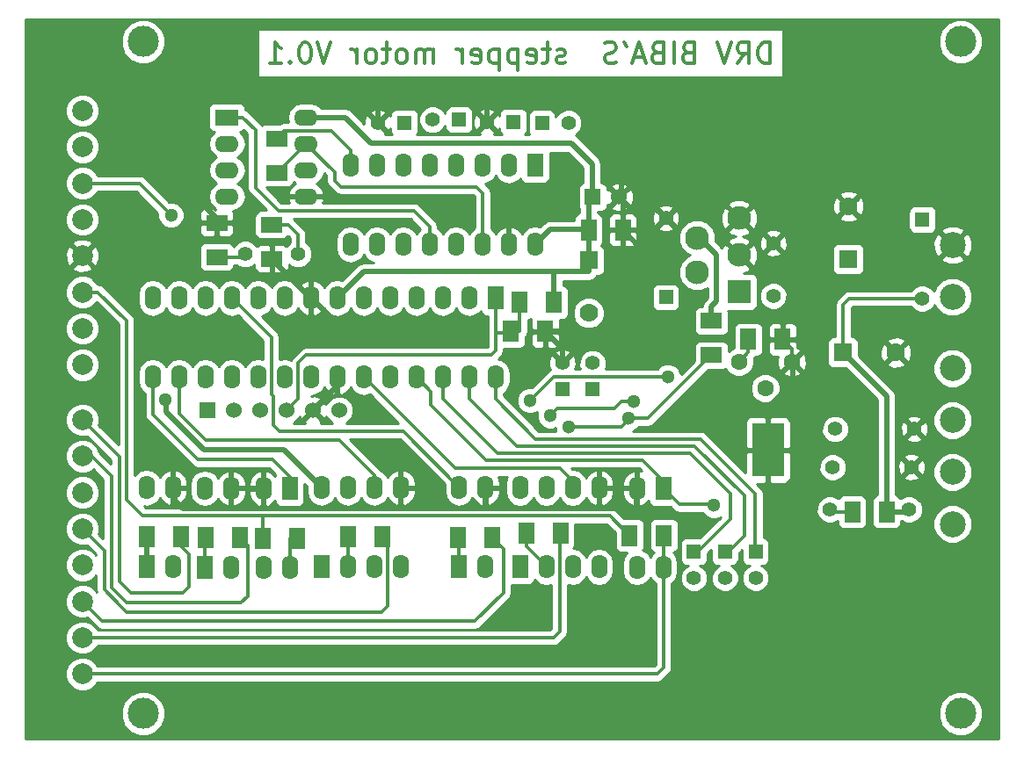
<source format=gbl>
G04 (created by PCBNEW (2013-may-18)-stable) date  7.03.2015 (сб) 20,10,59 EET*
%MOIN*%
G04 Gerber Fmt 3.4, Leading zero omitted, Abs format*
%FSLAX34Y34*%
G01*
G70*
G90*
G04 APERTURE LIST*
%ADD10C,0.00590551*%
%ADD11C,0.011811*%
%ADD12R,0.06X0.08*%
%ADD13R,0.08X0.06*%
%ADD14R,0.055X0.055*%
%ADD15C,0.055*%
%ADD16R,0.06X0.06*%
%ADD17C,0.06*%
%ADD18C,0.056*%
%ADD19R,0.062X0.09*%
%ADD20O,0.062X0.09*%
%ADD21R,0.07X0.07*%
%ADD22C,0.07*%
%ADD23C,0.0905512*%
%ADD24R,0.0905512X0.0905512*%
%ADD25C,0.0984252*%
%ADD26R,0.09X0.062*%
%ADD27O,0.09X0.062*%
%ADD28C,0.0629921*%
%ADD29R,0.122047X0.203937*%
%ADD30C,0.11811*%
%ADD31C,0.0787402*%
%ADD32C,0.0511811*%
%ADD33C,0.019685*%
%ADD34C,0.01*%
G04 APERTURE END LIST*
G54D10*
G54D11*
X109267Y-29318D02*
X109267Y-28531D01*
X109080Y-28531D01*
X108967Y-28568D01*
X108892Y-28643D01*
X108855Y-28718D01*
X108817Y-28868D01*
X108817Y-28981D01*
X108855Y-29131D01*
X108892Y-29206D01*
X108967Y-29281D01*
X109080Y-29318D01*
X109267Y-29318D01*
X108030Y-29318D02*
X108292Y-28943D01*
X108480Y-29318D02*
X108480Y-28531D01*
X108180Y-28531D01*
X108105Y-28568D01*
X108067Y-28606D01*
X108030Y-28681D01*
X108030Y-28793D01*
X108067Y-28868D01*
X108105Y-28906D01*
X108180Y-28943D01*
X108480Y-28943D01*
X107805Y-28531D02*
X107542Y-29318D01*
X107280Y-28531D01*
X106155Y-28906D02*
X106042Y-28943D01*
X106005Y-28981D01*
X105967Y-29056D01*
X105967Y-29168D01*
X106005Y-29243D01*
X106042Y-29281D01*
X106117Y-29318D01*
X106417Y-29318D01*
X106417Y-28531D01*
X106155Y-28531D01*
X106080Y-28568D01*
X106042Y-28606D01*
X106005Y-28681D01*
X106005Y-28756D01*
X106042Y-28831D01*
X106080Y-28868D01*
X106155Y-28906D01*
X106417Y-28906D01*
X105630Y-29318D02*
X105630Y-28531D01*
X104993Y-28906D02*
X104880Y-28943D01*
X104843Y-28981D01*
X104805Y-29056D01*
X104805Y-29168D01*
X104843Y-29243D01*
X104880Y-29281D01*
X104955Y-29318D01*
X105255Y-29318D01*
X105255Y-28531D01*
X104993Y-28531D01*
X104918Y-28568D01*
X104880Y-28606D01*
X104843Y-28681D01*
X104843Y-28756D01*
X104880Y-28831D01*
X104918Y-28868D01*
X104993Y-28906D01*
X105255Y-28906D01*
X104505Y-29093D02*
X104130Y-29093D01*
X104580Y-29318D02*
X104318Y-28531D01*
X104055Y-29318D01*
X103755Y-28531D02*
X103830Y-28681D01*
X103455Y-29281D02*
X103343Y-29318D01*
X103155Y-29318D01*
X103080Y-29281D01*
X103043Y-29243D01*
X103005Y-29168D01*
X103005Y-29093D01*
X103043Y-29018D01*
X103080Y-28981D01*
X103155Y-28943D01*
X103305Y-28906D01*
X103380Y-28868D01*
X103418Y-28831D01*
X103455Y-28756D01*
X103455Y-28681D01*
X103418Y-28606D01*
X103380Y-28568D01*
X103305Y-28531D01*
X103118Y-28531D01*
X103005Y-28568D01*
X101506Y-29281D02*
X101431Y-29318D01*
X101281Y-29318D01*
X101206Y-29281D01*
X101168Y-29206D01*
X101168Y-29168D01*
X101206Y-29093D01*
X101281Y-29056D01*
X101393Y-29056D01*
X101468Y-29018D01*
X101506Y-28943D01*
X101506Y-28906D01*
X101468Y-28831D01*
X101393Y-28793D01*
X101281Y-28793D01*
X101206Y-28831D01*
X100943Y-28793D02*
X100643Y-28793D01*
X100831Y-28531D02*
X100831Y-29206D01*
X100793Y-29281D01*
X100718Y-29318D01*
X100643Y-29318D01*
X100081Y-29281D02*
X100156Y-29318D01*
X100306Y-29318D01*
X100381Y-29281D01*
X100418Y-29206D01*
X100418Y-28906D01*
X100381Y-28831D01*
X100306Y-28793D01*
X100156Y-28793D01*
X100081Y-28831D01*
X100043Y-28906D01*
X100043Y-28981D01*
X100418Y-29056D01*
X99706Y-28793D02*
X99706Y-29581D01*
X99706Y-28831D02*
X99631Y-28793D01*
X99481Y-28793D01*
X99406Y-28831D01*
X99368Y-28868D01*
X99331Y-28943D01*
X99331Y-29168D01*
X99368Y-29243D01*
X99406Y-29281D01*
X99481Y-29318D01*
X99631Y-29318D01*
X99706Y-29281D01*
X98993Y-28793D02*
X98993Y-29581D01*
X98993Y-28831D02*
X98918Y-28793D01*
X98768Y-28793D01*
X98693Y-28831D01*
X98656Y-28868D01*
X98618Y-28943D01*
X98618Y-29168D01*
X98656Y-29243D01*
X98693Y-29281D01*
X98768Y-29318D01*
X98918Y-29318D01*
X98993Y-29281D01*
X97981Y-29281D02*
X98056Y-29318D01*
X98206Y-29318D01*
X98281Y-29281D01*
X98318Y-29206D01*
X98318Y-28906D01*
X98281Y-28831D01*
X98206Y-28793D01*
X98056Y-28793D01*
X97981Y-28831D01*
X97943Y-28906D01*
X97943Y-28981D01*
X98318Y-29056D01*
X97606Y-29318D02*
X97606Y-28793D01*
X97606Y-28943D02*
X97569Y-28868D01*
X97531Y-28831D01*
X97456Y-28793D01*
X97381Y-28793D01*
X96519Y-29318D02*
X96519Y-28793D01*
X96519Y-28868D02*
X96481Y-28831D01*
X96406Y-28793D01*
X96294Y-28793D01*
X96219Y-28831D01*
X96181Y-28906D01*
X96181Y-29318D01*
X96181Y-28906D02*
X96144Y-28831D01*
X96069Y-28793D01*
X95956Y-28793D01*
X95881Y-28831D01*
X95844Y-28906D01*
X95844Y-29318D01*
X95356Y-29318D02*
X95431Y-29281D01*
X95469Y-29243D01*
X95506Y-29168D01*
X95506Y-28943D01*
X95469Y-28868D01*
X95431Y-28831D01*
X95356Y-28793D01*
X95244Y-28793D01*
X95169Y-28831D01*
X95131Y-28868D01*
X95094Y-28943D01*
X95094Y-29168D01*
X95131Y-29243D01*
X95169Y-29281D01*
X95244Y-29318D01*
X95356Y-29318D01*
X94869Y-28793D02*
X94569Y-28793D01*
X94756Y-28531D02*
X94756Y-29206D01*
X94719Y-29281D01*
X94644Y-29318D01*
X94569Y-29318D01*
X94194Y-29318D02*
X94269Y-29281D01*
X94306Y-29243D01*
X94344Y-29168D01*
X94344Y-28943D01*
X94306Y-28868D01*
X94269Y-28831D01*
X94194Y-28793D01*
X94081Y-28793D01*
X94006Y-28831D01*
X93969Y-28868D01*
X93931Y-28943D01*
X93931Y-29168D01*
X93969Y-29243D01*
X94006Y-29281D01*
X94081Y-29318D01*
X94194Y-29318D01*
X93594Y-29318D02*
X93594Y-28793D01*
X93594Y-28943D02*
X93557Y-28868D01*
X93519Y-28831D01*
X93444Y-28793D01*
X93369Y-28793D01*
X92619Y-28531D02*
X92357Y-29318D01*
X92094Y-28531D01*
X91682Y-28531D02*
X91607Y-28531D01*
X91532Y-28568D01*
X91494Y-28606D01*
X91457Y-28681D01*
X91419Y-28831D01*
X91419Y-29018D01*
X91457Y-29168D01*
X91494Y-29243D01*
X91532Y-29281D01*
X91607Y-29318D01*
X91682Y-29318D01*
X91757Y-29281D01*
X91794Y-29243D01*
X91832Y-29168D01*
X91869Y-29018D01*
X91869Y-28831D01*
X91832Y-28681D01*
X91794Y-28606D01*
X91757Y-28568D01*
X91682Y-28531D01*
X91082Y-29243D02*
X91044Y-29281D01*
X91082Y-29318D01*
X91119Y-29281D01*
X91082Y-29243D01*
X91082Y-29318D01*
X90294Y-29318D02*
X90744Y-29318D01*
X90519Y-29318D02*
X90519Y-28531D01*
X90594Y-28643D01*
X90669Y-28718D01*
X90744Y-28756D01*
G54D12*
X90040Y-47360D03*
X91340Y-47360D03*
X108450Y-39800D03*
X109750Y-39800D03*
G54D13*
X107050Y-39100D03*
X107050Y-40400D03*
X90375Y-35450D03*
X90375Y-36750D03*
X88300Y-35375D03*
X88300Y-36675D03*
G54D12*
X101090Y-38390D03*
X99790Y-38390D03*
X99450Y-39500D03*
X100750Y-39500D03*
X89170Y-47320D03*
X87870Y-47320D03*
X102400Y-35650D03*
X103700Y-35650D03*
X98750Y-47310D03*
X97450Y-47310D03*
X86930Y-47300D03*
X85630Y-47300D03*
X101330Y-47160D03*
X100030Y-47160D03*
X94570Y-47280D03*
X93270Y-47280D03*
X103950Y-47240D03*
X105250Y-47240D03*
G54D14*
X101400Y-41690D03*
G54D15*
X101400Y-40690D03*
G54D14*
X106390Y-47850D03*
G54D15*
X106390Y-48850D03*
G54D14*
X107570Y-47850D03*
G54D15*
X107570Y-48850D03*
G54D14*
X102550Y-41700D03*
G54D15*
X102550Y-40700D03*
G54D14*
X108730Y-47850D03*
G54D15*
X108730Y-48850D03*
X111650Y-44650D03*
X114650Y-44650D03*
X114550Y-46250D03*
X111550Y-46250D03*
X111750Y-43200D03*
X114750Y-43200D03*
G54D16*
X87940Y-42490D03*
G54D17*
X88940Y-42490D03*
X89940Y-42490D03*
X90940Y-42490D03*
X91940Y-42490D03*
X92940Y-42490D03*
G54D18*
X91380Y-36560D03*
X89380Y-36560D03*
G54D19*
X92270Y-48430D03*
G54D20*
X93270Y-48430D03*
X94270Y-48430D03*
X95270Y-48430D03*
X95270Y-45430D03*
X94270Y-45430D03*
X93270Y-45430D03*
X92270Y-45430D03*
G54D19*
X99794Y-48432D03*
G54D20*
X100794Y-48432D03*
X101794Y-48432D03*
X102794Y-48432D03*
X102794Y-45432D03*
X101794Y-45432D03*
X100794Y-45432D03*
X99794Y-45432D03*
G54D19*
X100370Y-33190D03*
G54D20*
X99370Y-33190D03*
X98370Y-33190D03*
X97370Y-33190D03*
X96370Y-33190D03*
X95370Y-33190D03*
X94370Y-33190D03*
X93370Y-33190D03*
X93370Y-36190D03*
X94370Y-36190D03*
X95370Y-36190D03*
X96370Y-36190D03*
X97370Y-36190D03*
X98370Y-36190D03*
X99370Y-36190D03*
X100370Y-36190D03*
G54D14*
X115050Y-35250D03*
G54D15*
X115050Y-38250D03*
G54D14*
X105325Y-38200D03*
G54D15*
X105325Y-35200D03*
G54D21*
X112050Y-40300D03*
G54D22*
X114050Y-40300D03*
G54D21*
X112250Y-36750D03*
G54D22*
X112250Y-34750D03*
G54D21*
X102400Y-36800D03*
G54D22*
X102400Y-38800D03*
G54D15*
X109400Y-38150D03*
X109400Y-36150D03*
G54D16*
X102550Y-34400D03*
G54D17*
X103550Y-34400D03*
G54D14*
X97480Y-31460D03*
G54D15*
X96480Y-31460D03*
G54D14*
X100630Y-31590D03*
G54D15*
X101630Y-31590D03*
G54D14*
X99540Y-31550D03*
G54D15*
X98540Y-31550D03*
G54D14*
X95410Y-31570D03*
G54D15*
X94410Y-31570D03*
G54D23*
X108100Y-35200D03*
G54D24*
X108100Y-38000D03*
G54D23*
X108100Y-36600D03*
X106500Y-35950D03*
X106500Y-37250D03*
G54D25*
X116200Y-42865D03*
X116200Y-44834D03*
X116200Y-40897D03*
X116200Y-46802D03*
X116200Y-36215D03*
X116200Y-38184D03*
G54D26*
X88680Y-31370D03*
G54D27*
X88680Y-32370D03*
X88680Y-33370D03*
X88680Y-34370D03*
X91680Y-34370D03*
X91680Y-33370D03*
X91680Y-32370D03*
X91680Y-31370D03*
G54D19*
X97490Y-48430D03*
G54D20*
X98490Y-48430D03*
X98490Y-45430D03*
X97490Y-45430D03*
G54D19*
X87840Y-48450D03*
G54D20*
X88840Y-48450D03*
X88840Y-45450D03*
X87840Y-45450D03*
G54D19*
X85630Y-48430D03*
G54D20*
X86630Y-48430D03*
X86630Y-45430D03*
X85630Y-45430D03*
G54D19*
X105230Y-45450D03*
G54D20*
X104230Y-45450D03*
X104230Y-48450D03*
X105230Y-48450D03*
G54D19*
X91060Y-45460D03*
G54D20*
X90060Y-45460D03*
X90060Y-48460D03*
X91060Y-48460D03*
X97870Y-38230D03*
X96870Y-38230D03*
X95870Y-38230D03*
X94870Y-38230D03*
X93870Y-38230D03*
X92870Y-38230D03*
X91870Y-38230D03*
X90870Y-38230D03*
X89870Y-38230D03*
X88870Y-38230D03*
X87870Y-38230D03*
X86870Y-38230D03*
X85870Y-38230D03*
G54D19*
X98870Y-38230D03*
G54D20*
X85870Y-41230D03*
X86870Y-41230D03*
X87870Y-41230D03*
X88870Y-41230D03*
X89870Y-41230D03*
X90870Y-41230D03*
X91870Y-41230D03*
X92870Y-41230D03*
X93870Y-41230D03*
X94870Y-41230D03*
X95870Y-41230D03*
X96870Y-41230D03*
X97870Y-41230D03*
X98870Y-41230D03*
G54D28*
X109100Y-41650D03*
X108100Y-40650D03*
X110100Y-40650D03*
G54D29*
X109200Y-44000D03*
G54D12*
X113700Y-46350D03*
X112400Y-46350D03*
G54D13*
X90560Y-32170D03*
X90560Y-33470D03*
G54D30*
X116500Y-28500D03*
X85500Y-54000D03*
X85500Y-28500D03*
X116500Y-54000D03*
G54D31*
X83200Y-42855D03*
X83200Y-44233D03*
X83200Y-45611D03*
X83200Y-46988D03*
X83200Y-48366D03*
X83200Y-49744D03*
X83200Y-51122D03*
X83200Y-52500D03*
X83200Y-31115D03*
X83200Y-32493D03*
X83200Y-33871D03*
X83200Y-35248D03*
X83200Y-36626D03*
X83200Y-38004D03*
X83200Y-39382D03*
X83200Y-40760D03*
G54D32*
X86340Y-42080D03*
X103900Y-42800D03*
X101640Y-43120D03*
X107140Y-46100D03*
X86560Y-35080D03*
X105400Y-41220D03*
X100180Y-42120D03*
X104100Y-42140D03*
X100940Y-42700D03*
X86610Y-33530D03*
X93100Y-39830D03*
G54D33*
X112050Y-40300D02*
X113700Y-41950D01*
X113700Y-41950D02*
X113700Y-46350D01*
X113700Y-46350D02*
X114550Y-46350D01*
X114550Y-46350D02*
X114550Y-46250D01*
G54D11*
X115050Y-38250D02*
X112286Y-38250D01*
X112286Y-38250D02*
X112050Y-38486D01*
X112050Y-38486D02*
X112050Y-40300D01*
G54D33*
X102400Y-35650D02*
X102400Y-36800D01*
X92270Y-45430D02*
X90840Y-44000D01*
X86380Y-42080D02*
X86340Y-42080D01*
X86380Y-42560D02*
X86380Y-42080D01*
X87820Y-44000D02*
X86380Y-42560D01*
X90840Y-44000D02*
X87820Y-44000D01*
X100370Y-36190D02*
X100940Y-35620D01*
X102400Y-35620D02*
X102400Y-35650D01*
X100940Y-35620D02*
X102400Y-35620D01*
X102400Y-35650D02*
X102400Y-34400D01*
X102400Y-34400D02*
X102550Y-34400D01*
X101090Y-38390D02*
X101090Y-37230D01*
X107050Y-39100D02*
X107050Y-38550D01*
X106600Y-35950D02*
X106500Y-35950D01*
X107250Y-36600D02*
X106600Y-35950D01*
X107250Y-38350D02*
X107250Y-36600D01*
X107050Y-38550D02*
X107250Y-38350D01*
X91680Y-31370D02*
X93160Y-31370D01*
X102530Y-34400D02*
X102550Y-34400D01*
X102530Y-33140D02*
X102530Y-34400D01*
X101750Y-32360D02*
X102530Y-33140D01*
X94150Y-32360D02*
X101750Y-32360D01*
X93160Y-31370D02*
X94150Y-32360D01*
X92870Y-38230D02*
X93870Y-37230D01*
X102400Y-37230D02*
X102400Y-36800D01*
X101090Y-37230D02*
X102400Y-37230D01*
X93870Y-37230D02*
X101090Y-37230D01*
G54D11*
X86870Y-41230D02*
X86870Y-42620D01*
X94270Y-44950D02*
X94270Y-45430D01*
X92940Y-43620D02*
X94270Y-44950D01*
X87870Y-43620D02*
X92940Y-43620D01*
X86870Y-42620D02*
X87870Y-43620D01*
X88870Y-38230D02*
X90360Y-39720D01*
X97490Y-45410D02*
X97490Y-45430D01*
X95360Y-43280D02*
X97490Y-45410D01*
X90660Y-43280D02*
X95360Y-43280D01*
X90440Y-43060D02*
X90660Y-43280D01*
X90440Y-41960D02*
X90440Y-43060D01*
X90360Y-41880D02*
X90440Y-41960D01*
X90360Y-39720D02*
X90360Y-41880D01*
X85870Y-41230D02*
X85870Y-42640D01*
X91060Y-45020D02*
X91060Y-45460D01*
X90400Y-44360D02*
X91060Y-45020D01*
X87590Y-44360D02*
X90400Y-44360D01*
X85870Y-42640D02*
X87590Y-44360D01*
X107050Y-40400D02*
X104650Y-42800D01*
X104650Y-42800D02*
X103900Y-42800D01*
X103900Y-42860D02*
X103900Y-42800D01*
X103640Y-43120D02*
X103900Y-42860D01*
X101640Y-43120D02*
X103640Y-43120D01*
X95870Y-41230D02*
X96420Y-41780D01*
X105230Y-45170D02*
X105230Y-45450D01*
X104440Y-44380D02*
X105230Y-45170D01*
X98520Y-44380D02*
X104440Y-44380D01*
X96420Y-42280D02*
X98520Y-44380D01*
X96420Y-41780D02*
X96420Y-42280D01*
X105230Y-45450D02*
X105840Y-46060D01*
X107140Y-46060D02*
X107140Y-46100D01*
X105840Y-46060D02*
X107140Y-46060D01*
X96870Y-41230D02*
X96870Y-42040D01*
X106530Y-47850D02*
X106390Y-47850D01*
X107760Y-46620D02*
X106530Y-47850D01*
X107760Y-45650D02*
X107760Y-46620D01*
X106230Y-44120D02*
X107760Y-45650D01*
X98950Y-44120D02*
X106230Y-44120D01*
X96870Y-42040D02*
X98950Y-44120D01*
X97870Y-41230D02*
X97870Y-42040D01*
X107710Y-47850D02*
X107570Y-47850D01*
X108300Y-47260D02*
X107710Y-47850D01*
X108300Y-45720D02*
X108300Y-47260D01*
X106420Y-43840D02*
X108300Y-45720D01*
X99670Y-43840D02*
X106420Y-43840D01*
X97870Y-42040D02*
X99670Y-43840D01*
X98870Y-41230D02*
X98870Y-42060D01*
X108720Y-47850D02*
X108730Y-47850D01*
X108720Y-45660D02*
X108720Y-47850D01*
X106640Y-43580D02*
X108720Y-45660D01*
X100390Y-43580D02*
X106640Y-43580D01*
X98870Y-42060D02*
X100390Y-43580D01*
X99790Y-38390D02*
X99790Y-39500D01*
X99790Y-39500D02*
X99450Y-39500D01*
X98870Y-39550D02*
X99450Y-39550D01*
X99450Y-39550D02*
X99450Y-39500D01*
X90940Y-42490D02*
X91380Y-42050D01*
X98870Y-40223D02*
X98870Y-39550D01*
X98870Y-39550D02*
X98870Y-38230D01*
X98696Y-40397D02*
X98870Y-40223D01*
X91683Y-40397D02*
X98696Y-40397D01*
X91380Y-40700D02*
X91683Y-40397D01*
X91380Y-42050D02*
X91380Y-40700D01*
X83200Y-33880D02*
X83200Y-33871D01*
X85360Y-33880D02*
X83200Y-33880D01*
X86560Y-35080D02*
X85360Y-33880D01*
X90560Y-32170D02*
X90855Y-31875D01*
X93370Y-32620D02*
X93370Y-33190D01*
X92625Y-31875D02*
X93370Y-32620D01*
X90855Y-31875D02*
X92625Y-31875D01*
X103360Y-41220D02*
X105400Y-41220D01*
X101080Y-41220D02*
X103360Y-41220D01*
X100180Y-42120D02*
X101080Y-41220D01*
X90560Y-33470D02*
X91660Y-32370D01*
X91660Y-32370D02*
X91680Y-32370D01*
X91680Y-32370D02*
X92760Y-33450D01*
X92760Y-33450D02*
X92760Y-33773D01*
X92760Y-33773D02*
X92996Y-34010D01*
X92996Y-34010D02*
X98153Y-34010D01*
X98153Y-34010D02*
X98390Y-34246D01*
X98390Y-34246D02*
X98390Y-36190D01*
X98390Y-36190D02*
X98370Y-36190D01*
X88680Y-31370D02*
X89283Y-31370D01*
X96360Y-36190D02*
X96370Y-36190D01*
X96360Y-35516D02*
X96360Y-36190D01*
X95763Y-34920D02*
X96360Y-35516D01*
X90630Y-34920D02*
X95763Y-34920D01*
X90440Y-34730D02*
X90630Y-34920D01*
X90440Y-34730D02*
X90440Y-34730D01*
X89760Y-34050D02*
X90440Y-34730D01*
X89760Y-31846D02*
X89760Y-34050D01*
X89283Y-31370D02*
X89760Y-31846D01*
X103640Y-42140D02*
X104100Y-42140D01*
X103360Y-42420D02*
X103640Y-42140D01*
X101220Y-42420D02*
X103360Y-42420D01*
X100940Y-42700D02*
X101220Y-42420D01*
X93870Y-41230D02*
X97340Y-44700D01*
X101794Y-45174D02*
X101794Y-45432D01*
X101320Y-44700D02*
X101794Y-45174D01*
X97340Y-44700D02*
X101320Y-44700D01*
X90040Y-47360D02*
X90040Y-46500D01*
X103950Y-47240D02*
X103210Y-46500D01*
X83784Y-38004D02*
X83200Y-38004D01*
X84880Y-39100D02*
X83784Y-38004D01*
X84880Y-45900D02*
X84880Y-39100D01*
X85480Y-46500D02*
X84880Y-45900D01*
X103210Y-46500D02*
X90040Y-46500D01*
X90040Y-46500D02*
X85480Y-46500D01*
G54D33*
X90375Y-36750D02*
X91855Y-38230D01*
X91855Y-38230D02*
X91870Y-38230D01*
X88840Y-45450D02*
X90060Y-45450D01*
X90060Y-45450D02*
X90060Y-45460D01*
X109200Y-44000D02*
X109200Y-42400D01*
X110140Y-40650D02*
X110100Y-40650D01*
X110140Y-41460D02*
X110140Y-40650D01*
X109200Y-42400D02*
X110140Y-41460D01*
X103700Y-35650D02*
X104287Y-36237D01*
X103700Y-35650D02*
X103700Y-34400D01*
X103700Y-34400D02*
X103550Y-34400D01*
X105325Y-35200D02*
X104287Y-36237D01*
X104287Y-36237D02*
X103320Y-37205D01*
X103320Y-37205D02*
X103320Y-39486D01*
X103320Y-39486D02*
X102926Y-39880D01*
X102926Y-39880D02*
X101900Y-39880D01*
X101900Y-39880D02*
X101520Y-39500D01*
X101520Y-39500D02*
X100750Y-39500D01*
X86610Y-33530D02*
X88300Y-35220D01*
X88300Y-35220D02*
X88300Y-35375D01*
X100750Y-39500D02*
X101400Y-40150D01*
X101400Y-40150D02*
X101400Y-40690D01*
G54D11*
X112250Y-34750D02*
X110550Y-36450D01*
X110313Y-39800D02*
X109750Y-39800D01*
X110550Y-39563D02*
X110313Y-39800D01*
X110550Y-36450D02*
X110550Y-39563D01*
X109750Y-39800D02*
X110100Y-40150D01*
X110100Y-40150D02*
X110100Y-40650D01*
G54D33*
X98540Y-31550D02*
X98540Y-30620D01*
X94410Y-31570D02*
X94410Y-30620D01*
X93610Y-30620D02*
X94410Y-30620D01*
X86610Y-33530D02*
X86610Y-31650D01*
X86610Y-31650D02*
X87640Y-30620D01*
X87640Y-30620D02*
X93610Y-30620D01*
X94410Y-30620D02*
X98540Y-30620D01*
X98540Y-30620D02*
X102320Y-30620D01*
X102320Y-30620D02*
X103640Y-31940D01*
X103640Y-31940D02*
X103640Y-34400D01*
X103640Y-34400D02*
X103550Y-34400D01*
X103640Y-34400D02*
X103550Y-34400D01*
X91870Y-38230D02*
X93060Y-39420D01*
X93060Y-39830D02*
X93100Y-39830D01*
X93060Y-39420D02*
X93060Y-39830D01*
X91940Y-42490D02*
X92870Y-41560D01*
X92870Y-41560D02*
X92870Y-41230D01*
X88840Y-45450D02*
X88840Y-46220D01*
X95270Y-45430D02*
X95270Y-46220D01*
X98490Y-45430D02*
X98490Y-46220D01*
X86630Y-45430D02*
X86630Y-45826D01*
X87023Y-46220D02*
X88840Y-46220D01*
X86630Y-45826D02*
X87023Y-46220D01*
X88840Y-46220D02*
X95270Y-46220D01*
X95270Y-46220D02*
X98490Y-46220D01*
X104220Y-45450D02*
X104230Y-45450D01*
X98490Y-46220D02*
X104220Y-46220D01*
X104220Y-46220D02*
X104220Y-45450D01*
G54D11*
X91060Y-48460D02*
X91060Y-47360D01*
X91060Y-47360D02*
X91340Y-47360D01*
X83200Y-42855D02*
X84600Y-44255D01*
X86930Y-47650D02*
X86930Y-47300D01*
X87240Y-47960D02*
X86930Y-47650D01*
X87240Y-49183D02*
X87240Y-47960D01*
X87003Y-49420D02*
X87240Y-49183D01*
X85044Y-49420D02*
X87003Y-49420D01*
X84600Y-48975D02*
X85044Y-49420D01*
X84600Y-44255D02*
X84600Y-48975D01*
X83200Y-51122D02*
X101063Y-51122D01*
X101300Y-47160D02*
X101330Y-47160D01*
X101300Y-50886D02*
X101300Y-47160D01*
X101063Y-51122D02*
X101300Y-50886D01*
X88300Y-36675D02*
X89380Y-36675D01*
X89380Y-36675D02*
X89380Y-36560D01*
X90375Y-35450D02*
X91000Y-35450D01*
X91375Y-36560D02*
X91380Y-36560D01*
X91375Y-35825D02*
X91375Y-36560D01*
X91000Y-35450D02*
X91375Y-35825D01*
X112400Y-46350D02*
X111550Y-46350D01*
X111550Y-46350D02*
X111550Y-46250D01*
X108100Y-40650D02*
X108450Y-40300D01*
X108450Y-40300D02*
X108450Y-39800D01*
X83200Y-46988D02*
X84031Y-47820D01*
X94780Y-47280D02*
X94570Y-47280D01*
X94780Y-49912D02*
X94780Y-47280D01*
X94543Y-50148D02*
X94780Y-49912D01*
X84880Y-50148D02*
X94543Y-50148D01*
X84640Y-49908D02*
X84880Y-50148D01*
X84031Y-49300D02*
X84640Y-49908D01*
X84031Y-47820D02*
X84031Y-49300D01*
X89170Y-47320D02*
X89460Y-47610D01*
X83553Y-44233D02*
X83200Y-44233D01*
X84300Y-44980D02*
X83553Y-44233D01*
X84300Y-49220D02*
X84300Y-44980D01*
X84880Y-49800D02*
X84300Y-49220D01*
X89223Y-49800D02*
X84880Y-49800D01*
X89460Y-49563D02*
X89223Y-49800D01*
X89460Y-47610D02*
X89460Y-49563D01*
X83200Y-52500D02*
X105003Y-52500D01*
X105240Y-48450D02*
X105230Y-48450D01*
X105240Y-52264D02*
X105240Y-48450D01*
X105003Y-52500D02*
X105240Y-52264D01*
X105230Y-48450D02*
X105230Y-47240D01*
X105230Y-47240D02*
X105250Y-47240D01*
X93270Y-48430D02*
X93270Y-47280D01*
X100794Y-48432D02*
X100030Y-47668D01*
X100030Y-47668D02*
X100030Y-47160D01*
G54D33*
X85630Y-48430D02*
X85630Y-47440D01*
X85630Y-47440D02*
X85800Y-47440D01*
X85630Y-47440D02*
X85630Y-47300D01*
G54D11*
X97490Y-48430D02*
X97490Y-47310D01*
X97490Y-47310D02*
X97450Y-47310D01*
X87840Y-48450D02*
X87840Y-47320D01*
X87840Y-47320D02*
X87870Y-47320D01*
X83200Y-49744D02*
X83955Y-50500D01*
X98750Y-47330D02*
X98750Y-47310D01*
X99160Y-47740D02*
X98750Y-47330D01*
X99160Y-49420D02*
X99160Y-47740D01*
X98080Y-50500D02*
X99160Y-49420D01*
X83955Y-50500D02*
X98080Y-50500D01*
G54D10*
G36*
X95173Y-42970D02*
X93216Y-42970D01*
X93251Y-42956D01*
X93405Y-42801D01*
X93489Y-42599D01*
X93490Y-42381D01*
X93406Y-42178D01*
X93251Y-42024D01*
X93049Y-41940D01*
X92831Y-41939D01*
X92628Y-42023D01*
X92474Y-42178D01*
X92442Y-42253D01*
X92421Y-42202D01*
X92325Y-42174D01*
X92010Y-42490D01*
X92325Y-42805D01*
X92421Y-42777D01*
X92440Y-42722D01*
X92473Y-42801D01*
X92628Y-42955D01*
X92664Y-42970D01*
X92227Y-42970D01*
X92255Y-42875D01*
X91940Y-42560D01*
X91624Y-42875D01*
X91652Y-42970D01*
X91216Y-42970D01*
X91251Y-42956D01*
X91405Y-42801D01*
X91437Y-42726D01*
X91458Y-42777D01*
X91554Y-42805D01*
X91869Y-42490D01*
X91863Y-42484D01*
X91934Y-42413D01*
X91940Y-42419D01*
X92255Y-42104D01*
X92227Y-42008D01*
X92021Y-41935D01*
X91876Y-41942D01*
X92084Y-41901D01*
X92265Y-41779D01*
X92369Y-41624D01*
X92371Y-41630D01*
X92509Y-41801D01*
X92701Y-41906D01*
X92733Y-41913D01*
X92820Y-41864D01*
X92820Y-41280D01*
X92812Y-41280D01*
X92812Y-41180D01*
X92820Y-41180D01*
X92820Y-41172D01*
X92920Y-41172D01*
X92920Y-41180D01*
X92927Y-41180D01*
X92927Y-41280D01*
X92920Y-41280D01*
X92920Y-41864D01*
X93006Y-41913D01*
X93038Y-41906D01*
X93230Y-41801D01*
X93368Y-41630D01*
X93370Y-41624D01*
X93474Y-41779D01*
X93655Y-41901D01*
X93870Y-41943D01*
X94084Y-41901D01*
X94096Y-41893D01*
X95173Y-42970D01*
X95173Y-42970D01*
G37*
G54D34*
X95173Y-42970D02*
X93216Y-42970D01*
X93251Y-42956D01*
X93405Y-42801D01*
X93489Y-42599D01*
X93490Y-42381D01*
X93406Y-42178D01*
X93251Y-42024D01*
X93049Y-41940D01*
X92831Y-41939D01*
X92628Y-42023D01*
X92474Y-42178D01*
X92442Y-42253D01*
X92421Y-42202D01*
X92325Y-42174D01*
X92010Y-42490D01*
X92325Y-42805D01*
X92421Y-42777D01*
X92440Y-42722D01*
X92473Y-42801D01*
X92628Y-42955D01*
X92664Y-42970D01*
X92227Y-42970D01*
X92255Y-42875D01*
X91940Y-42560D01*
X91624Y-42875D01*
X91652Y-42970D01*
X91216Y-42970D01*
X91251Y-42956D01*
X91405Y-42801D01*
X91437Y-42726D01*
X91458Y-42777D01*
X91554Y-42805D01*
X91869Y-42490D01*
X91863Y-42484D01*
X91934Y-42413D01*
X91940Y-42419D01*
X92255Y-42104D01*
X92227Y-42008D01*
X92021Y-41935D01*
X91876Y-41942D01*
X92084Y-41901D01*
X92265Y-41779D01*
X92369Y-41624D01*
X92371Y-41630D01*
X92509Y-41801D01*
X92701Y-41906D01*
X92733Y-41913D01*
X92820Y-41864D01*
X92820Y-41280D01*
X92812Y-41280D01*
X92812Y-41180D01*
X92820Y-41180D01*
X92820Y-41172D01*
X92920Y-41172D01*
X92920Y-41180D01*
X92927Y-41180D01*
X92927Y-41280D01*
X92920Y-41280D01*
X92920Y-41864D01*
X93006Y-41913D01*
X93038Y-41906D01*
X93230Y-41801D01*
X93368Y-41630D01*
X93370Y-41624D01*
X93474Y-41779D01*
X93655Y-41901D01*
X93870Y-41943D01*
X94084Y-41901D01*
X94096Y-41893D01*
X95173Y-42970D01*
G54D10*
G36*
X98080Y-35568D02*
X97974Y-35640D01*
X97870Y-35795D01*
X97765Y-35640D01*
X97584Y-35518D01*
X97370Y-35476D01*
X97155Y-35518D01*
X96974Y-35640D01*
X96870Y-35795D01*
X96765Y-35640D01*
X96669Y-35575D01*
X96669Y-35516D01*
X96645Y-35397D01*
X96645Y-35397D01*
X96578Y-35297D01*
X95982Y-34701D01*
X95882Y-34634D01*
X95763Y-34610D01*
X92316Y-34610D01*
X92356Y-34538D01*
X92363Y-34506D01*
X92314Y-34420D01*
X91730Y-34420D01*
X91730Y-34427D01*
X91630Y-34427D01*
X91630Y-34420D01*
X91045Y-34420D01*
X90996Y-34506D01*
X91003Y-34538D01*
X91043Y-34610D01*
X90758Y-34610D01*
X90658Y-34511D01*
X90658Y-34511D01*
X90167Y-34020D01*
X90209Y-34020D01*
X91009Y-34020D01*
X91101Y-33982D01*
X91171Y-33911D01*
X91209Y-33819D01*
X91209Y-33819D01*
X91285Y-33869D01*
X91279Y-33871D01*
X91108Y-34009D01*
X91003Y-34201D01*
X90996Y-34233D01*
X91045Y-34320D01*
X91630Y-34320D01*
X91630Y-34312D01*
X91730Y-34312D01*
X91730Y-34320D01*
X92314Y-34320D01*
X92363Y-34233D01*
X92356Y-34201D01*
X92251Y-34009D01*
X92080Y-33871D01*
X92074Y-33869D01*
X92229Y-33765D01*
X92351Y-33584D01*
X92368Y-33495D01*
X92450Y-33578D01*
X92450Y-33773D01*
X92474Y-33892D01*
X92541Y-33992D01*
X92777Y-34228D01*
X92877Y-34295D01*
X92877Y-34295D01*
X92996Y-34319D01*
X98025Y-34319D01*
X98080Y-34374D01*
X98080Y-35568D01*
X98080Y-35568D01*
G37*
G54D34*
X98080Y-35568D02*
X97974Y-35640D01*
X97870Y-35795D01*
X97765Y-35640D01*
X97584Y-35518D01*
X97370Y-35476D01*
X97155Y-35518D01*
X96974Y-35640D01*
X96870Y-35795D01*
X96765Y-35640D01*
X96669Y-35575D01*
X96669Y-35516D01*
X96645Y-35397D01*
X96645Y-35397D01*
X96578Y-35297D01*
X95982Y-34701D01*
X95882Y-34634D01*
X95763Y-34610D01*
X92316Y-34610D01*
X92356Y-34538D01*
X92363Y-34506D01*
X92314Y-34420D01*
X91730Y-34420D01*
X91730Y-34427D01*
X91630Y-34427D01*
X91630Y-34420D01*
X91045Y-34420D01*
X90996Y-34506D01*
X91003Y-34538D01*
X91043Y-34610D01*
X90758Y-34610D01*
X90658Y-34511D01*
X90658Y-34511D01*
X90167Y-34020D01*
X90209Y-34020D01*
X91009Y-34020D01*
X91101Y-33982D01*
X91171Y-33911D01*
X91209Y-33819D01*
X91209Y-33819D01*
X91285Y-33869D01*
X91279Y-33871D01*
X91108Y-34009D01*
X91003Y-34201D01*
X90996Y-34233D01*
X91045Y-34320D01*
X91630Y-34320D01*
X91630Y-34312D01*
X91730Y-34312D01*
X91730Y-34320D01*
X92314Y-34320D01*
X92363Y-34233D01*
X92356Y-34201D01*
X92251Y-34009D01*
X92080Y-33871D01*
X92074Y-33869D01*
X92229Y-33765D01*
X92351Y-33584D01*
X92368Y-33495D01*
X92450Y-33578D01*
X92450Y-33773D01*
X92474Y-33892D01*
X92541Y-33992D01*
X92777Y-34228D01*
X92877Y-34295D01*
X92877Y-34295D01*
X92996Y-34319D01*
X98025Y-34319D01*
X98080Y-34374D01*
X98080Y-35568D01*
G54D10*
G36*
X102181Y-33857D02*
X102108Y-33887D01*
X102038Y-33958D01*
X102000Y-34050D01*
X101999Y-34149D01*
X101999Y-34749D01*
X102037Y-34841D01*
X102051Y-34855D01*
X102051Y-34999D01*
X102050Y-34999D01*
X101958Y-35037D01*
X101888Y-35108D01*
X101850Y-35200D01*
X101849Y-35271D01*
X100940Y-35271D01*
X100806Y-35298D01*
X100693Y-35373D01*
X100693Y-35373D01*
X100554Y-35512D01*
X100370Y-35476D01*
X100155Y-35518D01*
X99974Y-35640D01*
X99870Y-35795D01*
X99868Y-35789D01*
X99730Y-35618D01*
X99538Y-35513D01*
X99506Y-35506D01*
X99420Y-35555D01*
X99420Y-36140D01*
X99427Y-36140D01*
X99427Y-36240D01*
X99420Y-36240D01*
X99420Y-36247D01*
X99320Y-36247D01*
X99320Y-36240D01*
X99312Y-36240D01*
X99312Y-36140D01*
X99320Y-36140D01*
X99320Y-35555D01*
X99233Y-35506D01*
X99201Y-35513D01*
X99009Y-35618D01*
X98871Y-35789D01*
X98869Y-35795D01*
X98765Y-35640D01*
X98699Y-35595D01*
X98699Y-34246D01*
X98675Y-34127D01*
X98675Y-34127D01*
X98608Y-34027D01*
X98465Y-33884D01*
X98584Y-33861D01*
X98765Y-33739D01*
X98870Y-33584D01*
X98974Y-33739D01*
X99155Y-33861D01*
X99370Y-33903D01*
X99584Y-33861D01*
X99765Y-33739D01*
X99809Y-33673D01*
X99809Y-33689D01*
X99847Y-33781D01*
X99918Y-33851D01*
X100010Y-33889D01*
X100109Y-33890D01*
X100729Y-33890D01*
X100821Y-33852D01*
X100891Y-33781D01*
X100929Y-33689D01*
X100930Y-33590D01*
X100930Y-32708D01*
X101605Y-32708D01*
X102181Y-33284D01*
X102181Y-33857D01*
X102181Y-33857D01*
G37*
G54D34*
X102181Y-33857D02*
X102108Y-33887D01*
X102038Y-33958D01*
X102000Y-34050D01*
X101999Y-34149D01*
X101999Y-34749D01*
X102037Y-34841D01*
X102051Y-34855D01*
X102051Y-34999D01*
X102050Y-34999D01*
X101958Y-35037D01*
X101888Y-35108D01*
X101850Y-35200D01*
X101849Y-35271D01*
X100940Y-35271D01*
X100806Y-35298D01*
X100693Y-35373D01*
X100693Y-35373D01*
X100554Y-35512D01*
X100370Y-35476D01*
X100155Y-35518D01*
X99974Y-35640D01*
X99870Y-35795D01*
X99868Y-35789D01*
X99730Y-35618D01*
X99538Y-35513D01*
X99506Y-35506D01*
X99420Y-35555D01*
X99420Y-36140D01*
X99427Y-36140D01*
X99427Y-36240D01*
X99420Y-36240D01*
X99420Y-36247D01*
X99320Y-36247D01*
X99320Y-36240D01*
X99312Y-36240D01*
X99312Y-36140D01*
X99320Y-36140D01*
X99320Y-35555D01*
X99233Y-35506D01*
X99201Y-35513D01*
X99009Y-35618D01*
X98871Y-35789D01*
X98869Y-35795D01*
X98765Y-35640D01*
X98699Y-35595D01*
X98699Y-34246D01*
X98675Y-34127D01*
X98675Y-34127D01*
X98608Y-34027D01*
X98465Y-33884D01*
X98584Y-33861D01*
X98765Y-33739D01*
X98870Y-33584D01*
X98974Y-33739D01*
X99155Y-33861D01*
X99370Y-33903D01*
X99584Y-33861D01*
X99765Y-33739D01*
X99809Y-33673D01*
X99809Y-33689D01*
X99847Y-33781D01*
X99918Y-33851D01*
X100010Y-33889D01*
X100109Y-33890D01*
X100729Y-33890D01*
X100821Y-33852D01*
X100891Y-33781D01*
X100929Y-33689D01*
X100930Y-33590D01*
X100930Y-32708D01*
X101605Y-32708D01*
X102181Y-33284D01*
X102181Y-33857D01*
G54D10*
G36*
X117950Y-54950D02*
X117340Y-54950D01*
X117340Y-53833D01*
X117340Y-28333D01*
X117213Y-28024D01*
X116976Y-27787D01*
X116667Y-27659D01*
X116333Y-27659D01*
X116024Y-27787D01*
X115787Y-28023D01*
X115659Y-28332D01*
X115659Y-28666D01*
X115787Y-28975D01*
X116023Y-29212D01*
X116332Y-29340D01*
X116666Y-29340D01*
X116975Y-29213D01*
X117212Y-28976D01*
X117340Y-28667D01*
X117340Y-28333D01*
X117340Y-53833D01*
X117213Y-53524D01*
X116976Y-53287D01*
X116945Y-53274D01*
X116945Y-36343D01*
X116937Y-36048D01*
X116840Y-35812D01*
X116724Y-35761D01*
X116654Y-35832D01*
X116654Y-35690D01*
X116603Y-35575D01*
X116327Y-35469D01*
X116032Y-35477D01*
X115796Y-35575D01*
X115745Y-35690D01*
X116200Y-36145D01*
X116654Y-35690D01*
X116654Y-35832D01*
X116270Y-36215D01*
X116724Y-36669D01*
X116840Y-36619D01*
X116945Y-36343D01*
X116945Y-53274D01*
X116942Y-53273D01*
X116942Y-46655D01*
X116942Y-44687D01*
X116942Y-42718D01*
X116942Y-40750D01*
X116942Y-38037D01*
X116829Y-37764D01*
X116654Y-37588D01*
X116654Y-36740D01*
X116200Y-36286D01*
X116129Y-36357D01*
X116129Y-36215D01*
X115675Y-35761D01*
X115575Y-35805D01*
X115575Y-35475D01*
X115575Y-34925D01*
X115537Y-34833D01*
X115466Y-34763D01*
X115374Y-34725D01*
X115275Y-34724D01*
X114725Y-34724D01*
X114633Y-34762D01*
X114563Y-34833D01*
X114525Y-34925D01*
X114524Y-35024D01*
X114524Y-35574D01*
X114562Y-35666D01*
X114633Y-35736D01*
X114725Y-35774D01*
X114824Y-35775D01*
X115374Y-35775D01*
X115466Y-35737D01*
X115536Y-35666D01*
X115574Y-35574D01*
X115575Y-35475D01*
X115575Y-35805D01*
X115559Y-35812D01*
X115454Y-36088D01*
X115462Y-36383D01*
X115559Y-36619D01*
X115675Y-36669D01*
X116129Y-36215D01*
X116129Y-36357D01*
X115745Y-36740D01*
X115796Y-36855D01*
X116072Y-36961D01*
X116367Y-36953D01*
X116603Y-36855D01*
X116654Y-36740D01*
X116654Y-37588D01*
X116620Y-37555D01*
X116348Y-37442D01*
X116053Y-37441D01*
X115780Y-37554D01*
X115571Y-37763D01*
X115493Y-37950D01*
X115347Y-37805D01*
X115154Y-37725D01*
X114946Y-37724D01*
X114753Y-37804D01*
X114616Y-37940D01*
X112854Y-37940D01*
X112854Y-34843D01*
X112844Y-34605D01*
X112772Y-34432D01*
X112672Y-34398D01*
X112601Y-34469D01*
X112601Y-34327D01*
X112567Y-34227D01*
X112343Y-34145D01*
X112105Y-34155D01*
X111932Y-34227D01*
X111898Y-34327D01*
X112250Y-34679D01*
X112601Y-34327D01*
X112601Y-34469D01*
X112320Y-34750D01*
X112672Y-35101D01*
X112772Y-35067D01*
X112854Y-34843D01*
X112854Y-37940D01*
X112850Y-37940D01*
X112850Y-37050D01*
X112850Y-36350D01*
X112812Y-36258D01*
X112741Y-36188D01*
X112649Y-36150D01*
X112601Y-36150D01*
X112601Y-35172D01*
X112250Y-34820D01*
X112179Y-34891D01*
X112179Y-34750D01*
X111827Y-34398D01*
X111727Y-34432D01*
X111645Y-34656D01*
X111655Y-34894D01*
X111727Y-35067D01*
X111827Y-35101D01*
X112179Y-34750D01*
X112179Y-34891D01*
X111898Y-35172D01*
X111932Y-35272D01*
X112156Y-35354D01*
X112394Y-35344D01*
X112567Y-35272D01*
X112601Y-35172D01*
X112601Y-36150D01*
X112550Y-36149D01*
X111850Y-36149D01*
X111758Y-36187D01*
X111688Y-36258D01*
X111650Y-36350D01*
X111649Y-36449D01*
X111649Y-37149D01*
X111687Y-37241D01*
X111758Y-37311D01*
X111850Y-37349D01*
X111949Y-37350D01*
X112649Y-37350D01*
X112741Y-37312D01*
X112811Y-37241D01*
X112849Y-37149D01*
X112850Y-37050D01*
X112850Y-37940D01*
X112286Y-37940D01*
X112167Y-37964D01*
X112067Y-38031D01*
X111831Y-38267D01*
X111764Y-38367D01*
X111740Y-38486D01*
X111740Y-39699D01*
X111650Y-39699D01*
X111558Y-39737D01*
X111488Y-39808D01*
X111450Y-39900D01*
X111449Y-39999D01*
X111449Y-40699D01*
X111487Y-40791D01*
X111558Y-40861D01*
X111650Y-40899D01*
X111749Y-40900D01*
X112157Y-40900D01*
X113351Y-42094D01*
X113351Y-45699D01*
X113350Y-45699D01*
X113258Y-45737D01*
X113188Y-45808D01*
X113150Y-45900D01*
X113149Y-45999D01*
X113149Y-46799D01*
X113187Y-46891D01*
X113258Y-46961D01*
X113350Y-46999D01*
X113449Y-47000D01*
X114049Y-47000D01*
X114141Y-46962D01*
X114211Y-46891D01*
X114249Y-46799D01*
X114250Y-46700D01*
X114250Y-46698D01*
X114260Y-46698D01*
X114445Y-46774D01*
X114653Y-46775D01*
X114847Y-46695D01*
X114994Y-46547D01*
X115074Y-46354D01*
X115075Y-46146D01*
X114995Y-45953D01*
X114947Y-45904D01*
X114947Y-45017D01*
X114650Y-44720D01*
X114579Y-44791D01*
X114579Y-44650D01*
X114282Y-44352D01*
X114189Y-44377D01*
X114120Y-44574D01*
X114131Y-44782D01*
X114189Y-44922D01*
X114282Y-44947D01*
X114579Y-44650D01*
X114579Y-44791D01*
X114352Y-45017D01*
X114377Y-45110D01*
X114574Y-45179D01*
X114782Y-45168D01*
X114922Y-45110D01*
X114947Y-45017D01*
X114947Y-45904D01*
X114847Y-45805D01*
X114654Y-45725D01*
X114446Y-45724D01*
X114253Y-45804D01*
X114222Y-45834D01*
X114212Y-45808D01*
X114141Y-45738D01*
X114049Y-45700D01*
X114048Y-45700D01*
X114048Y-41950D01*
X114048Y-41950D01*
X114048Y-41950D01*
X114026Y-41838D01*
X114021Y-41816D01*
X114021Y-41816D01*
X113946Y-41703D01*
X113946Y-41703D01*
X112650Y-40407D01*
X112650Y-39900D01*
X112612Y-39808D01*
X112541Y-39738D01*
X112449Y-39700D01*
X112359Y-39699D01*
X112359Y-38614D01*
X112414Y-38559D01*
X114616Y-38559D01*
X114752Y-38694D01*
X114945Y-38774D01*
X115153Y-38775D01*
X115347Y-38695D01*
X115494Y-38547D01*
X115521Y-38484D01*
X115570Y-38604D01*
X115779Y-38813D01*
X116051Y-38926D01*
X116346Y-38926D01*
X116619Y-38813D01*
X116828Y-38605D01*
X116941Y-38332D01*
X116942Y-38037D01*
X116942Y-40750D01*
X116829Y-40477D01*
X116620Y-40268D01*
X116348Y-40155D01*
X116053Y-40154D01*
X115780Y-40267D01*
X115571Y-40476D01*
X115458Y-40748D01*
X115457Y-41044D01*
X115570Y-41317D01*
X115779Y-41526D01*
X116051Y-41639D01*
X116346Y-41639D01*
X116619Y-41526D01*
X116828Y-41318D01*
X116941Y-41045D01*
X116942Y-40750D01*
X116942Y-42718D01*
X116829Y-42445D01*
X116620Y-42236D01*
X116348Y-42123D01*
X116053Y-42123D01*
X115780Y-42236D01*
X115571Y-42444D01*
X115458Y-42717D01*
X115457Y-43012D01*
X115570Y-43285D01*
X115779Y-43494D01*
X116051Y-43607D01*
X116346Y-43608D01*
X116619Y-43495D01*
X116828Y-43286D01*
X116941Y-43014D01*
X116942Y-42718D01*
X116942Y-44687D01*
X116829Y-44414D01*
X116620Y-44205D01*
X116348Y-44092D01*
X116053Y-44091D01*
X115780Y-44204D01*
X115571Y-44413D01*
X115458Y-44685D01*
X115457Y-44981D01*
X115570Y-45254D01*
X115779Y-45463D01*
X116051Y-45576D01*
X116346Y-45576D01*
X116619Y-45463D01*
X116828Y-45255D01*
X116941Y-44982D01*
X116942Y-44687D01*
X116942Y-46655D01*
X116829Y-46382D01*
X116620Y-46173D01*
X116348Y-46060D01*
X116053Y-46060D01*
X115780Y-46173D01*
X115571Y-46381D01*
X115458Y-46654D01*
X115457Y-46949D01*
X115570Y-47222D01*
X115779Y-47431D01*
X116051Y-47544D01*
X116346Y-47545D01*
X116619Y-47432D01*
X116828Y-47223D01*
X116941Y-46951D01*
X116942Y-46655D01*
X116942Y-53273D01*
X116667Y-53159D01*
X116333Y-53159D01*
X116024Y-53287D01*
X115787Y-53523D01*
X115659Y-53832D01*
X115659Y-54166D01*
X115787Y-54475D01*
X116023Y-54712D01*
X116332Y-54840D01*
X116666Y-54840D01*
X116975Y-54713D01*
X117212Y-54476D01*
X117340Y-54167D01*
X117340Y-53833D01*
X117340Y-54950D01*
X115279Y-54950D01*
X115279Y-43275D01*
X115268Y-43067D01*
X115210Y-42927D01*
X115117Y-42902D01*
X115047Y-42973D01*
X115047Y-42832D01*
X115022Y-42739D01*
X114825Y-42670D01*
X114654Y-42679D01*
X114654Y-40393D01*
X114644Y-40155D01*
X114572Y-39982D01*
X114472Y-39948D01*
X114401Y-40019D01*
X114401Y-39877D01*
X114367Y-39777D01*
X114143Y-39695D01*
X113905Y-39705D01*
X113732Y-39777D01*
X113698Y-39877D01*
X114050Y-40229D01*
X114401Y-39877D01*
X114401Y-40019D01*
X114120Y-40300D01*
X114472Y-40651D01*
X114572Y-40617D01*
X114654Y-40393D01*
X114654Y-42679D01*
X114617Y-42681D01*
X114477Y-42739D01*
X114452Y-42832D01*
X114750Y-43129D01*
X115047Y-42832D01*
X115047Y-42973D01*
X114820Y-43200D01*
X115117Y-43497D01*
X115210Y-43472D01*
X115279Y-43275D01*
X115279Y-54950D01*
X115179Y-54950D01*
X115179Y-44725D01*
X115168Y-44517D01*
X115110Y-44377D01*
X115047Y-44360D01*
X115047Y-43567D01*
X114750Y-43270D01*
X114679Y-43341D01*
X114679Y-43200D01*
X114401Y-42922D01*
X114401Y-40722D01*
X114050Y-40370D01*
X113979Y-40441D01*
X113979Y-40300D01*
X113627Y-39948D01*
X113527Y-39982D01*
X113445Y-40206D01*
X113455Y-40444D01*
X113527Y-40617D01*
X113627Y-40651D01*
X113979Y-40300D01*
X113979Y-40441D01*
X113698Y-40722D01*
X113732Y-40822D01*
X113956Y-40904D01*
X114194Y-40894D01*
X114367Y-40822D01*
X114401Y-40722D01*
X114401Y-42922D01*
X114382Y-42902D01*
X114289Y-42927D01*
X114220Y-43124D01*
X114231Y-43332D01*
X114289Y-43472D01*
X114382Y-43497D01*
X114679Y-43200D01*
X114679Y-43341D01*
X114452Y-43567D01*
X114477Y-43660D01*
X114674Y-43729D01*
X114882Y-43718D01*
X115022Y-43660D01*
X115047Y-43567D01*
X115047Y-44360D01*
X115017Y-44352D01*
X114947Y-44423D01*
X114947Y-44282D01*
X114922Y-44189D01*
X114725Y-44120D01*
X114517Y-44131D01*
X114377Y-44189D01*
X114352Y-44282D01*
X114650Y-44579D01*
X114947Y-44282D01*
X114947Y-44423D01*
X114720Y-44650D01*
X115017Y-44947D01*
X115110Y-44922D01*
X115179Y-44725D01*
X115179Y-54950D01*
X112950Y-54950D01*
X112950Y-46700D01*
X112950Y-45900D01*
X112912Y-45808D01*
X112841Y-45738D01*
X112749Y-45700D01*
X112650Y-45699D01*
X112275Y-45699D01*
X112275Y-43096D01*
X112195Y-42903D01*
X112047Y-42755D01*
X111854Y-42675D01*
X111646Y-42674D01*
X111453Y-42754D01*
X111305Y-42902D01*
X111225Y-43095D01*
X111224Y-43303D01*
X111304Y-43497D01*
X111452Y-43644D01*
X111645Y-43724D01*
X111853Y-43725D01*
X112047Y-43645D01*
X112194Y-43497D01*
X112274Y-43304D01*
X112275Y-43096D01*
X112275Y-45699D01*
X112175Y-45699D01*
X112175Y-44546D01*
X112095Y-44353D01*
X111947Y-44205D01*
X111754Y-44125D01*
X111546Y-44124D01*
X111353Y-44204D01*
X111205Y-44352D01*
X111125Y-44545D01*
X111124Y-44753D01*
X111204Y-44947D01*
X111352Y-45094D01*
X111545Y-45174D01*
X111753Y-45175D01*
X111947Y-45095D01*
X112094Y-44947D01*
X112174Y-44754D01*
X112175Y-44546D01*
X112175Y-45699D01*
X112050Y-45699D01*
X111958Y-45737D01*
X111888Y-45808D01*
X111877Y-45834D01*
X111847Y-45805D01*
X111654Y-45725D01*
X111446Y-45724D01*
X111253Y-45804D01*
X111105Y-45952D01*
X111025Y-46145D01*
X111024Y-46353D01*
X111104Y-46547D01*
X111252Y-46694D01*
X111445Y-46774D01*
X111653Y-46775D01*
X111847Y-46695D01*
X111849Y-46692D01*
X111849Y-46799D01*
X111887Y-46891D01*
X111958Y-46961D01*
X112050Y-46999D01*
X112149Y-47000D01*
X112749Y-47000D01*
X112841Y-46962D01*
X112911Y-46891D01*
X112949Y-46799D01*
X112950Y-46700D01*
X112950Y-54950D01*
X110669Y-54950D01*
X110669Y-40735D01*
X110658Y-40510D01*
X110593Y-40353D01*
X110496Y-40323D01*
X110426Y-40394D01*
X110426Y-40253D01*
X110396Y-40156D01*
X110300Y-40121D01*
X110300Y-39449D01*
X110299Y-39350D01*
X110261Y-39258D01*
X110191Y-39187D01*
X110099Y-39149D01*
X109929Y-39149D01*
X109929Y-36225D01*
X109918Y-36017D01*
X109860Y-35877D01*
X109767Y-35852D01*
X109764Y-35856D01*
X109764Y-29860D01*
X109764Y-28021D01*
X89835Y-28021D01*
X89835Y-29860D01*
X109764Y-29860D01*
X109764Y-35856D01*
X109697Y-35923D01*
X109697Y-35782D01*
X109672Y-35689D01*
X109475Y-35620D01*
X109267Y-35631D01*
X109127Y-35689D01*
X109102Y-35782D01*
X109400Y-36079D01*
X109697Y-35782D01*
X109697Y-35923D01*
X109470Y-36150D01*
X109767Y-36447D01*
X109860Y-36422D01*
X109929Y-36225D01*
X109929Y-39149D01*
X109925Y-39149D01*
X109925Y-38046D01*
X109845Y-37853D01*
X109697Y-37705D01*
X109697Y-37704D01*
X109697Y-36517D01*
X109400Y-36220D01*
X109329Y-36291D01*
X109329Y-36150D01*
X109032Y-35852D01*
X108939Y-35877D01*
X108870Y-36074D01*
X108881Y-36282D01*
X108939Y-36422D01*
X109032Y-36447D01*
X109329Y-36150D01*
X109329Y-36291D01*
X109102Y-36517D01*
X109127Y-36610D01*
X109324Y-36679D01*
X109532Y-36668D01*
X109672Y-36610D01*
X109697Y-36517D01*
X109697Y-37704D01*
X109504Y-37625D01*
X109296Y-37624D01*
X109103Y-37704D01*
X108955Y-37852D01*
X108875Y-38045D01*
X108874Y-38253D01*
X108954Y-38447D01*
X109102Y-38594D01*
X109295Y-38674D01*
X109503Y-38675D01*
X109697Y-38595D01*
X109844Y-38447D01*
X109924Y-38254D01*
X109925Y-38046D01*
X109925Y-39149D01*
X109862Y-39150D01*
X109800Y-39212D01*
X109800Y-39750D01*
X110237Y-39750D01*
X110300Y-39687D01*
X110300Y-39449D01*
X110300Y-40121D01*
X110300Y-40121D01*
X110300Y-39912D01*
X110237Y-39850D01*
X109800Y-39850D01*
X109800Y-39857D01*
X109700Y-39857D01*
X109700Y-39850D01*
X109700Y-39750D01*
X109700Y-39212D01*
X109637Y-39150D01*
X109400Y-39149D01*
X109308Y-39187D01*
X109238Y-39258D01*
X109200Y-39350D01*
X109199Y-39449D01*
X109200Y-39687D01*
X109262Y-39750D01*
X109700Y-39750D01*
X109700Y-39850D01*
X109262Y-39850D01*
X109200Y-39912D01*
X109199Y-40150D01*
X109200Y-40249D01*
X109238Y-40341D01*
X109308Y-40412D01*
X109400Y-40450D01*
X109571Y-40450D01*
X109530Y-40564D01*
X109541Y-40789D01*
X109606Y-40946D01*
X109703Y-40976D01*
X110029Y-40650D01*
X110023Y-40644D01*
X110094Y-40573D01*
X110100Y-40579D01*
X110426Y-40253D01*
X110426Y-40394D01*
X110170Y-40650D01*
X110496Y-40976D01*
X110593Y-40946D01*
X110669Y-40735D01*
X110669Y-54950D01*
X110426Y-54950D01*
X110426Y-41046D01*
X110100Y-40720D01*
X110029Y-40791D01*
X109773Y-41046D01*
X109803Y-41143D01*
X110014Y-41219D01*
X110239Y-41208D01*
X110396Y-41143D01*
X110426Y-41046D01*
X110426Y-54950D01*
X110060Y-54950D01*
X110060Y-45069D01*
X110060Y-42930D01*
X110022Y-42838D01*
X109952Y-42768D01*
X109860Y-42730D01*
X109760Y-42730D01*
X109665Y-42730D01*
X109665Y-41538D01*
X109579Y-41330D01*
X109420Y-41171D01*
X109212Y-41085D01*
X108988Y-41084D01*
X108780Y-41170D01*
X108621Y-41329D01*
X108535Y-41537D01*
X108534Y-41761D01*
X108620Y-41969D01*
X108779Y-42128D01*
X108987Y-42214D01*
X109211Y-42215D01*
X109419Y-42129D01*
X109578Y-41970D01*
X109664Y-41762D01*
X109665Y-41538D01*
X109665Y-42730D01*
X109312Y-42730D01*
X109250Y-42792D01*
X109250Y-43950D01*
X109997Y-43950D01*
X110060Y-43887D01*
X110060Y-42930D01*
X110060Y-45069D01*
X110060Y-44112D01*
X109997Y-44050D01*
X109250Y-44050D01*
X109250Y-45207D01*
X109312Y-45269D01*
X109760Y-45269D01*
X109860Y-45269D01*
X109952Y-45231D01*
X110022Y-45161D01*
X110060Y-45069D01*
X110060Y-54950D01*
X109255Y-54950D01*
X109255Y-48746D01*
X109175Y-48553D01*
X109027Y-48405D01*
X108955Y-48375D01*
X109054Y-48375D01*
X109146Y-48337D01*
X109216Y-48266D01*
X109254Y-48174D01*
X109255Y-48075D01*
X109255Y-47525D01*
X109217Y-47433D01*
X109146Y-47363D01*
X109054Y-47325D01*
X109029Y-47325D01*
X109029Y-45660D01*
X109005Y-45541D01*
X109005Y-45541D01*
X108938Y-45441D01*
X108766Y-45269D01*
X109087Y-45269D01*
X109150Y-45207D01*
X109150Y-44050D01*
X109150Y-43950D01*
X109150Y-42792D01*
X109087Y-42730D01*
X108639Y-42730D01*
X108539Y-42730D01*
X108447Y-42768D01*
X108377Y-42838D01*
X108339Y-42930D01*
X108339Y-43887D01*
X108402Y-43950D01*
X109150Y-43950D01*
X109150Y-44050D01*
X108402Y-44050D01*
X108339Y-44112D01*
X108339Y-44842D01*
X106858Y-43361D01*
X106758Y-43294D01*
X106640Y-43270D01*
X104085Y-43270D01*
X104186Y-43229D01*
X104306Y-43109D01*
X104650Y-43109D01*
X104768Y-43085D01*
X104768Y-43085D01*
X104868Y-43018D01*
X106937Y-40950D01*
X107499Y-40950D01*
X107591Y-40912D01*
X107595Y-40908D01*
X107620Y-40969D01*
X107779Y-41128D01*
X107987Y-41214D01*
X108211Y-41215D01*
X108419Y-41129D01*
X108578Y-40970D01*
X108664Y-40762D01*
X108665Y-40538D01*
X108660Y-40526D01*
X108668Y-40518D01*
X108668Y-40518D01*
X108668Y-40518D01*
X108714Y-40450D01*
X108799Y-40450D01*
X108891Y-40412D01*
X108961Y-40341D01*
X108999Y-40249D01*
X109000Y-40150D01*
X109000Y-39350D01*
X108962Y-39258D01*
X108891Y-39188D01*
X108806Y-39152D01*
X108806Y-36718D01*
X108806Y-35318D01*
X108798Y-35038D01*
X108707Y-34820D01*
X108596Y-34774D01*
X108525Y-34844D01*
X108525Y-34703D01*
X108479Y-34592D01*
X108218Y-34493D01*
X107938Y-34501D01*
X107720Y-34592D01*
X107674Y-34703D01*
X108100Y-35129D01*
X108525Y-34703D01*
X108525Y-34844D01*
X108170Y-35200D01*
X108596Y-35625D01*
X108707Y-35579D01*
X108806Y-35318D01*
X108806Y-36718D01*
X108798Y-36438D01*
X108707Y-36220D01*
X108596Y-36174D01*
X108525Y-36244D01*
X108525Y-36103D01*
X108479Y-35992D01*
X108233Y-35899D01*
X108261Y-35898D01*
X108479Y-35807D01*
X108525Y-35696D01*
X108100Y-35270D01*
X108029Y-35341D01*
X108029Y-35200D01*
X107603Y-34774D01*
X107492Y-34820D01*
X107393Y-35081D01*
X107401Y-35361D01*
X107492Y-35579D01*
X107603Y-35625D01*
X108029Y-35200D01*
X108029Y-35341D01*
X107674Y-35696D01*
X107720Y-35807D01*
X107966Y-35900D01*
X107938Y-35901D01*
X107720Y-35992D01*
X107674Y-36103D01*
X108100Y-36529D01*
X108525Y-36103D01*
X108525Y-36244D01*
X108170Y-36600D01*
X108596Y-37025D01*
X108707Y-36979D01*
X108806Y-36718D01*
X108806Y-39152D01*
X108802Y-39151D01*
X108802Y-38403D01*
X108802Y-37497D01*
X108764Y-37405D01*
X108694Y-37335D01*
X108602Y-37297D01*
X108503Y-37297D01*
X108263Y-37297D01*
X108479Y-37207D01*
X108525Y-37096D01*
X108100Y-36670D01*
X108094Y-36676D01*
X108023Y-36605D01*
X108029Y-36600D01*
X107603Y-36174D01*
X107492Y-36220D01*
X107456Y-36314D01*
X107202Y-36059D01*
X107202Y-35810D01*
X107096Y-35552D01*
X106898Y-35354D01*
X106640Y-35247D01*
X106360Y-35247D01*
X106102Y-35353D01*
X105904Y-35551D01*
X105854Y-35671D01*
X105854Y-35275D01*
X105843Y-35067D01*
X105785Y-34927D01*
X105692Y-34902D01*
X105622Y-34973D01*
X105622Y-34832D01*
X105597Y-34739D01*
X105400Y-34670D01*
X105192Y-34681D01*
X105052Y-34739D01*
X105027Y-34832D01*
X105325Y-35129D01*
X105622Y-34832D01*
X105622Y-34973D01*
X105395Y-35200D01*
X105692Y-35497D01*
X105785Y-35472D01*
X105854Y-35275D01*
X105854Y-35671D01*
X105797Y-35809D01*
X105797Y-36089D01*
X105903Y-36347D01*
X106101Y-36545D01*
X106232Y-36600D01*
X106102Y-36653D01*
X105904Y-36851D01*
X105797Y-37109D01*
X105797Y-37389D01*
X105903Y-37647D01*
X106101Y-37845D01*
X106359Y-37952D01*
X106639Y-37952D01*
X106897Y-37846D01*
X106901Y-37842D01*
X106901Y-38205D01*
X106803Y-38303D01*
X106728Y-38416D01*
X106723Y-38438D01*
X106701Y-38549D01*
X106600Y-38549D01*
X106508Y-38587D01*
X106438Y-38658D01*
X106400Y-38750D01*
X106399Y-38849D01*
X106399Y-39449D01*
X106437Y-39541D01*
X106508Y-39611D01*
X106600Y-39649D01*
X106699Y-39650D01*
X107499Y-39650D01*
X107591Y-39612D01*
X107661Y-39541D01*
X107699Y-39449D01*
X107700Y-39350D01*
X107700Y-38750D01*
X107680Y-38702D01*
X107696Y-38702D01*
X108602Y-38702D01*
X108694Y-38664D01*
X108764Y-38594D01*
X108802Y-38502D01*
X108802Y-38403D01*
X108802Y-39151D01*
X108799Y-39150D01*
X108700Y-39149D01*
X108100Y-39149D01*
X108008Y-39187D01*
X107938Y-39258D01*
X107900Y-39350D01*
X107899Y-39449D01*
X107899Y-40121D01*
X107780Y-40170D01*
X107700Y-40250D01*
X107700Y-40050D01*
X107662Y-39958D01*
X107591Y-39888D01*
X107499Y-39850D01*
X107400Y-39849D01*
X106600Y-39849D01*
X106508Y-39887D01*
X106438Y-39958D01*
X106400Y-40050D01*
X106399Y-40149D01*
X106399Y-40612D01*
X105902Y-41110D01*
X105850Y-40984D01*
X105850Y-38425D01*
X105850Y-37875D01*
X105812Y-37783D01*
X105741Y-37713D01*
X105649Y-37675D01*
X105622Y-37675D01*
X105622Y-35567D01*
X105325Y-35270D01*
X105254Y-35341D01*
X105254Y-35200D01*
X104957Y-34902D01*
X104864Y-34927D01*
X104795Y-35124D01*
X104806Y-35332D01*
X104864Y-35472D01*
X104957Y-35497D01*
X105254Y-35200D01*
X105254Y-35341D01*
X105027Y-35567D01*
X105052Y-35660D01*
X105249Y-35729D01*
X105457Y-35718D01*
X105597Y-35660D01*
X105622Y-35567D01*
X105622Y-37675D01*
X105550Y-37674D01*
X105000Y-37674D01*
X104908Y-37712D01*
X104838Y-37783D01*
X104800Y-37875D01*
X104799Y-37974D01*
X104799Y-38524D01*
X104837Y-38616D01*
X104908Y-38686D01*
X105000Y-38724D01*
X105099Y-38725D01*
X105649Y-38725D01*
X105741Y-38687D01*
X105811Y-38616D01*
X105849Y-38524D01*
X105850Y-38425D01*
X105850Y-40984D01*
X105829Y-40933D01*
X105686Y-40791D01*
X105501Y-40714D01*
X105299Y-40714D01*
X105113Y-40790D01*
X104993Y-40910D01*
X104250Y-40910D01*
X104250Y-36000D01*
X104250Y-35299D01*
X104249Y-35200D01*
X104211Y-35108D01*
X104141Y-35037D01*
X104104Y-35022D01*
X104104Y-34481D01*
X104093Y-34263D01*
X104031Y-34112D01*
X103935Y-34084D01*
X103865Y-34155D01*
X103865Y-34014D01*
X103837Y-33918D01*
X103631Y-33845D01*
X103413Y-33856D01*
X103262Y-33918D01*
X103234Y-34014D01*
X103550Y-34329D01*
X103865Y-34014D01*
X103865Y-34155D01*
X103620Y-34400D01*
X103935Y-34715D01*
X104031Y-34687D01*
X104104Y-34481D01*
X104104Y-35022D01*
X104049Y-34999D01*
X103865Y-34999D01*
X103865Y-34785D01*
X103550Y-34470D01*
X103234Y-34785D01*
X103262Y-34881D01*
X103468Y-34954D01*
X103686Y-34943D01*
X103837Y-34881D01*
X103865Y-34785D01*
X103865Y-34999D01*
X103812Y-35000D01*
X103750Y-35062D01*
X103750Y-35600D01*
X104187Y-35600D01*
X104250Y-35537D01*
X104250Y-35299D01*
X104250Y-36000D01*
X104250Y-35762D01*
X104187Y-35700D01*
X103750Y-35700D01*
X103750Y-36237D01*
X103812Y-36300D01*
X104049Y-36300D01*
X104141Y-36262D01*
X104211Y-36191D01*
X104249Y-36099D01*
X104250Y-36000D01*
X104250Y-40910D01*
X103650Y-40910D01*
X103650Y-36237D01*
X103650Y-35700D01*
X103650Y-35600D01*
X103650Y-35062D01*
X103587Y-35000D01*
X103350Y-34999D01*
X103258Y-35037D01*
X103188Y-35108D01*
X103150Y-35200D01*
X103149Y-35299D01*
X103150Y-35537D01*
X103212Y-35600D01*
X103650Y-35600D01*
X103650Y-35700D01*
X103212Y-35700D01*
X103150Y-35762D01*
X103149Y-36000D01*
X103150Y-36099D01*
X103188Y-36191D01*
X103258Y-36262D01*
X103350Y-36300D01*
X103587Y-36300D01*
X103650Y-36237D01*
X103650Y-40910D01*
X103360Y-40910D01*
X103030Y-40910D01*
X103074Y-40804D01*
X103075Y-40596D01*
X103000Y-40414D01*
X103000Y-38681D01*
X102908Y-38460D01*
X102740Y-38291D01*
X102519Y-38200D01*
X102281Y-38199D01*
X102060Y-38291D01*
X101891Y-38459D01*
X101800Y-38680D01*
X101799Y-38918D01*
X101891Y-39139D01*
X102059Y-39308D01*
X102280Y-39399D01*
X102518Y-39400D01*
X102739Y-39308D01*
X102908Y-39140D01*
X102999Y-38919D01*
X103000Y-38681D01*
X103000Y-40414D01*
X102995Y-40403D01*
X102847Y-40255D01*
X102654Y-40175D01*
X102446Y-40174D01*
X102253Y-40254D01*
X102105Y-40402D01*
X102025Y-40595D01*
X102024Y-40803D01*
X102069Y-40910D01*
X101878Y-40910D01*
X101929Y-40765D01*
X101918Y-40557D01*
X101860Y-40417D01*
X101767Y-40392D01*
X101697Y-40463D01*
X101697Y-40322D01*
X101672Y-40229D01*
X101475Y-40160D01*
X101300Y-40169D01*
X101300Y-39850D01*
X101300Y-39612D01*
X101237Y-39550D01*
X100800Y-39550D01*
X100800Y-40087D01*
X100862Y-40150D01*
X101099Y-40150D01*
X101191Y-40112D01*
X101261Y-40041D01*
X101299Y-39949D01*
X101300Y-39850D01*
X101300Y-40169D01*
X101267Y-40171D01*
X101127Y-40229D01*
X101102Y-40322D01*
X101400Y-40619D01*
X101697Y-40322D01*
X101697Y-40463D01*
X101470Y-40690D01*
X101476Y-40695D01*
X101405Y-40766D01*
X101400Y-40760D01*
X101394Y-40766D01*
X101323Y-40695D01*
X101329Y-40690D01*
X101032Y-40392D01*
X100939Y-40417D01*
X100870Y-40614D01*
X100881Y-40822D01*
X100935Y-40952D01*
X100935Y-40952D01*
X100861Y-41001D01*
X100700Y-41162D01*
X100700Y-40087D01*
X100700Y-39550D01*
X100262Y-39550D01*
X100200Y-39612D01*
X100199Y-39850D01*
X100200Y-39949D01*
X100238Y-40041D01*
X100308Y-40112D01*
X100400Y-40150D01*
X100637Y-40150D01*
X100700Y-40087D01*
X100700Y-41162D01*
X100248Y-41614D01*
X100079Y-41614D01*
X99893Y-41690D01*
X99751Y-41833D01*
X99674Y-42018D01*
X99674Y-42220D01*
X99750Y-42406D01*
X99893Y-42548D01*
X100078Y-42625D01*
X100280Y-42625D01*
X100452Y-42554D01*
X100434Y-42598D01*
X100434Y-42800D01*
X100510Y-42986D01*
X100653Y-43128D01*
X100838Y-43205D01*
X101040Y-43205D01*
X101134Y-43167D01*
X101134Y-43220D01*
X101154Y-43270D01*
X100518Y-43270D01*
X99179Y-41931D01*
X99179Y-41837D01*
X99265Y-41779D01*
X99387Y-41598D01*
X99430Y-41383D01*
X99430Y-41076D01*
X99387Y-40861D01*
X99265Y-40680D01*
X99084Y-40558D01*
X98990Y-40540D01*
X99088Y-40442D01*
X99088Y-40442D01*
X99088Y-40442D01*
X99155Y-40342D01*
X99155Y-40342D01*
X99179Y-40223D01*
X99179Y-40150D01*
X99199Y-40150D01*
X99799Y-40150D01*
X99891Y-40112D01*
X99961Y-40041D01*
X99999Y-39949D01*
X100000Y-39850D01*
X100000Y-39724D01*
X100008Y-39718D01*
X100075Y-39618D01*
X100099Y-39500D01*
X100099Y-39040D01*
X100139Y-39040D01*
X100217Y-39007D01*
X100200Y-39050D01*
X100199Y-39149D01*
X100200Y-39387D01*
X100262Y-39450D01*
X100700Y-39450D01*
X100700Y-39442D01*
X100800Y-39442D01*
X100800Y-39450D01*
X101237Y-39450D01*
X101300Y-39387D01*
X101300Y-39149D01*
X101299Y-39050D01*
X101295Y-39040D01*
X101439Y-39040D01*
X101531Y-39002D01*
X101601Y-38931D01*
X101639Y-38839D01*
X101640Y-38740D01*
X101640Y-37940D01*
X101602Y-37848D01*
X101531Y-37778D01*
X101439Y-37740D01*
X101438Y-37740D01*
X101438Y-37578D01*
X102400Y-37578D01*
X102533Y-37551D01*
X102646Y-37476D01*
X102697Y-37400D01*
X102799Y-37400D01*
X102891Y-37362D01*
X102961Y-37291D01*
X102999Y-37199D01*
X103000Y-37100D01*
X103000Y-36400D01*
X102962Y-36308D01*
X102891Y-36238D01*
X102873Y-36230D01*
X102911Y-36191D01*
X102949Y-36099D01*
X102950Y-36000D01*
X102950Y-35200D01*
X102912Y-35108D01*
X102841Y-35038D01*
X102749Y-35000D01*
X102748Y-35000D01*
X102748Y-34950D01*
X102899Y-34950D01*
X102991Y-34912D01*
X103061Y-34841D01*
X103099Y-34749D01*
X103100Y-34696D01*
X103164Y-34715D01*
X103479Y-34400D01*
X103164Y-34084D01*
X103100Y-34103D01*
X103100Y-34050D01*
X103062Y-33958D01*
X102991Y-33888D01*
X102899Y-33850D01*
X102878Y-33850D01*
X102878Y-33140D01*
X102878Y-33139D01*
X102878Y-33139D01*
X102851Y-33006D01*
X102776Y-32893D01*
X102776Y-32893D01*
X101996Y-32113D01*
X101897Y-32047D01*
X101927Y-32035D01*
X102074Y-31887D01*
X102154Y-31694D01*
X102155Y-31486D01*
X102075Y-31293D01*
X101927Y-31145D01*
X101734Y-31065D01*
X101526Y-31064D01*
X101333Y-31144D01*
X101185Y-31292D01*
X101155Y-31364D01*
X101155Y-31265D01*
X101117Y-31173D01*
X101046Y-31103D01*
X100954Y-31065D01*
X100855Y-31064D01*
X100305Y-31064D01*
X100213Y-31102D01*
X100143Y-31173D01*
X100105Y-31265D01*
X100104Y-31364D01*
X100104Y-31914D01*
X100142Y-32006D01*
X100148Y-32011D01*
X99981Y-32011D01*
X100026Y-31966D01*
X100064Y-31874D01*
X100065Y-31775D01*
X100065Y-31225D01*
X100027Y-31133D01*
X99956Y-31063D01*
X99864Y-31025D01*
X99765Y-31024D01*
X99215Y-31024D01*
X99123Y-31062D01*
X99053Y-31133D01*
X99015Y-31225D01*
X99014Y-31312D01*
X99000Y-31277D01*
X98907Y-31252D01*
X98837Y-31323D01*
X98837Y-31182D01*
X98812Y-31089D01*
X98615Y-31020D01*
X98407Y-31031D01*
X98267Y-31089D01*
X98242Y-31182D01*
X98540Y-31479D01*
X98837Y-31182D01*
X98837Y-31323D01*
X98610Y-31550D01*
X98907Y-31847D01*
X99000Y-31822D01*
X99014Y-31781D01*
X99014Y-31874D01*
X99052Y-31966D01*
X99098Y-32011D01*
X98810Y-32011D01*
X98812Y-32010D01*
X98837Y-31917D01*
X98540Y-31620D01*
X98469Y-31691D01*
X98469Y-31550D01*
X98172Y-31252D01*
X98079Y-31277D01*
X98010Y-31474D01*
X98021Y-31682D01*
X98079Y-31822D01*
X98172Y-31847D01*
X98469Y-31550D01*
X98469Y-31691D01*
X98242Y-31917D01*
X98267Y-32010D01*
X98270Y-32011D01*
X98005Y-32011D01*
X98005Y-31685D01*
X98005Y-31135D01*
X97967Y-31043D01*
X97896Y-30973D01*
X97804Y-30935D01*
X97705Y-30934D01*
X97155Y-30934D01*
X97063Y-30972D01*
X96993Y-31043D01*
X96955Y-31135D01*
X96954Y-31234D01*
X96954Y-31234D01*
X96925Y-31163D01*
X96777Y-31015D01*
X96584Y-30935D01*
X96376Y-30934D01*
X96183Y-31014D01*
X96035Y-31162D01*
X95955Y-31355D01*
X95954Y-31563D01*
X96034Y-31757D01*
X96182Y-31904D01*
X96375Y-31984D01*
X96583Y-31985D01*
X96777Y-31905D01*
X96924Y-31757D01*
X96954Y-31685D01*
X96954Y-31784D01*
X96992Y-31876D01*
X97063Y-31946D01*
X97155Y-31984D01*
X97254Y-31985D01*
X97804Y-31985D01*
X97896Y-31947D01*
X97966Y-31876D01*
X98004Y-31784D01*
X98005Y-31685D01*
X98005Y-32011D01*
X95871Y-32011D01*
X95896Y-31986D01*
X95934Y-31894D01*
X95935Y-31795D01*
X95935Y-31245D01*
X95897Y-31153D01*
X95826Y-31083D01*
X95734Y-31045D01*
X95635Y-31044D01*
X95085Y-31044D01*
X94993Y-31082D01*
X94923Y-31153D01*
X94885Y-31245D01*
X94884Y-31332D01*
X94870Y-31297D01*
X94777Y-31272D01*
X94707Y-31343D01*
X94707Y-31202D01*
X94682Y-31109D01*
X94485Y-31040D01*
X94277Y-31051D01*
X94137Y-31109D01*
X94112Y-31202D01*
X94410Y-31499D01*
X94707Y-31202D01*
X94707Y-31343D01*
X94480Y-31570D01*
X94777Y-31867D01*
X94870Y-31842D01*
X94884Y-31801D01*
X94884Y-31894D01*
X94922Y-31986D01*
X94948Y-32011D01*
X94687Y-32011D01*
X94707Y-31937D01*
X94410Y-31640D01*
X94404Y-31646D01*
X94333Y-31575D01*
X94339Y-31570D01*
X94042Y-31272D01*
X93949Y-31297D01*
X93880Y-31494D01*
X93886Y-31603D01*
X93406Y-31123D01*
X93293Y-31048D01*
X93271Y-31043D01*
X93160Y-31021D01*
X93159Y-31021D01*
X92261Y-31021D01*
X92229Y-30974D01*
X92048Y-30852D01*
X91833Y-30810D01*
X91526Y-30810D01*
X91311Y-30852D01*
X91130Y-30974D01*
X91008Y-31155D01*
X90966Y-31370D01*
X91005Y-31565D01*
X90855Y-31565D01*
X90736Y-31589D01*
X90691Y-31619D01*
X90110Y-31619D01*
X90018Y-31657D01*
X90006Y-31669D01*
X89978Y-31627D01*
X89978Y-31627D01*
X89502Y-31151D01*
X89402Y-31084D01*
X89380Y-31080D01*
X89380Y-31010D01*
X89342Y-30918D01*
X89271Y-30848D01*
X89179Y-30810D01*
X89080Y-30809D01*
X88180Y-30809D01*
X88088Y-30847D01*
X88018Y-30918D01*
X87980Y-31010D01*
X87979Y-31109D01*
X87979Y-31729D01*
X88017Y-31821D01*
X88088Y-31891D01*
X88180Y-31929D01*
X88196Y-31929D01*
X88130Y-31974D01*
X88008Y-32155D01*
X87966Y-32370D01*
X88008Y-32584D01*
X88130Y-32765D01*
X88285Y-32869D01*
X88130Y-32974D01*
X88008Y-33155D01*
X87966Y-33370D01*
X88008Y-33584D01*
X88130Y-33765D01*
X88285Y-33869D01*
X88130Y-33974D01*
X88008Y-34155D01*
X87966Y-34370D01*
X88008Y-34584D01*
X88130Y-34765D01*
X88249Y-34845D01*
X88249Y-34887D01*
X88187Y-34825D01*
X87949Y-34824D01*
X87850Y-34825D01*
X87758Y-34863D01*
X87687Y-34933D01*
X87649Y-35025D01*
X87650Y-35262D01*
X87712Y-35325D01*
X88250Y-35325D01*
X88250Y-35317D01*
X88350Y-35317D01*
X88350Y-35325D01*
X88887Y-35325D01*
X88950Y-35262D01*
X88950Y-35025D01*
X88912Y-34933D01*
X88896Y-34917D01*
X89048Y-34887D01*
X89229Y-34765D01*
X89351Y-34584D01*
X89393Y-34370D01*
X89351Y-34155D01*
X89229Y-33974D01*
X89074Y-33869D01*
X89229Y-33765D01*
X89351Y-33584D01*
X89393Y-33370D01*
X89351Y-33155D01*
X89229Y-32974D01*
X89074Y-32869D01*
X89229Y-32765D01*
X89351Y-32584D01*
X89393Y-32370D01*
X89351Y-32155D01*
X89229Y-31974D01*
X89163Y-31930D01*
X89179Y-31930D01*
X89271Y-31892D01*
X89320Y-31843D01*
X89450Y-31974D01*
X89450Y-34050D01*
X89474Y-34168D01*
X89541Y-34268D01*
X90172Y-34899D01*
X89925Y-34899D01*
X89833Y-34937D01*
X89763Y-35008D01*
X89725Y-35100D01*
X89724Y-35199D01*
X89724Y-35799D01*
X89762Y-35891D01*
X89833Y-35961D01*
X89925Y-35999D01*
X90024Y-36000D01*
X90824Y-36000D01*
X90916Y-35962D01*
X90986Y-35891D01*
X90992Y-35879D01*
X91065Y-35953D01*
X91065Y-36124D01*
X90934Y-36255D01*
X90916Y-36238D01*
X90824Y-36200D01*
X90725Y-36199D01*
X90487Y-36200D01*
X90425Y-36262D01*
X90425Y-36700D01*
X90432Y-36700D01*
X90432Y-36800D01*
X90425Y-36800D01*
X90425Y-37237D01*
X90487Y-37300D01*
X90725Y-37300D01*
X90824Y-37299D01*
X90916Y-37261D01*
X90987Y-37191D01*
X91025Y-37099D01*
X91025Y-36954D01*
X91079Y-37009D01*
X91274Y-37089D01*
X91484Y-37090D01*
X91679Y-37009D01*
X91829Y-36860D01*
X91909Y-36665D01*
X91910Y-36455D01*
X91829Y-36260D01*
X91684Y-36114D01*
X91684Y-35825D01*
X91660Y-35706D01*
X91660Y-35706D01*
X91593Y-35606D01*
X91218Y-35231D01*
X91214Y-35229D01*
X95635Y-35229D01*
X96017Y-35611D01*
X95974Y-35640D01*
X95870Y-35795D01*
X95765Y-35640D01*
X95584Y-35518D01*
X95370Y-35476D01*
X95155Y-35518D01*
X94974Y-35640D01*
X94870Y-35795D01*
X94765Y-35640D01*
X94584Y-35518D01*
X94370Y-35476D01*
X94155Y-35518D01*
X93974Y-35640D01*
X93870Y-35795D01*
X93765Y-35640D01*
X93584Y-35518D01*
X93370Y-35476D01*
X93155Y-35518D01*
X92974Y-35640D01*
X92852Y-35821D01*
X92810Y-36036D01*
X92810Y-36343D01*
X92852Y-36558D01*
X92974Y-36739D01*
X93155Y-36861D01*
X93370Y-36903D01*
X93584Y-36861D01*
X93765Y-36739D01*
X93870Y-36584D01*
X93974Y-36739D01*
X94155Y-36861D01*
X94258Y-36881D01*
X93870Y-36881D01*
X93736Y-36908D01*
X93623Y-36983D01*
X93623Y-36983D01*
X93054Y-37552D01*
X92870Y-37516D01*
X92655Y-37558D01*
X92474Y-37680D01*
X92370Y-37835D01*
X92368Y-37829D01*
X92230Y-37658D01*
X92038Y-37553D01*
X92006Y-37546D01*
X91920Y-37595D01*
X91920Y-38180D01*
X91927Y-38180D01*
X91927Y-38280D01*
X91920Y-38280D01*
X91920Y-38864D01*
X92006Y-38913D01*
X92038Y-38906D01*
X92230Y-38801D01*
X92368Y-38630D01*
X92370Y-38624D01*
X92474Y-38779D01*
X92655Y-38901D01*
X92870Y-38943D01*
X93084Y-38901D01*
X93265Y-38779D01*
X93370Y-38624D01*
X93474Y-38779D01*
X93655Y-38901D01*
X93870Y-38943D01*
X94084Y-38901D01*
X94265Y-38779D01*
X94370Y-38624D01*
X94474Y-38779D01*
X94655Y-38901D01*
X94870Y-38943D01*
X95084Y-38901D01*
X95265Y-38779D01*
X95370Y-38624D01*
X95474Y-38779D01*
X95655Y-38901D01*
X95870Y-38943D01*
X96084Y-38901D01*
X96265Y-38779D01*
X96370Y-38624D01*
X96474Y-38779D01*
X96655Y-38901D01*
X96870Y-38943D01*
X97084Y-38901D01*
X97265Y-38779D01*
X97370Y-38624D01*
X97474Y-38779D01*
X97655Y-38901D01*
X97870Y-38943D01*
X98084Y-38901D01*
X98265Y-38779D01*
X98309Y-38713D01*
X98309Y-38729D01*
X98347Y-38821D01*
X98418Y-38891D01*
X98510Y-38929D01*
X98560Y-38930D01*
X98560Y-39550D01*
X98560Y-40087D01*
X91683Y-40087D01*
X91564Y-40111D01*
X91464Y-40178D01*
X91161Y-40481D01*
X91101Y-40570D01*
X91101Y-40570D01*
X91084Y-40558D01*
X90870Y-40516D01*
X90669Y-40556D01*
X90669Y-39720D01*
X90645Y-39601D01*
X90645Y-39601D01*
X90578Y-39501D01*
X90578Y-39501D01*
X89995Y-38918D01*
X90084Y-38901D01*
X90265Y-38779D01*
X90370Y-38624D01*
X90474Y-38779D01*
X90655Y-38901D01*
X90870Y-38943D01*
X91084Y-38901D01*
X91265Y-38779D01*
X91369Y-38624D01*
X91371Y-38630D01*
X91509Y-38801D01*
X91701Y-38906D01*
X91733Y-38913D01*
X91820Y-38864D01*
X91820Y-38280D01*
X91812Y-38280D01*
X91812Y-38180D01*
X91820Y-38180D01*
X91820Y-37595D01*
X91733Y-37546D01*
X91701Y-37553D01*
X91509Y-37658D01*
X91371Y-37829D01*
X91369Y-37835D01*
X91265Y-37680D01*
X91084Y-37558D01*
X90870Y-37516D01*
X90655Y-37558D01*
X90474Y-37680D01*
X90370Y-37835D01*
X90325Y-37768D01*
X90325Y-37237D01*
X90325Y-36800D01*
X90317Y-36800D01*
X90317Y-36700D01*
X90325Y-36700D01*
X90325Y-36262D01*
X90262Y-36200D01*
X90024Y-36199D01*
X89925Y-36200D01*
X89833Y-36238D01*
X89820Y-36250D01*
X89680Y-36110D01*
X89485Y-36030D01*
X89275Y-36029D01*
X89080Y-36110D01*
X88950Y-36240D01*
X88950Y-35724D01*
X88950Y-35487D01*
X88887Y-35425D01*
X88350Y-35425D01*
X88350Y-35862D01*
X88412Y-35925D01*
X88650Y-35925D01*
X88749Y-35924D01*
X88841Y-35886D01*
X88912Y-35816D01*
X88950Y-35724D01*
X88950Y-36240D01*
X88930Y-36259D01*
X88926Y-36269D01*
X88912Y-36233D01*
X88841Y-36163D01*
X88749Y-36125D01*
X88650Y-36124D01*
X88250Y-36124D01*
X88250Y-35862D01*
X88250Y-35425D01*
X87712Y-35425D01*
X87650Y-35487D01*
X87649Y-35724D01*
X87687Y-35816D01*
X87758Y-35886D01*
X87850Y-35924D01*
X87949Y-35925D01*
X88187Y-35925D01*
X88250Y-35862D01*
X88250Y-36124D01*
X87850Y-36124D01*
X87758Y-36162D01*
X87688Y-36233D01*
X87650Y-36325D01*
X87649Y-36424D01*
X87649Y-37024D01*
X87687Y-37116D01*
X87758Y-37186D01*
X87850Y-37224D01*
X87949Y-37225D01*
X88749Y-37225D01*
X88841Y-37187D01*
X88911Y-37116D01*
X88949Y-37024D01*
X88949Y-36984D01*
X89054Y-36984D01*
X89079Y-37009D01*
X89274Y-37089D01*
X89484Y-37090D01*
X89679Y-37009D01*
X89724Y-36964D01*
X89724Y-37099D01*
X89762Y-37191D01*
X89833Y-37261D01*
X89925Y-37299D01*
X90024Y-37300D01*
X90262Y-37300D01*
X90325Y-37237D01*
X90325Y-37768D01*
X90265Y-37680D01*
X90084Y-37558D01*
X89870Y-37516D01*
X89655Y-37558D01*
X89474Y-37680D01*
X89370Y-37835D01*
X89265Y-37680D01*
X89084Y-37558D01*
X88870Y-37516D01*
X88655Y-37558D01*
X88474Y-37680D01*
X88370Y-37835D01*
X88265Y-37680D01*
X88084Y-37558D01*
X87870Y-37516D01*
X87655Y-37558D01*
X87474Y-37680D01*
X87370Y-37835D01*
X87265Y-37680D01*
X87084Y-37558D01*
X87065Y-37555D01*
X87065Y-34979D01*
X86989Y-34793D01*
X86846Y-34651D01*
X86661Y-34574D01*
X86491Y-34574D01*
X86340Y-34423D01*
X86340Y-28333D01*
X86213Y-28024D01*
X85976Y-27787D01*
X85667Y-27659D01*
X85333Y-27659D01*
X85024Y-27787D01*
X84787Y-28023D01*
X84659Y-28332D01*
X84659Y-28666D01*
X84787Y-28975D01*
X85023Y-29212D01*
X85332Y-29340D01*
X85666Y-29340D01*
X85975Y-29213D01*
X86212Y-28976D01*
X86340Y-28667D01*
X86340Y-28333D01*
X86340Y-34423D01*
X85578Y-33661D01*
X85478Y-33594D01*
X85360Y-33570D01*
X83843Y-33570D01*
X83843Y-32365D01*
X83843Y-30987D01*
X83746Y-30750D01*
X83565Y-30569D01*
X83328Y-30471D01*
X83072Y-30471D01*
X82835Y-30569D01*
X82654Y-30750D01*
X82556Y-30986D01*
X82556Y-31242D01*
X82653Y-31479D01*
X82834Y-31660D01*
X83071Y-31758D01*
X83327Y-31758D01*
X83564Y-31661D01*
X83745Y-31480D01*
X83843Y-31243D01*
X83843Y-30987D01*
X83843Y-32365D01*
X83746Y-32128D01*
X83565Y-31947D01*
X83328Y-31849D01*
X83072Y-31849D01*
X82835Y-31947D01*
X82654Y-32127D01*
X82556Y-32364D01*
X82556Y-32620D01*
X82653Y-32857D01*
X82834Y-33038D01*
X83071Y-33136D01*
X83327Y-33136D01*
X83564Y-33039D01*
X83745Y-32858D01*
X83843Y-32621D01*
X83843Y-32365D01*
X83843Y-33570D01*
X83772Y-33570D01*
X83746Y-33506D01*
X83565Y-33325D01*
X83328Y-33227D01*
X83072Y-33227D01*
X82835Y-33325D01*
X82654Y-33505D01*
X82556Y-33742D01*
X82556Y-33998D01*
X82653Y-34235D01*
X82834Y-34416D01*
X83071Y-34514D01*
X83327Y-34514D01*
X83564Y-34417D01*
X83745Y-34236D01*
X83764Y-34189D01*
X85231Y-34189D01*
X86054Y-35011D01*
X86054Y-35180D01*
X86130Y-35366D01*
X86273Y-35508D01*
X86458Y-35585D01*
X86660Y-35585D01*
X86846Y-35509D01*
X86988Y-35366D01*
X87065Y-35181D01*
X87065Y-34979D01*
X87065Y-37555D01*
X86870Y-37516D01*
X86655Y-37558D01*
X86474Y-37680D01*
X86370Y-37835D01*
X86265Y-37680D01*
X86084Y-37558D01*
X85870Y-37516D01*
X85655Y-37558D01*
X85474Y-37680D01*
X85352Y-37861D01*
X85310Y-38076D01*
X85310Y-38383D01*
X85352Y-38598D01*
X85474Y-38779D01*
X85655Y-38901D01*
X85870Y-38943D01*
X86084Y-38901D01*
X86265Y-38779D01*
X86370Y-38624D01*
X86474Y-38779D01*
X86655Y-38901D01*
X86870Y-38943D01*
X87084Y-38901D01*
X87265Y-38779D01*
X87370Y-38624D01*
X87474Y-38779D01*
X87655Y-38901D01*
X87870Y-38943D01*
X88084Y-38901D01*
X88265Y-38779D01*
X88370Y-38624D01*
X88474Y-38779D01*
X88655Y-38901D01*
X88870Y-38943D01*
X89084Y-38901D01*
X89096Y-38893D01*
X90050Y-39848D01*
X90050Y-40552D01*
X89870Y-40516D01*
X89655Y-40558D01*
X89474Y-40680D01*
X89370Y-40835D01*
X89265Y-40680D01*
X89084Y-40558D01*
X88870Y-40516D01*
X88655Y-40558D01*
X88474Y-40680D01*
X88370Y-40835D01*
X88265Y-40680D01*
X88084Y-40558D01*
X87870Y-40516D01*
X87655Y-40558D01*
X87474Y-40680D01*
X87370Y-40835D01*
X87265Y-40680D01*
X87084Y-40558D01*
X86870Y-40516D01*
X86655Y-40558D01*
X86474Y-40680D01*
X86370Y-40835D01*
X86265Y-40680D01*
X86084Y-40558D01*
X85870Y-40516D01*
X85655Y-40558D01*
X85474Y-40680D01*
X85352Y-40861D01*
X85310Y-41076D01*
X85310Y-41383D01*
X85352Y-41598D01*
X85474Y-41779D01*
X85560Y-41837D01*
X85560Y-42640D01*
X85584Y-42758D01*
X85651Y-42858D01*
X87371Y-44578D01*
X87471Y-44645D01*
X87471Y-44645D01*
X87590Y-44669D01*
X90271Y-44669D01*
X90518Y-44915D01*
X90500Y-44960D01*
X90500Y-44987D01*
X90420Y-44888D01*
X90228Y-44783D01*
X90196Y-44776D01*
X90110Y-44825D01*
X90110Y-45410D01*
X90117Y-45410D01*
X90117Y-45510D01*
X90110Y-45510D01*
X90110Y-46094D01*
X90196Y-46143D01*
X90228Y-46136D01*
X90420Y-46031D01*
X90499Y-45932D01*
X90499Y-45959D01*
X90537Y-46051D01*
X90608Y-46121D01*
X90700Y-46159D01*
X90799Y-46160D01*
X91419Y-46160D01*
X91511Y-46122D01*
X91581Y-46051D01*
X91619Y-45959D01*
X91620Y-45860D01*
X91620Y-45272D01*
X91710Y-45362D01*
X91710Y-45583D01*
X91752Y-45798D01*
X91874Y-45979D01*
X92055Y-46101D01*
X92270Y-46143D01*
X92484Y-46101D01*
X92665Y-45979D01*
X92770Y-45824D01*
X92874Y-45979D01*
X93055Y-46101D01*
X93270Y-46143D01*
X93484Y-46101D01*
X93665Y-45979D01*
X93770Y-45824D01*
X93874Y-45979D01*
X94055Y-46101D01*
X94270Y-46143D01*
X94484Y-46101D01*
X94665Y-45979D01*
X94769Y-45824D01*
X94771Y-45830D01*
X94909Y-46001D01*
X95101Y-46106D01*
X95133Y-46113D01*
X95220Y-46064D01*
X95220Y-45480D01*
X95212Y-45480D01*
X95212Y-45380D01*
X95220Y-45380D01*
X95220Y-44795D01*
X95133Y-44746D01*
X95101Y-44753D01*
X94909Y-44858D01*
X94771Y-45029D01*
X94769Y-45035D01*
X94665Y-44880D01*
X94525Y-44786D01*
X94525Y-44786D01*
X94488Y-44731D01*
X93346Y-43589D01*
X95231Y-43589D01*
X96930Y-45287D01*
X96930Y-45583D01*
X96972Y-45798D01*
X97094Y-45979D01*
X97275Y-46101D01*
X97490Y-46143D01*
X97704Y-46101D01*
X97885Y-45979D01*
X97989Y-45824D01*
X97991Y-45830D01*
X98129Y-46001D01*
X98321Y-46106D01*
X98353Y-46113D01*
X98440Y-46064D01*
X98440Y-45480D01*
X98432Y-45480D01*
X98432Y-45380D01*
X98440Y-45380D01*
X98440Y-45372D01*
X98540Y-45372D01*
X98540Y-45380D01*
X99050Y-45380D01*
X99050Y-45240D01*
X98988Y-45029D01*
X98971Y-45009D01*
X99313Y-45009D01*
X99276Y-45063D01*
X99234Y-45278D01*
X99234Y-45585D01*
X99276Y-45800D01*
X99398Y-45981D01*
X99579Y-46103D01*
X99794Y-46145D01*
X100008Y-46103D01*
X100189Y-45981D01*
X100294Y-45826D01*
X100398Y-45981D01*
X100579Y-46103D01*
X100794Y-46145D01*
X101008Y-46103D01*
X101189Y-45981D01*
X101294Y-45826D01*
X101398Y-45981D01*
X101579Y-46103D01*
X101794Y-46145D01*
X102008Y-46103D01*
X102189Y-45981D01*
X102293Y-45826D01*
X102295Y-45832D01*
X102433Y-46003D01*
X102625Y-46108D01*
X102657Y-46115D01*
X102744Y-46066D01*
X102744Y-45482D01*
X102736Y-45482D01*
X102736Y-45382D01*
X102744Y-45382D01*
X102744Y-44797D01*
X102657Y-44748D01*
X102625Y-44755D01*
X102433Y-44860D01*
X102295Y-45031D01*
X102293Y-45037D01*
X102189Y-44882D01*
X102008Y-44760D01*
X101794Y-44718D01*
X101778Y-44721D01*
X101746Y-44689D01*
X104311Y-44689D01*
X104395Y-44773D01*
X104366Y-44766D01*
X104280Y-44815D01*
X104280Y-45400D01*
X104287Y-45400D01*
X104287Y-45500D01*
X104280Y-45500D01*
X104280Y-46084D01*
X104366Y-46133D01*
X104398Y-46126D01*
X104590Y-46021D01*
X104669Y-45922D01*
X104669Y-45949D01*
X104707Y-46041D01*
X104778Y-46111D01*
X104870Y-46149D01*
X104969Y-46150D01*
X105492Y-46150D01*
X105621Y-46278D01*
X105621Y-46278D01*
X105721Y-46345D01*
X105721Y-46345D01*
X105840Y-46369D01*
X106703Y-46369D01*
X106710Y-46386D01*
X106853Y-46528D01*
X107038Y-46605D01*
X107240Y-46605D01*
X107405Y-46537D01*
X106617Y-47324D01*
X106615Y-47324D01*
X106065Y-47324D01*
X105973Y-47362D01*
X105903Y-47433D01*
X105865Y-47525D01*
X105864Y-47624D01*
X105864Y-48174D01*
X105902Y-48266D01*
X105973Y-48336D01*
X106065Y-48374D01*
X106164Y-48375D01*
X106164Y-48375D01*
X106093Y-48404D01*
X105945Y-48552D01*
X105865Y-48745D01*
X105864Y-48953D01*
X105944Y-49147D01*
X106092Y-49294D01*
X106285Y-49374D01*
X106493Y-49375D01*
X106687Y-49295D01*
X106834Y-49147D01*
X106914Y-48954D01*
X106915Y-48746D01*
X106835Y-48553D01*
X106687Y-48405D01*
X106615Y-48375D01*
X106714Y-48375D01*
X106806Y-48337D01*
X106876Y-48266D01*
X106914Y-48174D01*
X106915Y-48075D01*
X106915Y-47902D01*
X107044Y-47772D01*
X107044Y-48174D01*
X107082Y-48266D01*
X107153Y-48336D01*
X107245Y-48374D01*
X107344Y-48375D01*
X107344Y-48375D01*
X107273Y-48404D01*
X107125Y-48552D01*
X107045Y-48745D01*
X107044Y-48953D01*
X107124Y-49147D01*
X107272Y-49294D01*
X107465Y-49374D01*
X107673Y-49375D01*
X107867Y-49295D01*
X108014Y-49147D01*
X108094Y-48954D01*
X108095Y-48746D01*
X108015Y-48553D01*
X107867Y-48405D01*
X107795Y-48375D01*
X107894Y-48375D01*
X107986Y-48337D01*
X108056Y-48266D01*
X108094Y-48174D01*
X108095Y-48075D01*
X108095Y-47902D01*
X108204Y-47792D01*
X108204Y-48174D01*
X108242Y-48266D01*
X108313Y-48336D01*
X108405Y-48374D01*
X108504Y-48375D01*
X108504Y-48375D01*
X108433Y-48404D01*
X108285Y-48552D01*
X108205Y-48745D01*
X108204Y-48953D01*
X108284Y-49147D01*
X108432Y-49294D01*
X108625Y-49374D01*
X108833Y-49375D01*
X109027Y-49295D01*
X109174Y-49147D01*
X109254Y-48954D01*
X109255Y-48746D01*
X109255Y-54950D01*
X105800Y-54950D01*
X105800Y-47590D01*
X105800Y-46790D01*
X105762Y-46698D01*
X105691Y-46628D01*
X105599Y-46590D01*
X105500Y-46589D01*
X104900Y-46589D01*
X104808Y-46627D01*
X104738Y-46698D01*
X104700Y-46790D01*
X104699Y-46889D01*
X104699Y-47689D01*
X104737Y-47781D01*
X104808Y-47851D01*
X104868Y-47877D01*
X104834Y-47900D01*
X104730Y-48055D01*
X104625Y-47900D01*
X104456Y-47787D01*
X104461Y-47781D01*
X104499Y-47689D01*
X104500Y-47590D01*
X104500Y-46790D01*
X104462Y-46698D01*
X104391Y-46628D01*
X104299Y-46590D01*
X104200Y-46589D01*
X104180Y-46589D01*
X104180Y-46084D01*
X104180Y-45500D01*
X104180Y-45400D01*
X104180Y-44815D01*
X104093Y-44766D01*
X104061Y-44773D01*
X103869Y-44878D01*
X103731Y-45049D01*
X103670Y-45260D01*
X103670Y-45400D01*
X104180Y-45400D01*
X104180Y-45500D01*
X103670Y-45500D01*
X103670Y-45640D01*
X103731Y-45850D01*
X103869Y-46021D01*
X104061Y-46126D01*
X104093Y-46133D01*
X104180Y-46084D01*
X104180Y-46589D01*
X103737Y-46589D01*
X103428Y-46281D01*
X103354Y-46231D01*
X103354Y-45622D01*
X103354Y-45482D01*
X103354Y-45382D01*
X103354Y-45242D01*
X103292Y-45031D01*
X103154Y-44860D01*
X102962Y-44755D01*
X102930Y-44748D01*
X102844Y-44797D01*
X102844Y-45382D01*
X103354Y-45382D01*
X103354Y-45482D01*
X102844Y-45482D01*
X102844Y-46066D01*
X102930Y-46115D01*
X102962Y-46108D01*
X103154Y-46003D01*
X103292Y-45832D01*
X103354Y-45622D01*
X103354Y-46231D01*
X103328Y-46214D01*
X103210Y-46190D01*
X99050Y-46190D01*
X99050Y-45620D01*
X99050Y-45480D01*
X98540Y-45480D01*
X98540Y-46064D01*
X98626Y-46113D01*
X98658Y-46106D01*
X98850Y-46001D01*
X98988Y-45830D01*
X99050Y-45620D01*
X99050Y-46190D01*
X95830Y-46190D01*
X95830Y-45620D01*
X95830Y-45480D01*
X95830Y-45380D01*
X95830Y-45240D01*
X95768Y-45029D01*
X95630Y-44858D01*
X95438Y-44753D01*
X95406Y-44746D01*
X95320Y-44795D01*
X95320Y-45380D01*
X95830Y-45380D01*
X95830Y-45480D01*
X95320Y-45480D01*
X95320Y-46064D01*
X95406Y-46113D01*
X95438Y-46106D01*
X95630Y-46001D01*
X95768Y-45830D01*
X95830Y-45620D01*
X95830Y-46190D01*
X90040Y-46190D01*
X90010Y-46190D01*
X90010Y-46094D01*
X90010Y-45510D01*
X90010Y-45410D01*
X90010Y-44825D01*
X89923Y-44776D01*
X89891Y-44783D01*
X89699Y-44888D01*
X89561Y-45059D01*
X89500Y-45270D01*
X89500Y-45410D01*
X90010Y-45410D01*
X90010Y-45510D01*
X89500Y-45510D01*
X89500Y-45650D01*
X89561Y-45860D01*
X89699Y-46031D01*
X89891Y-46136D01*
X89923Y-46143D01*
X90010Y-46094D01*
X90010Y-46190D01*
X89400Y-46190D01*
X89400Y-45640D01*
X89400Y-45500D01*
X89400Y-45400D01*
X89400Y-45260D01*
X89338Y-45049D01*
X89200Y-44878D01*
X89008Y-44773D01*
X88976Y-44766D01*
X88890Y-44815D01*
X88890Y-45400D01*
X89400Y-45400D01*
X89400Y-45500D01*
X88890Y-45500D01*
X88890Y-46084D01*
X88976Y-46133D01*
X89008Y-46126D01*
X89200Y-46021D01*
X89338Y-45850D01*
X89400Y-45640D01*
X89400Y-46190D01*
X88790Y-46190D01*
X88790Y-46084D01*
X88790Y-45500D01*
X88782Y-45500D01*
X88782Y-45400D01*
X88790Y-45400D01*
X88790Y-44815D01*
X88703Y-44766D01*
X88671Y-44773D01*
X88479Y-44878D01*
X88341Y-45049D01*
X88339Y-45055D01*
X88235Y-44900D01*
X88054Y-44778D01*
X87840Y-44736D01*
X87625Y-44778D01*
X87444Y-44900D01*
X87322Y-45081D01*
X87280Y-45296D01*
X87280Y-45603D01*
X87322Y-45818D01*
X87444Y-45999D01*
X87625Y-46121D01*
X87840Y-46163D01*
X88054Y-46121D01*
X88235Y-45999D01*
X88339Y-45844D01*
X88341Y-45850D01*
X88479Y-46021D01*
X88671Y-46126D01*
X88703Y-46133D01*
X88790Y-46084D01*
X88790Y-46190D01*
X87190Y-46190D01*
X87190Y-45620D01*
X87190Y-45480D01*
X87190Y-45380D01*
X87190Y-45240D01*
X87128Y-45029D01*
X86990Y-44858D01*
X86798Y-44753D01*
X86766Y-44746D01*
X86680Y-44795D01*
X86680Y-45380D01*
X87190Y-45380D01*
X87190Y-45480D01*
X86680Y-45480D01*
X86680Y-46064D01*
X86766Y-46113D01*
X86798Y-46106D01*
X86990Y-46001D01*
X87128Y-45830D01*
X87190Y-45620D01*
X87190Y-46190D01*
X85608Y-46190D01*
X85543Y-46126D01*
X85630Y-46143D01*
X85844Y-46101D01*
X86025Y-45979D01*
X86129Y-45824D01*
X86131Y-45830D01*
X86269Y-46001D01*
X86461Y-46106D01*
X86493Y-46113D01*
X86580Y-46064D01*
X86580Y-45480D01*
X86572Y-45480D01*
X86572Y-45380D01*
X86580Y-45380D01*
X86580Y-44795D01*
X86493Y-44746D01*
X86461Y-44753D01*
X86269Y-44858D01*
X86131Y-45029D01*
X86129Y-45035D01*
X86025Y-44880D01*
X85844Y-44758D01*
X85630Y-44716D01*
X85415Y-44758D01*
X85234Y-44880D01*
X85189Y-44947D01*
X85189Y-39100D01*
X85165Y-38981D01*
X85165Y-38981D01*
X85098Y-38881D01*
X84003Y-37786D01*
X83903Y-37719D01*
X83847Y-37708D01*
X83847Y-36731D01*
X83843Y-36618D01*
X83843Y-35121D01*
X83746Y-34884D01*
X83565Y-34703D01*
X83328Y-34605D01*
X83072Y-34605D01*
X82835Y-34702D01*
X82654Y-34883D01*
X82556Y-35120D01*
X82556Y-35376D01*
X82653Y-35613D01*
X82834Y-35794D01*
X83071Y-35892D01*
X83327Y-35892D01*
X83564Y-35794D01*
X83745Y-35614D01*
X83843Y-35377D01*
X83843Y-35121D01*
X83843Y-36618D01*
X83838Y-36475D01*
X83758Y-36282D01*
X83653Y-36243D01*
X83583Y-36314D01*
X83583Y-36173D01*
X83544Y-36068D01*
X83304Y-35978D01*
X83048Y-35988D01*
X82855Y-36068D01*
X82816Y-36173D01*
X83200Y-36556D01*
X83583Y-36173D01*
X83583Y-36314D01*
X83270Y-36626D01*
X83653Y-37009D01*
X83758Y-36971D01*
X83847Y-36731D01*
X83847Y-37708D01*
X83784Y-37695D01*
X83768Y-37695D01*
X83746Y-37640D01*
X83583Y-37477D01*
X83583Y-37080D01*
X83200Y-36697D01*
X83129Y-36768D01*
X83129Y-36626D01*
X82746Y-36243D01*
X82641Y-36282D01*
X82552Y-36522D01*
X82561Y-36778D01*
X82641Y-36971D01*
X82746Y-37009D01*
X83129Y-36626D01*
X83129Y-36768D01*
X82816Y-37080D01*
X82855Y-37185D01*
X83095Y-37274D01*
X83351Y-37265D01*
X83544Y-37185D01*
X83583Y-37080D01*
X83583Y-37477D01*
X83565Y-37459D01*
X83328Y-37361D01*
X83072Y-37361D01*
X82835Y-37458D01*
X82654Y-37639D01*
X82556Y-37876D01*
X82556Y-38132D01*
X82653Y-38369D01*
X82834Y-38550D01*
X83071Y-38648D01*
X83327Y-38648D01*
X83564Y-38550D01*
X83729Y-38386D01*
X84570Y-39228D01*
X84570Y-43788D01*
X83820Y-43038D01*
X83843Y-42983D01*
X83843Y-42727D01*
X83843Y-40633D01*
X83843Y-39255D01*
X83746Y-39018D01*
X83565Y-38837D01*
X83328Y-38739D01*
X83072Y-38739D01*
X82835Y-38836D01*
X82654Y-39017D01*
X82556Y-39254D01*
X82556Y-39510D01*
X82653Y-39746D01*
X82834Y-39928D01*
X83071Y-40026D01*
X83327Y-40026D01*
X83564Y-39928D01*
X83745Y-39747D01*
X83843Y-39511D01*
X83843Y-39255D01*
X83843Y-40633D01*
X83746Y-40396D01*
X83565Y-40215D01*
X83328Y-40117D01*
X83072Y-40116D01*
X82835Y-40214D01*
X82654Y-40395D01*
X82556Y-40632D01*
X82556Y-40888D01*
X82653Y-41124D01*
X82834Y-41306D01*
X83071Y-41404D01*
X83327Y-41404D01*
X83564Y-41306D01*
X83745Y-41125D01*
X83843Y-40889D01*
X83843Y-40633D01*
X83843Y-42727D01*
X83746Y-42490D01*
X83565Y-42309D01*
X83328Y-42211D01*
X83072Y-42211D01*
X82835Y-42309D01*
X82654Y-42490D01*
X82556Y-42726D01*
X82556Y-42982D01*
X82653Y-43219D01*
X82834Y-43400D01*
X83071Y-43498D01*
X83327Y-43498D01*
X83383Y-43475D01*
X84290Y-44383D01*
X84290Y-44533D01*
X83830Y-44073D01*
X83746Y-43868D01*
X83565Y-43687D01*
X83328Y-43589D01*
X83072Y-43589D01*
X82835Y-43687D01*
X82654Y-43867D01*
X82556Y-44104D01*
X82556Y-44360D01*
X82653Y-44597D01*
X82834Y-44778D01*
X83071Y-44876D01*
X83327Y-44876D01*
X83564Y-44779D01*
X83613Y-44730D01*
X83990Y-45108D01*
X83990Y-47342D01*
X83820Y-47172D01*
X83843Y-47117D01*
X83843Y-46861D01*
X83843Y-45483D01*
X83746Y-45246D01*
X83565Y-45065D01*
X83328Y-44967D01*
X83072Y-44967D01*
X82835Y-45065D01*
X82654Y-45245D01*
X82556Y-45482D01*
X82556Y-45738D01*
X82653Y-45975D01*
X82834Y-46156D01*
X83071Y-46254D01*
X83327Y-46254D01*
X83564Y-46157D01*
X83745Y-45976D01*
X83843Y-45739D01*
X83843Y-45483D01*
X83843Y-46861D01*
X83746Y-46624D01*
X83565Y-46443D01*
X83328Y-46345D01*
X83072Y-46345D01*
X82835Y-46442D01*
X82654Y-46623D01*
X82556Y-46860D01*
X82556Y-47116D01*
X82653Y-47353D01*
X82834Y-47534D01*
X83071Y-47632D01*
X83327Y-47632D01*
X83383Y-47609D01*
X83721Y-47948D01*
X83721Y-47978D01*
X83565Y-47821D01*
X83328Y-47723D01*
X83072Y-47723D01*
X82835Y-47820D01*
X82654Y-48001D01*
X82556Y-48238D01*
X82556Y-48494D01*
X82653Y-48731D01*
X82834Y-48912D01*
X83071Y-49010D01*
X83327Y-49010D01*
X83564Y-48912D01*
X83721Y-48755D01*
X83721Y-49300D01*
X83736Y-49370D01*
X83565Y-49199D01*
X83328Y-49101D01*
X83072Y-49101D01*
X82835Y-49198D01*
X82654Y-49379D01*
X82556Y-49616D01*
X82556Y-49872D01*
X82653Y-50109D01*
X82834Y-50290D01*
X83071Y-50388D01*
X83327Y-50388D01*
X83383Y-50365D01*
X83736Y-50718D01*
X83736Y-50718D01*
X83836Y-50785D01*
X83836Y-50785D01*
X83955Y-50809D01*
X98080Y-50809D01*
X98198Y-50785D01*
X98198Y-50785D01*
X98298Y-50718D01*
X99378Y-49638D01*
X99378Y-49638D01*
X99378Y-49638D01*
X99445Y-49538D01*
X99445Y-49538D01*
X99469Y-49420D01*
X99469Y-49131D01*
X99533Y-49132D01*
X100153Y-49132D01*
X100245Y-49094D01*
X100315Y-49023D01*
X100353Y-48931D01*
X100353Y-48915D01*
X100398Y-48981D01*
X100579Y-49103D01*
X100794Y-49145D01*
X100990Y-49106D01*
X100990Y-50758D01*
X100935Y-50813D01*
X83768Y-50813D01*
X83746Y-50758D01*
X83565Y-50577D01*
X83328Y-50479D01*
X83072Y-50479D01*
X82835Y-50576D01*
X82654Y-50757D01*
X82556Y-50994D01*
X82556Y-51250D01*
X82653Y-51486D01*
X82834Y-51668D01*
X83071Y-51766D01*
X83327Y-51766D01*
X83564Y-51668D01*
X83745Y-51487D01*
X83768Y-51431D01*
X101063Y-51431D01*
X101182Y-51408D01*
X101182Y-51408D01*
X101282Y-51341D01*
X101518Y-51105D01*
X101585Y-51004D01*
X101585Y-51004D01*
X101609Y-50886D01*
X101609Y-49108D01*
X101794Y-49145D01*
X102008Y-49103D01*
X102189Y-48981D01*
X102294Y-48826D01*
X102398Y-48981D01*
X102579Y-49103D01*
X102794Y-49145D01*
X103008Y-49103D01*
X103189Y-48981D01*
X103311Y-48800D01*
X103354Y-48585D01*
X103354Y-48278D01*
X103311Y-48063D01*
X103189Y-47882D01*
X103008Y-47760D01*
X102794Y-47718D01*
X102579Y-47760D01*
X102398Y-47882D01*
X102294Y-48037D01*
X102189Y-47882D01*
X102008Y-47760D01*
X101820Y-47723D01*
X101841Y-47701D01*
X101879Y-47609D01*
X101880Y-47510D01*
X101880Y-46809D01*
X103081Y-46809D01*
X103399Y-47127D01*
X103399Y-47689D01*
X103437Y-47781D01*
X103508Y-47851D01*
X103600Y-47889D01*
X103699Y-47890D01*
X103849Y-47890D01*
X103834Y-47900D01*
X103712Y-48081D01*
X103670Y-48296D01*
X103670Y-48603D01*
X103712Y-48818D01*
X103834Y-48999D01*
X104015Y-49121D01*
X104230Y-49163D01*
X104444Y-49121D01*
X104625Y-48999D01*
X104730Y-48844D01*
X104834Y-48999D01*
X104930Y-49064D01*
X104930Y-52136D01*
X104875Y-52191D01*
X83768Y-52191D01*
X83746Y-52136D01*
X83565Y-51955D01*
X83328Y-51857D01*
X83072Y-51856D01*
X82835Y-51954D01*
X82654Y-52135D01*
X82556Y-52372D01*
X82556Y-52628D01*
X82653Y-52864D01*
X82834Y-53046D01*
X83071Y-53144D01*
X83327Y-53144D01*
X83564Y-53046D01*
X83745Y-52865D01*
X83768Y-52809D01*
X105003Y-52809D01*
X105122Y-52786D01*
X105122Y-52786D01*
X105222Y-52719D01*
X105458Y-52483D01*
X105525Y-52382D01*
X105525Y-52382D01*
X105549Y-52264D01*
X105549Y-49051D01*
X105625Y-48999D01*
X105747Y-48818D01*
X105790Y-48603D01*
X105790Y-48296D01*
X105747Y-48081D01*
X105625Y-47900D01*
X105606Y-47887D01*
X105691Y-47852D01*
X105761Y-47781D01*
X105799Y-47689D01*
X105800Y-47590D01*
X105800Y-54950D01*
X86340Y-54950D01*
X86340Y-53833D01*
X86213Y-53524D01*
X85976Y-53287D01*
X85667Y-53159D01*
X85333Y-53159D01*
X85024Y-53287D01*
X84787Y-53523D01*
X84659Y-53832D01*
X84659Y-54166D01*
X84787Y-54475D01*
X85023Y-54712D01*
X85332Y-54840D01*
X85666Y-54840D01*
X85975Y-54713D01*
X86212Y-54476D01*
X86340Y-54167D01*
X86340Y-53833D01*
X86340Y-54950D01*
X81050Y-54950D01*
X81050Y-27650D01*
X117950Y-27650D01*
X117950Y-54950D01*
X117950Y-54950D01*
G37*
G54D34*
X117950Y-54950D02*
X117340Y-54950D01*
X117340Y-53833D01*
X117340Y-28333D01*
X117213Y-28024D01*
X116976Y-27787D01*
X116667Y-27659D01*
X116333Y-27659D01*
X116024Y-27787D01*
X115787Y-28023D01*
X115659Y-28332D01*
X115659Y-28666D01*
X115787Y-28975D01*
X116023Y-29212D01*
X116332Y-29340D01*
X116666Y-29340D01*
X116975Y-29213D01*
X117212Y-28976D01*
X117340Y-28667D01*
X117340Y-28333D01*
X117340Y-53833D01*
X117213Y-53524D01*
X116976Y-53287D01*
X116945Y-53274D01*
X116945Y-36343D01*
X116937Y-36048D01*
X116840Y-35812D01*
X116724Y-35761D01*
X116654Y-35832D01*
X116654Y-35690D01*
X116603Y-35575D01*
X116327Y-35469D01*
X116032Y-35477D01*
X115796Y-35575D01*
X115745Y-35690D01*
X116200Y-36145D01*
X116654Y-35690D01*
X116654Y-35832D01*
X116270Y-36215D01*
X116724Y-36669D01*
X116840Y-36619D01*
X116945Y-36343D01*
X116945Y-53274D01*
X116942Y-53273D01*
X116942Y-46655D01*
X116942Y-44687D01*
X116942Y-42718D01*
X116942Y-40750D01*
X116942Y-38037D01*
X116829Y-37764D01*
X116654Y-37588D01*
X116654Y-36740D01*
X116200Y-36286D01*
X116129Y-36357D01*
X116129Y-36215D01*
X115675Y-35761D01*
X115575Y-35805D01*
X115575Y-35475D01*
X115575Y-34925D01*
X115537Y-34833D01*
X115466Y-34763D01*
X115374Y-34725D01*
X115275Y-34724D01*
X114725Y-34724D01*
X114633Y-34762D01*
X114563Y-34833D01*
X114525Y-34925D01*
X114524Y-35024D01*
X114524Y-35574D01*
X114562Y-35666D01*
X114633Y-35736D01*
X114725Y-35774D01*
X114824Y-35775D01*
X115374Y-35775D01*
X115466Y-35737D01*
X115536Y-35666D01*
X115574Y-35574D01*
X115575Y-35475D01*
X115575Y-35805D01*
X115559Y-35812D01*
X115454Y-36088D01*
X115462Y-36383D01*
X115559Y-36619D01*
X115675Y-36669D01*
X116129Y-36215D01*
X116129Y-36357D01*
X115745Y-36740D01*
X115796Y-36855D01*
X116072Y-36961D01*
X116367Y-36953D01*
X116603Y-36855D01*
X116654Y-36740D01*
X116654Y-37588D01*
X116620Y-37555D01*
X116348Y-37442D01*
X116053Y-37441D01*
X115780Y-37554D01*
X115571Y-37763D01*
X115493Y-37950D01*
X115347Y-37805D01*
X115154Y-37725D01*
X114946Y-37724D01*
X114753Y-37804D01*
X114616Y-37940D01*
X112854Y-37940D01*
X112854Y-34843D01*
X112844Y-34605D01*
X112772Y-34432D01*
X112672Y-34398D01*
X112601Y-34469D01*
X112601Y-34327D01*
X112567Y-34227D01*
X112343Y-34145D01*
X112105Y-34155D01*
X111932Y-34227D01*
X111898Y-34327D01*
X112250Y-34679D01*
X112601Y-34327D01*
X112601Y-34469D01*
X112320Y-34750D01*
X112672Y-35101D01*
X112772Y-35067D01*
X112854Y-34843D01*
X112854Y-37940D01*
X112850Y-37940D01*
X112850Y-37050D01*
X112850Y-36350D01*
X112812Y-36258D01*
X112741Y-36188D01*
X112649Y-36150D01*
X112601Y-36150D01*
X112601Y-35172D01*
X112250Y-34820D01*
X112179Y-34891D01*
X112179Y-34750D01*
X111827Y-34398D01*
X111727Y-34432D01*
X111645Y-34656D01*
X111655Y-34894D01*
X111727Y-35067D01*
X111827Y-35101D01*
X112179Y-34750D01*
X112179Y-34891D01*
X111898Y-35172D01*
X111932Y-35272D01*
X112156Y-35354D01*
X112394Y-35344D01*
X112567Y-35272D01*
X112601Y-35172D01*
X112601Y-36150D01*
X112550Y-36149D01*
X111850Y-36149D01*
X111758Y-36187D01*
X111688Y-36258D01*
X111650Y-36350D01*
X111649Y-36449D01*
X111649Y-37149D01*
X111687Y-37241D01*
X111758Y-37311D01*
X111850Y-37349D01*
X111949Y-37350D01*
X112649Y-37350D01*
X112741Y-37312D01*
X112811Y-37241D01*
X112849Y-37149D01*
X112850Y-37050D01*
X112850Y-37940D01*
X112286Y-37940D01*
X112167Y-37964D01*
X112067Y-38031D01*
X111831Y-38267D01*
X111764Y-38367D01*
X111740Y-38486D01*
X111740Y-39699D01*
X111650Y-39699D01*
X111558Y-39737D01*
X111488Y-39808D01*
X111450Y-39900D01*
X111449Y-39999D01*
X111449Y-40699D01*
X111487Y-40791D01*
X111558Y-40861D01*
X111650Y-40899D01*
X111749Y-40900D01*
X112157Y-40900D01*
X113351Y-42094D01*
X113351Y-45699D01*
X113350Y-45699D01*
X113258Y-45737D01*
X113188Y-45808D01*
X113150Y-45900D01*
X113149Y-45999D01*
X113149Y-46799D01*
X113187Y-46891D01*
X113258Y-46961D01*
X113350Y-46999D01*
X113449Y-47000D01*
X114049Y-47000D01*
X114141Y-46962D01*
X114211Y-46891D01*
X114249Y-46799D01*
X114250Y-46700D01*
X114250Y-46698D01*
X114260Y-46698D01*
X114445Y-46774D01*
X114653Y-46775D01*
X114847Y-46695D01*
X114994Y-46547D01*
X115074Y-46354D01*
X115075Y-46146D01*
X114995Y-45953D01*
X114947Y-45904D01*
X114947Y-45017D01*
X114650Y-44720D01*
X114579Y-44791D01*
X114579Y-44650D01*
X114282Y-44352D01*
X114189Y-44377D01*
X114120Y-44574D01*
X114131Y-44782D01*
X114189Y-44922D01*
X114282Y-44947D01*
X114579Y-44650D01*
X114579Y-44791D01*
X114352Y-45017D01*
X114377Y-45110D01*
X114574Y-45179D01*
X114782Y-45168D01*
X114922Y-45110D01*
X114947Y-45017D01*
X114947Y-45904D01*
X114847Y-45805D01*
X114654Y-45725D01*
X114446Y-45724D01*
X114253Y-45804D01*
X114222Y-45834D01*
X114212Y-45808D01*
X114141Y-45738D01*
X114049Y-45700D01*
X114048Y-45700D01*
X114048Y-41950D01*
X114048Y-41950D01*
X114048Y-41950D01*
X114026Y-41838D01*
X114021Y-41816D01*
X114021Y-41816D01*
X113946Y-41703D01*
X113946Y-41703D01*
X112650Y-40407D01*
X112650Y-39900D01*
X112612Y-39808D01*
X112541Y-39738D01*
X112449Y-39700D01*
X112359Y-39699D01*
X112359Y-38614D01*
X112414Y-38559D01*
X114616Y-38559D01*
X114752Y-38694D01*
X114945Y-38774D01*
X115153Y-38775D01*
X115347Y-38695D01*
X115494Y-38547D01*
X115521Y-38484D01*
X115570Y-38604D01*
X115779Y-38813D01*
X116051Y-38926D01*
X116346Y-38926D01*
X116619Y-38813D01*
X116828Y-38605D01*
X116941Y-38332D01*
X116942Y-38037D01*
X116942Y-40750D01*
X116829Y-40477D01*
X116620Y-40268D01*
X116348Y-40155D01*
X116053Y-40154D01*
X115780Y-40267D01*
X115571Y-40476D01*
X115458Y-40748D01*
X115457Y-41044D01*
X115570Y-41317D01*
X115779Y-41526D01*
X116051Y-41639D01*
X116346Y-41639D01*
X116619Y-41526D01*
X116828Y-41318D01*
X116941Y-41045D01*
X116942Y-40750D01*
X116942Y-42718D01*
X116829Y-42445D01*
X116620Y-42236D01*
X116348Y-42123D01*
X116053Y-42123D01*
X115780Y-42236D01*
X115571Y-42444D01*
X115458Y-42717D01*
X115457Y-43012D01*
X115570Y-43285D01*
X115779Y-43494D01*
X116051Y-43607D01*
X116346Y-43608D01*
X116619Y-43495D01*
X116828Y-43286D01*
X116941Y-43014D01*
X116942Y-42718D01*
X116942Y-44687D01*
X116829Y-44414D01*
X116620Y-44205D01*
X116348Y-44092D01*
X116053Y-44091D01*
X115780Y-44204D01*
X115571Y-44413D01*
X115458Y-44685D01*
X115457Y-44981D01*
X115570Y-45254D01*
X115779Y-45463D01*
X116051Y-45576D01*
X116346Y-45576D01*
X116619Y-45463D01*
X116828Y-45255D01*
X116941Y-44982D01*
X116942Y-44687D01*
X116942Y-46655D01*
X116829Y-46382D01*
X116620Y-46173D01*
X116348Y-46060D01*
X116053Y-46060D01*
X115780Y-46173D01*
X115571Y-46381D01*
X115458Y-46654D01*
X115457Y-46949D01*
X115570Y-47222D01*
X115779Y-47431D01*
X116051Y-47544D01*
X116346Y-47545D01*
X116619Y-47432D01*
X116828Y-47223D01*
X116941Y-46951D01*
X116942Y-46655D01*
X116942Y-53273D01*
X116667Y-53159D01*
X116333Y-53159D01*
X116024Y-53287D01*
X115787Y-53523D01*
X115659Y-53832D01*
X115659Y-54166D01*
X115787Y-54475D01*
X116023Y-54712D01*
X116332Y-54840D01*
X116666Y-54840D01*
X116975Y-54713D01*
X117212Y-54476D01*
X117340Y-54167D01*
X117340Y-53833D01*
X117340Y-54950D01*
X115279Y-54950D01*
X115279Y-43275D01*
X115268Y-43067D01*
X115210Y-42927D01*
X115117Y-42902D01*
X115047Y-42973D01*
X115047Y-42832D01*
X115022Y-42739D01*
X114825Y-42670D01*
X114654Y-42679D01*
X114654Y-40393D01*
X114644Y-40155D01*
X114572Y-39982D01*
X114472Y-39948D01*
X114401Y-40019D01*
X114401Y-39877D01*
X114367Y-39777D01*
X114143Y-39695D01*
X113905Y-39705D01*
X113732Y-39777D01*
X113698Y-39877D01*
X114050Y-40229D01*
X114401Y-39877D01*
X114401Y-40019D01*
X114120Y-40300D01*
X114472Y-40651D01*
X114572Y-40617D01*
X114654Y-40393D01*
X114654Y-42679D01*
X114617Y-42681D01*
X114477Y-42739D01*
X114452Y-42832D01*
X114750Y-43129D01*
X115047Y-42832D01*
X115047Y-42973D01*
X114820Y-43200D01*
X115117Y-43497D01*
X115210Y-43472D01*
X115279Y-43275D01*
X115279Y-54950D01*
X115179Y-54950D01*
X115179Y-44725D01*
X115168Y-44517D01*
X115110Y-44377D01*
X115047Y-44360D01*
X115047Y-43567D01*
X114750Y-43270D01*
X114679Y-43341D01*
X114679Y-43200D01*
X114401Y-42922D01*
X114401Y-40722D01*
X114050Y-40370D01*
X113979Y-40441D01*
X113979Y-40300D01*
X113627Y-39948D01*
X113527Y-39982D01*
X113445Y-40206D01*
X113455Y-40444D01*
X113527Y-40617D01*
X113627Y-40651D01*
X113979Y-40300D01*
X113979Y-40441D01*
X113698Y-40722D01*
X113732Y-40822D01*
X113956Y-40904D01*
X114194Y-40894D01*
X114367Y-40822D01*
X114401Y-40722D01*
X114401Y-42922D01*
X114382Y-42902D01*
X114289Y-42927D01*
X114220Y-43124D01*
X114231Y-43332D01*
X114289Y-43472D01*
X114382Y-43497D01*
X114679Y-43200D01*
X114679Y-43341D01*
X114452Y-43567D01*
X114477Y-43660D01*
X114674Y-43729D01*
X114882Y-43718D01*
X115022Y-43660D01*
X115047Y-43567D01*
X115047Y-44360D01*
X115017Y-44352D01*
X114947Y-44423D01*
X114947Y-44282D01*
X114922Y-44189D01*
X114725Y-44120D01*
X114517Y-44131D01*
X114377Y-44189D01*
X114352Y-44282D01*
X114650Y-44579D01*
X114947Y-44282D01*
X114947Y-44423D01*
X114720Y-44650D01*
X115017Y-44947D01*
X115110Y-44922D01*
X115179Y-44725D01*
X115179Y-54950D01*
X112950Y-54950D01*
X112950Y-46700D01*
X112950Y-45900D01*
X112912Y-45808D01*
X112841Y-45738D01*
X112749Y-45700D01*
X112650Y-45699D01*
X112275Y-45699D01*
X112275Y-43096D01*
X112195Y-42903D01*
X112047Y-42755D01*
X111854Y-42675D01*
X111646Y-42674D01*
X111453Y-42754D01*
X111305Y-42902D01*
X111225Y-43095D01*
X111224Y-43303D01*
X111304Y-43497D01*
X111452Y-43644D01*
X111645Y-43724D01*
X111853Y-43725D01*
X112047Y-43645D01*
X112194Y-43497D01*
X112274Y-43304D01*
X112275Y-43096D01*
X112275Y-45699D01*
X112175Y-45699D01*
X112175Y-44546D01*
X112095Y-44353D01*
X111947Y-44205D01*
X111754Y-44125D01*
X111546Y-44124D01*
X111353Y-44204D01*
X111205Y-44352D01*
X111125Y-44545D01*
X111124Y-44753D01*
X111204Y-44947D01*
X111352Y-45094D01*
X111545Y-45174D01*
X111753Y-45175D01*
X111947Y-45095D01*
X112094Y-44947D01*
X112174Y-44754D01*
X112175Y-44546D01*
X112175Y-45699D01*
X112050Y-45699D01*
X111958Y-45737D01*
X111888Y-45808D01*
X111877Y-45834D01*
X111847Y-45805D01*
X111654Y-45725D01*
X111446Y-45724D01*
X111253Y-45804D01*
X111105Y-45952D01*
X111025Y-46145D01*
X111024Y-46353D01*
X111104Y-46547D01*
X111252Y-46694D01*
X111445Y-46774D01*
X111653Y-46775D01*
X111847Y-46695D01*
X111849Y-46692D01*
X111849Y-46799D01*
X111887Y-46891D01*
X111958Y-46961D01*
X112050Y-46999D01*
X112149Y-47000D01*
X112749Y-47000D01*
X112841Y-46962D01*
X112911Y-46891D01*
X112949Y-46799D01*
X112950Y-46700D01*
X112950Y-54950D01*
X110669Y-54950D01*
X110669Y-40735D01*
X110658Y-40510D01*
X110593Y-40353D01*
X110496Y-40323D01*
X110426Y-40394D01*
X110426Y-40253D01*
X110396Y-40156D01*
X110300Y-40121D01*
X110300Y-39449D01*
X110299Y-39350D01*
X110261Y-39258D01*
X110191Y-39187D01*
X110099Y-39149D01*
X109929Y-39149D01*
X109929Y-36225D01*
X109918Y-36017D01*
X109860Y-35877D01*
X109767Y-35852D01*
X109764Y-35856D01*
X109764Y-29860D01*
X109764Y-28021D01*
X89835Y-28021D01*
X89835Y-29860D01*
X109764Y-29860D01*
X109764Y-35856D01*
X109697Y-35923D01*
X109697Y-35782D01*
X109672Y-35689D01*
X109475Y-35620D01*
X109267Y-35631D01*
X109127Y-35689D01*
X109102Y-35782D01*
X109400Y-36079D01*
X109697Y-35782D01*
X109697Y-35923D01*
X109470Y-36150D01*
X109767Y-36447D01*
X109860Y-36422D01*
X109929Y-36225D01*
X109929Y-39149D01*
X109925Y-39149D01*
X109925Y-38046D01*
X109845Y-37853D01*
X109697Y-37705D01*
X109697Y-37704D01*
X109697Y-36517D01*
X109400Y-36220D01*
X109329Y-36291D01*
X109329Y-36150D01*
X109032Y-35852D01*
X108939Y-35877D01*
X108870Y-36074D01*
X108881Y-36282D01*
X108939Y-36422D01*
X109032Y-36447D01*
X109329Y-36150D01*
X109329Y-36291D01*
X109102Y-36517D01*
X109127Y-36610D01*
X109324Y-36679D01*
X109532Y-36668D01*
X109672Y-36610D01*
X109697Y-36517D01*
X109697Y-37704D01*
X109504Y-37625D01*
X109296Y-37624D01*
X109103Y-37704D01*
X108955Y-37852D01*
X108875Y-38045D01*
X108874Y-38253D01*
X108954Y-38447D01*
X109102Y-38594D01*
X109295Y-38674D01*
X109503Y-38675D01*
X109697Y-38595D01*
X109844Y-38447D01*
X109924Y-38254D01*
X109925Y-38046D01*
X109925Y-39149D01*
X109862Y-39150D01*
X109800Y-39212D01*
X109800Y-39750D01*
X110237Y-39750D01*
X110300Y-39687D01*
X110300Y-39449D01*
X110300Y-40121D01*
X110300Y-40121D01*
X110300Y-39912D01*
X110237Y-39850D01*
X109800Y-39850D01*
X109800Y-39857D01*
X109700Y-39857D01*
X109700Y-39850D01*
X109700Y-39750D01*
X109700Y-39212D01*
X109637Y-39150D01*
X109400Y-39149D01*
X109308Y-39187D01*
X109238Y-39258D01*
X109200Y-39350D01*
X109199Y-39449D01*
X109200Y-39687D01*
X109262Y-39750D01*
X109700Y-39750D01*
X109700Y-39850D01*
X109262Y-39850D01*
X109200Y-39912D01*
X109199Y-40150D01*
X109200Y-40249D01*
X109238Y-40341D01*
X109308Y-40412D01*
X109400Y-40450D01*
X109571Y-40450D01*
X109530Y-40564D01*
X109541Y-40789D01*
X109606Y-40946D01*
X109703Y-40976D01*
X110029Y-40650D01*
X110023Y-40644D01*
X110094Y-40573D01*
X110100Y-40579D01*
X110426Y-40253D01*
X110426Y-40394D01*
X110170Y-40650D01*
X110496Y-40976D01*
X110593Y-40946D01*
X110669Y-40735D01*
X110669Y-54950D01*
X110426Y-54950D01*
X110426Y-41046D01*
X110100Y-40720D01*
X110029Y-40791D01*
X109773Y-41046D01*
X109803Y-41143D01*
X110014Y-41219D01*
X110239Y-41208D01*
X110396Y-41143D01*
X110426Y-41046D01*
X110426Y-54950D01*
X110060Y-54950D01*
X110060Y-45069D01*
X110060Y-42930D01*
X110022Y-42838D01*
X109952Y-42768D01*
X109860Y-42730D01*
X109760Y-42730D01*
X109665Y-42730D01*
X109665Y-41538D01*
X109579Y-41330D01*
X109420Y-41171D01*
X109212Y-41085D01*
X108988Y-41084D01*
X108780Y-41170D01*
X108621Y-41329D01*
X108535Y-41537D01*
X108534Y-41761D01*
X108620Y-41969D01*
X108779Y-42128D01*
X108987Y-42214D01*
X109211Y-42215D01*
X109419Y-42129D01*
X109578Y-41970D01*
X109664Y-41762D01*
X109665Y-41538D01*
X109665Y-42730D01*
X109312Y-42730D01*
X109250Y-42792D01*
X109250Y-43950D01*
X109997Y-43950D01*
X110060Y-43887D01*
X110060Y-42930D01*
X110060Y-45069D01*
X110060Y-44112D01*
X109997Y-44050D01*
X109250Y-44050D01*
X109250Y-45207D01*
X109312Y-45269D01*
X109760Y-45269D01*
X109860Y-45269D01*
X109952Y-45231D01*
X110022Y-45161D01*
X110060Y-45069D01*
X110060Y-54950D01*
X109255Y-54950D01*
X109255Y-48746D01*
X109175Y-48553D01*
X109027Y-48405D01*
X108955Y-48375D01*
X109054Y-48375D01*
X109146Y-48337D01*
X109216Y-48266D01*
X109254Y-48174D01*
X109255Y-48075D01*
X109255Y-47525D01*
X109217Y-47433D01*
X109146Y-47363D01*
X109054Y-47325D01*
X109029Y-47325D01*
X109029Y-45660D01*
X109005Y-45541D01*
X109005Y-45541D01*
X108938Y-45441D01*
X108766Y-45269D01*
X109087Y-45269D01*
X109150Y-45207D01*
X109150Y-44050D01*
X109150Y-43950D01*
X109150Y-42792D01*
X109087Y-42730D01*
X108639Y-42730D01*
X108539Y-42730D01*
X108447Y-42768D01*
X108377Y-42838D01*
X108339Y-42930D01*
X108339Y-43887D01*
X108402Y-43950D01*
X109150Y-43950D01*
X109150Y-44050D01*
X108402Y-44050D01*
X108339Y-44112D01*
X108339Y-44842D01*
X106858Y-43361D01*
X106758Y-43294D01*
X106640Y-43270D01*
X104085Y-43270D01*
X104186Y-43229D01*
X104306Y-43109D01*
X104650Y-43109D01*
X104768Y-43085D01*
X104768Y-43085D01*
X104868Y-43018D01*
X106937Y-40950D01*
X107499Y-40950D01*
X107591Y-40912D01*
X107595Y-40908D01*
X107620Y-40969D01*
X107779Y-41128D01*
X107987Y-41214D01*
X108211Y-41215D01*
X108419Y-41129D01*
X108578Y-40970D01*
X108664Y-40762D01*
X108665Y-40538D01*
X108660Y-40526D01*
X108668Y-40518D01*
X108668Y-40518D01*
X108668Y-40518D01*
X108714Y-40450D01*
X108799Y-40450D01*
X108891Y-40412D01*
X108961Y-40341D01*
X108999Y-40249D01*
X109000Y-40150D01*
X109000Y-39350D01*
X108962Y-39258D01*
X108891Y-39188D01*
X108806Y-39152D01*
X108806Y-36718D01*
X108806Y-35318D01*
X108798Y-35038D01*
X108707Y-34820D01*
X108596Y-34774D01*
X108525Y-34844D01*
X108525Y-34703D01*
X108479Y-34592D01*
X108218Y-34493D01*
X107938Y-34501D01*
X107720Y-34592D01*
X107674Y-34703D01*
X108100Y-35129D01*
X108525Y-34703D01*
X108525Y-34844D01*
X108170Y-35200D01*
X108596Y-35625D01*
X108707Y-35579D01*
X108806Y-35318D01*
X108806Y-36718D01*
X108798Y-36438D01*
X108707Y-36220D01*
X108596Y-36174D01*
X108525Y-36244D01*
X108525Y-36103D01*
X108479Y-35992D01*
X108233Y-35899D01*
X108261Y-35898D01*
X108479Y-35807D01*
X108525Y-35696D01*
X108100Y-35270D01*
X108029Y-35341D01*
X108029Y-35200D01*
X107603Y-34774D01*
X107492Y-34820D01*
X107393Y-35081D01*
X107401Y-35361D01*
X107492Y-35579D01*
X107603Y-35625D01*
X108029Y-35200D01*
X108029Y-35341D01*
X107674Y-35696D01*
X107720Y-35807D01*
X107966Y-35900D01*
X107938Y-35901D01*
X107720Y-35992D01*
X107674Y-36103D01*
X108100Y-36529D01*
X108525Y-36103D01*
X108525Y-36244D01*
X108170Y-36600D01*
X108596Y-37025D01*
X108707Y-36979D01*
X108806Y-36718D01*
X108806Y-39152D01*
X108802Y-39151D01*
X108802Y-38403D01*
X108802Y-37497D01*
X108764Y-37405D01*
X108694Y-37335D01*
X108602Y-37297D01*
X108503Y-37297D01*
X108263Y-37297D01*
X108479Y-37207D01*
X108525Y-37096D01*
X108100Y-36670D01*
X108094Y-36676D01*
X108023Y-36605D01*
X108029Y-36600D01*
X107603Y-36174D01*
X107492Y-36220D01*
X107456Y-36314D01*
X107202Y-36059D01*
X107202Y-35810D01*
X107096Y-35552D01*
X106898Y-35354D01*
X106640Y-35247D01*
X106360Y-35247D01*
X106102Y-35353D01*
X105904Y-35551D01*
X105854Y-35671D01*
X105854Y-35275D01*
X105843Y-35067D01*
X105785Y-34927D01*
X105692Y-34902D01*
X105622Y-34973D01*
X105622Y-34832D01*
X105597Y-34739D01*
X105400Y-34670D01*
X105192Y-34681D01*
X105052Y-34739D01*
X105027Y-34832D01*
X105325Y-35129D01*
X105622Y-34832D01*
X105622Y-34973D01*
X105395Y-35200D01*
X105692Y-35497D01*
X105785Y-35472D01*
X105854Y-35275D01*
X105854Y-35671D01*
X105797Y-35809D01*
X105797Y-36089D01*
X105903Y-36347D01*
X106101Y-36545D01*
X106232Y-36600D01*
X106102Y-36653D01*
X105904Y-36851D01*
X105797Y-37109D01*
X105797Y-37389D01*
X105903Y-37647D01*
X106101Y-37845D01*
X106359Y-37952D01*
X106639Y-37952D01*
X106897Y-37846D01*
X106901Y-37842D01*
X106901Y-38205D01*
X106803Y-38303D01*
X106728Y-38416D01*
X106723Y-38438D01*
X106701Y-38549D01*
X106600Y-38549D01*
X106508Y-38587D01*
X106438Y-38658D01*
X106400Y-38750D01*
X106399Y-38849D01*
X106399Y-39449D01*
X106437Y-39541D01*
X106508Y-39611D01*
X106600Y-39649D01*
X106699Y-39650D01*
X107499Y-39650D01*
X107591Y-39612D01*
X107661Y-39541D01*
X107699Y-39449D01*
X107700Y-39350D01*
X107700Y-38750D01*
X107680Y-38702D01*
X107696Y-38702D01*
X108602Y-38702D01*
X108694Y-38664D01*
X108764Y-38594D01*
X108802Y-38502D01*
X108802Y-38403D01*
X108802Y-39151D01*
X108799Y-39150D01*
X108700Y-39149D01*
X108100Y-39149D01*
X108008Y-39187D01*
X107938Y-39258D01*
X107900Y-39350D01*
X107899Y-39449D01*
X107899Y-40121D01*
X107780Y-40170D01*
X107700Y-40250D01*
X107700Y-40050D01*
X107662Y-39958D01*
X107591Y-39888D01*
X107499Y-39850D01*
X107400Y-39849D01*
X106600Y-39849D01*
X106508Y-39887D01*
X106438Y-39958D01*
X106400Y-40050D01*
X106399Y-40149D01*
X106399Y-40612D01*
X105902Y-41110D01*
X105850Y-40984D01*
X105850Y-38425D01*
X105850Y-37875D01*
X105812Y-37783D01*
X105741Y-37713D01*
X105649Y-37675D01*
X105622Y-37675D01*
X105622Y-35567D01*
X105325Y-35270D01*
X105254Y-35341D01*
X105254Y-35200D01*
X104957Y-34902D01*
X104864Y-34927D01*
X104795Y-35124D01*
X104806Y-35332D01*
X104864Y-35472D01*
X104957Y-35497D01*
X105254Y-35200D01*
X105254Y-35341D01*
X105027Y-35567D01*
X105052Y-35660D01*
X105249Y-35729D01*
X105457Y-35718D01*
X105597Y-35660D01*
X105622Y-35567D01*
X105622Y-37675D01*
X105550Y-37674D01*
X105000Y-37674D01*
X104908Y-37712D01*
X104838Y-37783D01*
X104800Y-37875D01*
X104799Y-37974D01*
X104799Y-38524D01*
X104837Y-38616D01*
X104908Y-38686D01*
X105000Y-38724D01*
X105099Y-38725D01*
X105649Y-38725D01*
X105741Y-38687D01*
X105811Y-38616D01*
X105849Y-38524D01*
X105850Y-38425D01*
X105850Y-40984D01*
X105829Y-40933D01*
X105686Y-40791D01*
X105501Y-40714D01*
X105299Y-40714D01*
X105113Y-40790D01*
X104993Y-40910D01*
X104250Y-40910D01*
X104250Y-36000D01*
X104250Y-35299D01*
X104249Y-35200D01*
X104211Y-35108D01*
X104141Y-35037D01*
X104104Y-35022D01*
X104104Y-34481D01*
X104093Y-34263D01*
X104031Y-34112D01*
X103935Y-34084D01*
X103865Y-34155D01*
X103865Y-34014D01*
X103837Y-33918D01*
X103631Y-33845D01*
X103413Y-33856D01*
X103262Y-33918D01*
X103234Y-34014D01*
X103550Y-34329D01*
X103865Y-34014D01*
X103865Y-34155D01*
X103620Y-34400D01*
X103935Y-34715D01*
X104031Y-34687D01*
X104104Y-34481D01*
X104104Y-35022D01*
X104049Y-34999D01*
X103865Y-34999D01*
X103865Y-34785D01*
X103550Y-34470D01*
X103234Y-34785D01*
X103262Y-34881D01*
X103468Y-34954D01*
X103686Y-34943D01*
X103837Y-34881D01*
X103865Y-34785D01*
X103865Y-34999D01*
X103812Y-35000D01*
X103750Y-35062D01*
X103750Y-35600D01*
X104187Y-35600D01*
X104250Y-35537D01*
X104250Y-35299D01*
X104250Y-36000D01*
X104250Y-35762D01*
X104187Y-35700D01*
X103750Y-35700D01*
X103750Y-36237D01*
X103812Y-36300D01*
X104049Y-36300D01*
X104141Y-36262D01*
X104211Y-36191D01*
X104249Y-36099D01*
X104250Y-36000D01*
X104250Y-40910D01*
X103650Y-40910D01*
X103650Y-36237D01*
X103650Y-35700D01*
X103650Y-35600D01*
X103650Y-35062D01*
X103587Y-35000D01*
X103350Y-34999D01*
X103258Y-35037D01*
X103188Y-35108D01*
X103150Y-35200D01*
X103149Y-35299D01*
X103150Y-35537D01*
X103212Y-35600D01*
X103650Y-35600D01*
X103650Y-35700D01*
X103212Y-35700D01*
X103150Y-35762D01*
X103149Y-36000D01*
X103150Y-36099D01*
X103188Y-36191D01*
X103258Y-36262D01*
X103350Y-36300D01*
X103587Y-36300D01*
X103650Y-36237D01*
X103650Y-40910D01*
X103360Y-40910D01*
X103030Y-40910D01*
X103074Y-40804D01*
X103075Y-40596D01*
X103000Y-40414D01*
X103000Y-38681D01*
X102908Y-38460D01*
X102740Y-38291D01*
X102519Y-38200D01*
X102281Y-38199D01*
X102060Y-38291D01*
X101891Y-38459D01*
X101800Y-38680D01*
X101799Y-38918D01*
X101891Y-39139D01*
X102059Y-39308D01*
X102280Y-39399D01*
X102518Y-39400D01*
X102739Y-39308D01*
X102908Y-39140D01*
X102999Y-38919D01*
X103000Y-38681D01*
X103000Y-40414D01*
X102995Y-40403D01*
X102847Y-40255D01*
X102654Y-40175D01*
X102446Y-40174D01*
X102253Y-40254D01*
X102105Y-40402D01*
X102025Y-40595D01*
X102024Y-40803D01*
X102069Y-40910D01*
X101878Y-40910D01*
X101929Y-40765D01*
X101918Y-40557D01*
X101860Y-40417D01*
X101767Y-40392D01*
X101697Y-40463D01*
X101697Y-40322D01*
X101672Y-40229D01*
X101475Y-40160D01*
X101300Y-40169D01*
X101300Y-39850D01*
X101300Y-39612D01*
X101237Y-39550D01*
X100800Y-39550D01*
X100800Y-40087D01*
X100862Y-40150D01*
X101099Y-40150D01*
X101191Y-40112D01*
X101261Y-40041D01*
X101299Y-39949D01*
X101300Y-39850D01*
X101300Y-40169D01*
X101267Y-40171D01*
X101127Y-40229D01*
X101102Y-40322D01*
X101400Y-40619D01*
X101697Y-40322D01*
X101697Y-40463D01*
X101470Y-40690D01*
X101476Y-40695D01*
X101405Y-40766D01*
X101400Y-40760D01*
X101394Y-40766D01*
X101323Y-40695D01*
X101329Y-40690D01*
X101032Y-40392D01*
X100939Y-40417D01*
X100870Y-40614D01*
X100881Y-40822D01*
X100935Y-40952D01*
X100935Y-40952D01*
X100861Y-41001D01*
X100700Y-41162D01*
X100700Y-40087D01*
X100700Y-39550D01*
X100262Y-39550D01*
X100200Y-39612D01*
X100199Y-39850D01*
X100200Y-39949D01*
X100238Y-40041D01*
X100308Y-40112D01*
X100400Y-40150D01*
X100637Y-40150D01*
X100700Y-40087D01*
X100700Y-41162D01*
X100248Y-41614D01*
X100079Y-41614D01*
X99893Y-41690D01*
X99751Y-41833D01*
X99674Y-42018D01*
X99674Y-42220D01*
X99750Y-42406D01*
X99893Y-42548D01*
X100078Y-42625D01*
X100280Y-42625D01*
X100452Y-42554D01*
X100434Y-42598D01*
X100434Y-42800D01*
X100510Y-42986D01*
X100653Y-43128D01*
X100838Y-43205D01*
X101040Y-43205D01*
X101134Y-43167D01*
X101134Y-43220D01*
X101154Y-43270D01*
X100518Y-43270D01*
X99179Y-41931D01*
X99179Y-41837D01*
X99265Y-41779D01*
X99387Y-41598D01*
X99430Y-41383D01*
X99430Y-41076D01*
X99387Y-40861D01*
X99265Y-40680D01*
X99084Y-40558D01*
X98990Y-40540D01*
X99088Y-40442D01*
X99088Y-40442D01*
X99088Y-40442D01*
X99155Y-40342D01*
X99155Y-40342D01*
X99179Y-40223D01*
X99179Y-40150D01*
X99199Y-40150D01*
X99799Y-40150D01*
X99891Y-40112D01*
X99961Y-40041D01*
X99999Y-39949D01*
X100000Y-39850D01*
X100000Y-39724D01*
X100008Y-39718D01*
X100075Y-39618D01*
X100099Y-39500D01*
X100099Y-39040D01*
X100139Y-39040D01*
X100217Y-39007D01*
X100200Y-39050D01*
X100199Y-39149D01*
X100200Y-39387D01*
X100262Y-39450D01*
X100700Y-39450D01*
X100700Y-39442D01*
X100800Y-39442D01*
X100800Y-39450D01*
X101237Y-39450D01*
X101300Y-39387D01*
X101300Y-39149D01*
X101299Y-39050D01*
X101295Y-39040D01*
X101439Y-39040D01*
X101531Y-39002D01*
X101601Y-38931D01*
X101639Y-38839D01*
X101640Y-38740D01*
X101640Y-37940D01*
X101602Y-37848D01*
X101531Y-37778D01*
X101439Y-37740D01*
X101438Y-37740D01*
X101438Y-37578D01*
X102400Y-37578D01*
X102533Y-37551D01*
X102646Y-37476D01*
X102697Y-37400D01*
X102799Y-37400D01*
X102891Y-37362D01*
X102961Y-37291D01*
X102999Y-37199D01*
X103000Y-37100D01*
X103000Y-36400D01*
X102962Y-36308D01*
X102891Y-36238D01*
X102873Y-36230D01*
X102911Y-36191D01*
X102949Y-36099D01*
X102950Y-36000D01*
X102950Y-35200D01*
X102912Y-35108D01*
X102841Y-35038D01*
X102749Y-35000D01*
X102748Y-35000D01*
X102748Y-34950D01*
X102899Y-34950D01*
X102991Y-34912D01*
X103061Y-34841D01*
X103099Y-34749D01*
X103100Y-34696D01*
X103164Y-34715D01*
X103479Y-34400D01*
X103164Y-34084D01*
X103100Y-34103D01*
X103100Y-34050D01*
X103062Y-33958D01*
X102991Y-33888D01*
X102899Y-33850D01*
X102878Y-33850D01*
X102878Y-33140D01*
X102878Y-33139D01*
X102878Y-33139D01*
X102851Y-33006D01*
X102776Y-32893D01*
X102776Y-32893D01*
X101996Y-32113D01*
X101897Y-32047D01*
X101927Y-32035D01*
X102074Y-31887D01*
X102154Y-31694D01*
X102155Y-31486D01*
X102075Y-31293D01*
X101927Y-31145D01*
X101734Y-31065D01*
X101526Y-31064D01*
X101333Y-31144D01*
X101185Y-31292D01*
X101155Y-31364D01*
X101155Y-31265D01*
X101117Y-31173D01*
X101046Y-31103D01*
X100954Y-31065D01*
X100855Y-31064D01*
X100305Y-31064D01*
X100213Y-31102D01*
X100143Y-31173D01*
X100105Y-31265D01*
X100104Y-31364D01*
X100104Y-31914D01*
X100142Y-32006D01*
X100148Y-32011D01*
X99981Y-32011D01*
X100026Y-31966D01*
X100064Y-31874D01*
X100065Y-31775D01*
X100065Y-31225D01*
X100027Y-31133D01*
X99956Y-31063D01*
X99864Y-31025D01*
X99765Y-31024D01*
X99215Y-31024D01*
X99123Y-31062D01*
X99053Y-31133D01*
X99015Y-31225D01*
X99014Y-31312D01*
X99000Y-31277D01*
X98907Y-31252D01*
X98837Y-31323D01*
X98837Y-31182D01*
X98812Y-31089D01*
X98615Y-31020D01*
X98407Y-31031D01*
X98267Y-31089D01*
X98242Y-31182D01*
X98540Y-31479D01*
X98837Y-31182D01*
X98837Y-31323D01*
X98610Y-31550D01*
X98907Y-31847D01*
X99000Y-31822D01*
X99014Y-31781D01*
X99014Y-31874D01*
X99052Y-31966D01*
X99098Y-32011D01*
X98810Y-32011D01*
X98812Y-32010D01*
X98837Y-31917D01*
X98540Y-31620D01*
X98469Y-31691D01*
X98469Y-31550D01*
X98172Y-31252D01*
X98079Y-31277D01*
X98010Y-31474D01*
X98021Y-31682D01*
X98079Y-31822D01*
X98172Y-31847D01*
X98469Y-31550D01*
X98469Y-31691D01*
X98242Y-31917D01*
X98267Y-32010D01*
X98270Y-32011D01*
X98005Y-32011D01*
X98005Y-31685D01*
X98005Y-31135D01*
X97967Y-31043D01*
X97896Y-30973D01*
X97804Y-30935D01*
X97705Y-30934D01*
X97155Y-30934D01*
X97063Y-30972D01*
X96993Y-31043D01*
X96955Y-31135D01*
X96954Y-31234D01*
X96954Y-31234D01*
X96925Y-31163D01*
X96777Y-31015D01*
X96584Y-30935D01*
X96376Y-30934D01*
X96183Y-31014D01*
X96035Y-31162D01*
X95955Y-31355D01*
X95954Y-31563D01*
X96034Y-31757D01*
X96182Y-31904D01*
X96375Y-31984D01*
X96583Y-31985D01*
X96777Y-31905D01*
X96924Y-31757D01*
X96954Y-31685D01*
X96954Y-31784D01*
X96992Y-31876D01*
X97063Y-31946D01*
X97155Y-31984D01*
X97254Y-31985D01*
X97804Y-31985D01*
X97896Y-31947D01*
X97966Y-31876D01*
X98004Y-31784D01*
X98005Y-31685D01*
X98005Y-32011D01*
X95871Y-32011D01*
X95896Y-31986D01*
X95934Y-31894D01*
X95935Y-31795D01*
X95935Y-31245D01*
X95897Y-31153D01*
X95826Y-31083D01*
X95734Y-31045D01*
X95635Y-31044D01*
X95085Y-31044D01*
X94993Y-31082D01*
X94923Y-31153D01*
X94885Y-31245D01*
X94884Y-31332D01*
X94870Y-31297D01*
X94777Y-31272D01*
X94707Y-31343D01*
X94707Y-31202D01*
X94682Y-31109D01*
X94485Y-31040D01*
X94277Y-31051D01*
X94137Y-31109D01*
X94112Y-31202D01*
X94410Y-31499D01*
X94707Y-31202D01*
X94707Y-31343D01*
X94480Y-31570D01*
X94777Y-31867D01*
X94870Y-31842D01*
X94884Y-31801D01*
X94884Y-31894D01*
X94922Y-31986D01*
X94948Y-32011D01*
X94687Y-32011D01*
X94707Y-31937D01*
X94410Y-31640D01*
X94404Y-31646D01*
X94333Y-31575D01*
X94339Y-31570D01*
X94042Y-31272D01*
X93949Y-31297D01*
X93880Y-31494D01*
X93886Y-31603D01*
X93406Y-31123D01*
X93293Y-31048D01*
X93271Y-31043D01*
X93160Y-31021D01*
X93159Y-31021D01*
X92261Y-31021D01*
X92229Y-30974D01*
X92048Y-30852D01*
X91833Y-30810D01*
X91526Y-30810D01*
X91311Y-30852D01*
X91130Y-30974D01*
X91008Y-31155D01*
X90966Y-31370D01*
X91005Y-31565D01*
X90855Y-31565D01*
X90736Y-31589D01*
X90691Y-31619D01*
X90110Y-31619D01*
X90018Y-31657D01*
X90006Y-31669D01*
X89978Y-31627D01*
X89978Y-31627D01*
X89502Y-31151D01*
X89402Y-31084D01*
X89380Y-31080D01*
X89380Y-31010D01*
X89342Y-30918D01*
X89271Y-30848D01*
X89179Y-30810D01*
X89080Y-30809D01*
X88180Y-30809D01*
X88088Y-30847D01*
X88018Y-30918D01*
X87980Y-31010D01*
X87979Y-31109D01*
X87979Y-31729D01*
X88017Y-31821D01*
X88088Y-31891D01*
X88180Y-31929D01*
X88196Y-31929D01*
X88130Y-31974D01*
X88008Y-32155D01*
X87966Y-32370D01*
X88008Y-32584D01*
X88130Y-32765D01*
X88285Y-32869D01*
X88130Y-32974D01*
X88008Y-33155D01*
X87966Y-33370D01*
X88008Y-33584D01*
X88130Y-33765D01*
X88285Y-33869D01*
X88130Y-33974D01*
X88008Y-34155D01*
X87966Y-34370D01*
X88008Y-34584D01*
X88130Y-34765D01*
X88249Y-34845D01*
X88249Y-34887D01*
X88187Y-34825D01*
X87949Y-34824D01*
X87850Y-34825D01*
X87758Y-34863D01*
X87687Y-34933D01*
X87649Y-35025D01*
X87650Y-35262D01*
X87712Y-35325D01*
X88250Y-35325D01*
X88250Y-35317D01*
X88350Y-35317D01*
X88350Y-35325D01*
X88887Y-35325D01*
X88950Y-35262D01*
X88950Y-35025D01*
X88912Y-34933D01*
X88896Y-34917D01*
X89048Y-34887D01*
X89229Y-34765D01*
X89351Y-34584D01*
X89393Y-34370D01*
X89351Y-34155D01*
X89229Y-33974D01*
X89074Y-33869D01*
X89229Y-33765D01*
X89351Y-33584D01*
X89393Y-33370D01*
X89351Y-33155D01*
X89229Y-32974D01*
X89074Y-32869D01*
X89229Y-32765D01*
X89351Y-32584D01*
X89393Y-32370D01*
X89351Y-32155D01*
X89229Y-31974D01*
X89163Y-31930D01*
X89179Y-31930D01*
X89271Y-31892D01*
X89320Y-31843D01*
X89450Y-31974D01*
X89450Y-34050D01*
X89474Y-34168D01*
X89541Y-34268D01*
X90172Y-34899D01*
X89925Y-34899D01*
X89833Y-34937D01*
X89763Y-35008D01*
X89725Y-35100D01*
X89724Y-35199D01*
X89724Y-35799D01*
X89762Y-35891D01*
X89833Y-35961D01*
X89925Y-35999D01*
X90024Y-36000D01*
X90824Y-36000D01*
X90916Y-35962D01*
X90986Y-35891D01*
X90992Y-35879D01*
X91065Y-35953D01*
X91065Y-36124D01*
X90934Y-36255D01*
X90916Y-36238D01*
X90824Y-36200D01*
X90725Y-36199D01*
X90487Y-36200D01*
X90425Y-36262D01*
X90425Y-36700D01*
X90432Y-36700D01*
X90432Y-36800D01*
X90425Y-36800D01*
X90425Y-37237D01*
X90487Y-37300D01*
X90725Y-37300D01*
X90824Y-37299D01*
X90916Y-37261D01*
X90987Y-37191D01*
X91025Y-37099D01*
X91025Y-36954D01*
X91079Y-37009D01*
X91274Y-37089D01*
X91484Y-37090D01*
X91679Y-37009D01*
X91829Y-36860D01*
X91909Y-36665D01*
X91910Y-36455D01*
X91829Y-36260D01*
X91684Y-36114D01*
X91684Y-35825D01*
X91660Y-35706D01*
X91660Y-35706D01*
X91593Y-35606D01*
X91218Y-35231D01*
X91214Y-35229D01*
X95635Y-35229D01*
X96017Y-35611D01*
X95974Y-35640D01*
X95870Y-35795D01*
X95765Y-35640D01*
X95584Y-35518D01*
X95370Y-35476D01*
X95155Y-35518D01*
X94974Y-35640D01*
X94870Y-35795D01*
X94765Y-35640D01*
X94584Y-35518D01*
X94370Y-35476D01*
X94155Y-35518D01*
X93974Y-35640D01*
X93870Y-35795D01*
X93765Y-35640D01*
X93584Y-35518D01*
X93370Y-35476D01*
X93155Y-35518D01*
X92974Y-35640D01*
X92852Y-35821D01*
X92810Y-36036D01*
X92810Y-36343D01*
X92852Y-36558D01*
X92974Y-36739D01*
X93155Y-36861D01*
X93370Y-36903D01*
X93584Y-36861D01*
X93765Y-36739D01*
X93870Y-36584D01*
X93974Y-36739D01*
X94155Y-36861D01*
X94258Y-36881D01*
X93870Y-36881D01*
X93736Y-36908D01*
X93623Y-36983D01*
X93623Y-36983D01*
X93054Y-37552D01*
X92870Y-37516D01*
X92655Y-37558D01*
X92474Y-37680D01*
X92370Y-37835D01*
X92368Y-37829D01*
X92230Y-37658D01*
X92038Y-37553D01*
X92006Y-37546D01*
X91920Y-37595D01*
X91920Y-38180D01*
X91927Y-38180D01*
X91927Y-38280D01*
X91920Y-38280D01*
X91920Y-38864D01*
X92006Y-38913D01*
X92038Y-38906D01*
X92230Y-38801D01*
X92368Y-38630D01*
X92370Y-38624D01*
X92474Y-38779D01*
X92655Y-38901D01*
X92870Y-38943D01*
X93084Y-38901D01*
X93265Y-38779D01*
X93370Y-38624D01*
X93474Y-38779D01*
X93655Y-38901D01*
X93870Y-38943D01*
X94084Y-38901D01*
X94265Y-38779D01*
X94370Y-38624D01*
X94474Y-38779D01*
X94655Y-38901D01*
X94870Y-38943D01*
X95084Y-38901D01*
X95265Y-38779D01*
X95370Y-38624D01*
X95474Y-38779D01*
X95655Y-38901D01*
X95870Y-38943D01*
X96084Y-38901D01*
X96265Y-38779D01*
X96370Y-38624D01*
X96474Y-38779D01*
X96655Y-38901D01*
X96870Y-38943D01*
X97084Y-38901D01*
X97265Y-38779D01*
X97370Y-38624D01*
X97474Y-38779D01*
X97655Y-38901D01*
X97870Y-38943D01*
X98084Y-38901D01*
X98265Y-38779D01*
X98309Y-38713D01*
X98309Y-38729D01*
X98347Y-38821D01*
X98418Y-38891D01*
X98510Y-38929D01*
X98560Y-38930D01*
X98560Y-39550D01*
X98560Y-40087D01*
X91683Y-40087D01*
X91564Y-40111D01*
X91464Y-40178D01*
X91161Y-40481D01*
X91101Y-40570D01*
X91101Y-40570D01*
X91084Y-40558D01*
X90870Y-40516D01*
X90669Y-40556D01*
X90669Y-39720D01*
X90645Y-39601D01*
X90645Y-39601D01*
X90578Y-39501D01*
X90578Y-39501D01*
X89995Y-38918D01*
X90084Y-38901D01*
X90265Y-38779D01*
X90370Y-38624D01*
X90474Y-38779D01*
X90655Y-38901D01*
X90870Y-38943D01*
X91084Y-38901D01*
X91265Y-38779D01*
X91369Y-38624D01*
X91371Y-38630D01*
X91509Y-38801D01*
X91701Y-38906D01*
X91733Y-38913D01*
X91820Y-38864D01*
X91820Y-38280D01*
X91812Y-38280D01*
X91812Y-38180D01*
X91820Y-38180D01*
X91820Y-37595D01*
X91733Y-37546D01*
X91701Y-37553D01*
X91509Y-37658D01*
X91371Y-37829D01*
X91369Y-37835D01*
X91265Y-37680D01*
X91084Y-37558D01*
X90870Y-37516D01*
X90655Y-37558D01*
X90474Y-37680D01*
X90370Y-37835D01*
X90325Y-37768D01*
X90325Y-37237D01*
X90325Y-36800D01*
X90317Y-36800D01*
X90317Y-36700D01*
X90325Y-36700D01*
X90325Y-36262D01*
X90262Y-36200D01*
X90024Y-36199D01*
X89925Y-36200D01*
X89833Y-36238D01*
X89820Y-36250D01*
X89680Y-36110D01*
X89485Y-36030D01*
X89275Y-36029D01*
X89080Y-36110D01*
X88950Y-36240D01*
X88950Y-35724D01*
X88950Y-35487D01*
X88887Y-35425D01*
X88350Y-35425D01*
X88350Y-35862D01*
X88412Y-35925D01*
X88650Y-35925D01*
X88749Y-35924D01*
X88841Y-35886D01*
X88912Y-35816D01*
X88950Y-35724D01*
X88950Y-36240D01*
X88930Y-36259D01*
X88926Y-36269D01*
X88912Y-36233D01*
X88841Y-36163D01*
X88749Y-36125D01*
X88650Y-36124D01*
X88250Y-36124D01*
X88250Y-35862D01*
X88250Y-35425D01*
X87712Y-35425D01*
X87650Y-35487D01*
X87649Y-35724D01*
X87687Y-35816D01*
X87758Y-35886D01*
X87850Y-35924D01*
X87949Y-35925D01*
X88187Y-35925D01*
X88250Y-35862D01*
X88250Y-36124D01*
X87850Y-36124D01*
X87758Y-36162D01*
X87688Y-36233D01*
X87650Y-36325D01*
X87649Y-36424D01*
X87649Y-37024D01*
X87687Y-37116D01*
X87758Y-37186D01*
X87850Y-37224D01*
X87949Y-37225D01*
X88749Y-37225D01*
X88841Y-37187D01*
X88911Y-37116D01*
X88949Y-37024D01*
X88949Y-36984D01*
X89054Y-36984D01*
X89079Y-37009D01*
X89274Y-37089D01*
X89484Y-37090D01*
X89679Y-37009D01*
X89724Y-36964D01*
X89724Y-37099D01*
X89762Y-37191D01*
X89833Y-37261D01*
X89925Y-37299D01*
X90024Y-37300D01*
X90262Y-37300D01*
X90325Y-37237D01*
X90325Y-37768D01*
X90265Y-37680D01*
X90084Y-37558D01*
X89870Y-37516D01*
X89655Y-37558D01*
X89474Y-37680D01*
X89370Y-37835D01*
X89265Y-37680D01*
X89084Y-37558D01*
X88870Y-37516D01*
X88655Y-37558D01*
X88474Y-37680D01*
X88370Y-37835D01*
X88265Y-37680D01*
X88084Y-37558D01*
X87870Y-37516D01*
X87655Y-37558D01*
X87474Y-37680D01*
X87370Y-37835D01*
X87265Y-37680D01*
X87084Y-37558D01*
X87065Y-37555D01*
X87065Y-34979D01*
X86989Y-34793D01*
X86846Y-34651D01*
X86661Y-34574D01*
X86491Y-34574D01*
X86340Y-34423D01*
X86340Y-28333D01*
X86213Y-28024D01*
X85976Y-27787D01*
X85667Y-27659D01*
X85333Y-27659D01*
X85024Y-27787D01*
X84787Y-28023D01*
X84659Y-28332D01*
X84659Y-28666D01*
X84787Y-28975D01*
X85023Y-29212D01*
X85332Y-29340D01*
X85666Y-29340D01*
X85975Y-29213D01*
X86212Y-28976D01*
X86340Y-28667D01*
X86340Y-28333D01*
X86340Y-34423D01*
X85578Y-33661D01*
X85478Y-33594D01*
X85360Y-33570D01*
X83843Y-33570D01*
X83843Y-32365D01*
X83843Y-30987D01*
X83746Y-30750D01*
X83565Y-30569D01*
X83328Y-30471D01*
X83072Y-30471D01*
X82835Y-30569D01*
X82654Y-30750D01*
X82556Y-30986D01*
X82556Y-31242D01*
X82653Y-31479D01*
X82834Y-31660D01*
X83071Y-31758D01*
X83327Y-31758D01*
X83564Y-31661D01*
X83745Y-31480D01*
X83843Y-31243D01*
X83843Y-30987D01*
X83843Y-32365D01*
X83746Y-32128D01*
X83565Y-31947D01*
X83328Y-31849D01*
X83072Y-31849D01*
X82835Y-31947D01*
X82654Y-32127D01*
X82556Y-32364D01*
X82556Y-32620D01*
X82653Y-32857D01*
X82834Y-33038D01*
X83071Y-33136D01*
X83327Y-33136D01*
X83564Y-33039D01*
X83745Y-32858D01*
X83843Y-32621D01*
X83843Y-32365D01*
X83843Y-33570D01*
X83772Y-33570D01*
X83746Y-33506D01*
X83565Y-33325D01*
X83328Y-33227D01*
X83072Y-33227D01*
X82835Y-33325D01*
X82654Y-33505D01*
X82556Y-33742D01*
X82556Y-33998D01*
X82653Y-34235D01*
X82834Y-34416D01*
X83071Y-34514D01*
X83327Y-34514D01*
X83564Y-34417D01*
X83745Y-34236D01*
X83764Y-34189D01*
X85231Y-34189D01*
X86054Y-35011D01*
X86054Y-35180D01*
X86130Y-35366D01*
X86273Y-35508D01*
X86458Y-35585D01*
X86660Y-35585D01*
X86846Y-35509D01*
X86988Y-35366D01*
X87065Y-35181D01*
X87065Y-34979D01*
X87065Y-37555D01*
X86870Y-37516D01*
X86655Y-37558D01*
X86474Y-37680D01*
X86370Y-37835D01*
X86265Y-37680D01*
X86084Y-37558D01*
X85870Y-37516D01*
X85655Y-37558D01*
X85474Y-37680D01*
X85352Y-37861D01*
X85310Y-38076D01*
X85310Y-38383D01*
X85352Y-38598D01*
X85474Y-38779D01*
X85655Y-38901D01*
X85870Y-38943D01*
X86084Y-38901D01*
X86265Y-38779D01*
X86370Y-38624D01*
X86474Y-38779D01*
X86655Y-38901D01*
X86870Y-38943D01*
X87084Y-38901D01*
X87265Y-38779D01*
X87370Y-38624D01*
X87474Y-38779D01*
X87655Y-38901D01*
X87870Y-38943D01*
X88084Y-38901D01*
X88265Y-38779D01*
X88370Y-38624D01*
X88474Y-38779D01*
X88655Y-38901D01*
X88870Y-38943D01*
X89084Y-38901D01*
X89096Y-38893D01*
X90050Y-39848D01*
X90050Y-40552D01*
X89870Y-40516D01*
X89655Y-40558D01*
X89474Y-40680D01*
X89370Y-40835D01*
X89265Y-40680D01*
X89084Y-40558D01*
X88870Y-40516D01*
X88655Y-40558D01*
X88474Y-40680D01*
X88370Y-40835D01*
X88265Y-40680D01*
X88084Y-40558D01*
X87870Y-40516D01*
X87655Y-40558D01*
X87474Y-40680D01*
X87370Y-40835D01*
X87265Y-40680D01*
X87084Y-40558D01*
X86870Y-40516D01*
X86655Y-40558D01*
X86474Y-40680D01*
X86370Y-40835D01*
X86265Y-40680D01*
X86084Y-40558D01*
X85870Y-40516D01*
X85655Y-40558D01*
X85474Y-40680D01*
X85352Y-40861D01*
X85310Y-41076D01*
X85310Y-41383D01*
X85352Y-41598D01*
X85474Y-41779D01*
X85560Y-41837D01*
X85560Y-42640D01*
X85584Y-42758D01*
X85651Y-42858D01*
X87371Y-44578D01*
X87471Y-44645D01*
X87471Y-44645D01*
X87590Y-44669D01*
X90271Y-44669D01*
X90518Y-44915D01*
X90500Y-44960D01*
X90500Y-44987D01*
X90420Y-44888D01*
X90228Y-44783D01*
X90196Y-44776D01*
X90110Y-44825D01*
X90110Y-45410D01*
X90117Y-45410D01*
X90117Y-45510D01*
X90110Y-45510D01*
X90110Y-46094D01*
X90196Y-46143D01*
X90228Y-46136D01*
X90420Y-46031D01*
X90499Y-45932D01*
X90499Y-45959D01*
X90537Y-46051D01*
X90608Y-46121D01*
X90700Y-46159D01*
X90799Y-46160D01*
X91419Y-46160D01*
X91511Y-46122D01*
X91581Y-46051D01*
X91619Y-45959D01*
X91620Y-45860D01*
X91620Y-45272D01*
X91710Y-45362D01*
X91710Y-45583D01*
X91752Y-45798D01*
X91874Y-45979D01*
X92055Y-46101D01*
X92270Y-46143D01*
X92484Y-46101D01*
X92665Y-45979D01*
X92770Y-45824D01*
X92874Y-45979D01*
X93055Y-46101D01*
X93270Y-46143D01*
X93484Y-46101D01*
X93665Y-45979D01*
X93770Y-45824D01*
X93874Y-45979D01*
X94055Y-46101D01*
X94270Y-46143D01*
X94484Y-46101D01*
X94665Y-45979D01*
X94769Y-45824D01*
X94771Y-45830D01*
X94909Y-46001D01*
X95101Y-46106D01*
X95133Y-46113D01*
X95220Y-46064D01*
X95220Y-45480D01*
X95212Y-45480D01*
X95212Y-45380D01*
X95220Y-45380D01*
X95220Y-44795D01*
X95133Y-44746D01*
X95101Y-44753D01*
X94909Y-44858D01*
X94771Y-45029D01*
X94769Y-45035D01*
X94665Y-44880D01*
X94525Y-44786D01*
X94525Y-44786D01*
X94488Y-44731D01*
X93346Y-43589D01*
X95231Y-43589D01*
X96930Y-45287D01*
X96930Y-45583D01*
X96972Y-45798D01*
X97094Y-45979D01*
X97275Y-46101D01*
X97490Y-46143D01*
X97704Y-46101D01*
X97885Y-45979D01*
X97989Y-45824D01*
X97991Y-45830D01*
X98129Y-46001D01*
X98321Y-46106D01*
X98353Y-46113D01*
X98440Y-46064D01*
X98440Y-45480D01*
X98432Y-45480D01*
X98432Y-45380D01*
X98440Y-45380D01*
X98440Y-45372D01*
X98540Y-45372D01*
X98540Y-45380D01*
X99050Y-45380D01*
X99050Y-45240D01*
X98988Y-45029D01*
X98971Y-45009D01*
X99313Y-45009D01*
X99276Y-45063D01*
X99234Y-45278D01*
X99234Y-45585D01*
X99276Y-45800D01*
X99398Y-45981D01*
X99579Y-46103D01*
X99794Y-46145D01*
X100008Y-46103D01*
X100189Y-45981D01*
X100294Y-45826D01*
X100398Y-45981D01*
X100579Y-46103D01*
X100794Y-46145D01*
X101008Y-46103D01*
X101189Y-45981D01*
X101294Y-45826D01*
X101398Y-45981D01*
X101579Y-46103D01*
X101794Y-46145D01*
X102008Y-46103D01*
X102189Y-45981D01*
X102293Y-45826D01*
X102295Y-45832D01*
X102433Y-46003D01*
X102625Y-46108D01*
X102657Y-46115D01*
X102744Y-46066D01*
X102744Y-45482D01*
X102736Y-45482D01*
X102736Y-45382D01*
X102744Y-45382D01*
X102744Y-44797D01*
X102657Y-44748D01*
X102625Y-44755D01*
X102433Y-44860D01*
X102295Y-45031D01*
X102293Y-45037D01*
X102189Y-44882D01*
X102008Y-44760D01*
X101794Y-44718D01*
X101778Y-44721D01*
X101746Y-44689D01*
X104311Y-44689D01*
X104395Y-44773D01*
X104366Y-44766D01*
X104280Y-44815D01*
X104280Y-45400D01*
X104287Y-45400D01*
X104287Y-45500D01*
X104280Y-45500D01*
X104280Y-46084D01*
X104366Y-46133D01*
X104398Y-46126D01*
X104590Y-46021D01*
X104669Y-45922D01*
X104669Y-45949D01*
X104707Y-46041D01*
X104778Y-46111D01*
X104870Y-46149D01*
X104969Y-46150D01*
X105492Y-46150D01*
X105621Y-46278D01*
X105621Y-46278D01*
X105721Y-46345D01*
X105721Y-46345D01*
X105840Y-46369D01*
X106703Y-46369D01*
X106710Y-46386D01*
X106853Y-46528D01*
X107038Y-46605D01*
X107240Y-46605D01*
X107405Y-46537D01*
X106617Y-47324D01*
X106615Y-47324D01*
X106065Y-47324D01*
X105973Y-47362D01*
X105903Y-47433D01*
X105865Y-47525D01*
X105864Y-47624D01*
X105864Y-48174D01*
X105902Y-48266D01*
X105973Y-48336D01*
X106065Y-48374D01*
X106164Y-48375D01*
X106164Y-48375D01*
X106093Y-48404D01*
X105945Y-48552D01*
X105865Y-48745D01*
X105864Y-48953D01*
X105944Y-49147D01*
X106092Y-49294D01*
X106285Y-49374D01*
X106493Y-49375D01*
X106687Y-49295D01*
X106834Y-49147D01*
X106914Y-48954D01*
X106915Y-48746D01*
X106835Y-48553D01*
X106687Y-48405D01*
X106615Y-48375D01*
X106714Y-48375D01*
X106806Y-48337D01*
X106876Y-48266D01*
X106914Y-48174D01*
X106915Y-48075D01*
X106915Y-47902D01*
X107044Y-47772D01*
X107044Y-48174D01*
X107082Y-48266D01*
X107153Y-48336D01*
X107245Y-48374D01*
X107344Y-48375D01*
X107344Y-48375D01*
X107273Y-48404D01*
X107125Y-48552D01*
X107045Y-48745D01*
X107044Y-48953D01*
X107124Y-49147D01*
X107272Y-49294D01*
X107465Y-49374D01*
X107673Y-49375D01*
X107867Y-49295D01*
X108014Y-49147D01*
X108094Y-48954D01*
X108095Y-48746D01*
X108015Y-48553D01*
X107867Y-48405D01*
X107795Y-48375D01*
X107894Y-48375D01*
X107986Y-48337D01*
X108056Y-48266D01*
X108094Y-48174D01*
X108095Y-48075D01*
X108095Y-47902D01*
X108204Y-47792D01*
X108204Y-48174D01*
X108242Y-48266D01*
X108313Y-48336D01*
X108405Y-48374D01*
X108504Y-48375D01*
X108504Y-48375D01*
X108433Y-48404D01*
X108285Y-48552D01*
X108205Y-48745D01*
X108204Y-48953D01*
X108284Y-49147D01*
X108432Y-49294D01*
X108625Y-49374D01*
X108833Y-49375D01*
X109027Y-49295D01*
X109174Y-49147D01*
X109254Y-48954D01*
X109255Y-48746D01*
X109255Y-54950D01*
X105800Y-54950D01*
X105800Y-47590D01*
X105800Y-46790D01*
X105762Y-46698D01*
X105691Y-46628D01*
X105599Y-46590D01*
X105500Y-46589D01*
X104900Y-46589D01*
X104808Y-46627D01*
X104738Y-46698D01*
X104700Y-46790D01*
X104699Y-46889D01*
X104699Y-47689D01*
X104737Y-47781D01*
X104808Y-47851D01*
X104868Y-47877D01*
X104834Y-47900D01*
X104730Y-48055D01*
X104625Y-47900D01*
X104456Y-47787D01*
X104461Y-47781D01*
X104499Y-47689D01*
X104500Y-47590D01*
X104500Y-46790D01*
X104462Y-46698D01*
X104391Y-46628D01*
X104299Y-46590D01*
X104200Y-46589D01*
X104180Y-46589D01*
X104180Y-46084D01*
X104180Y-45500D01*
X104180Y-45400D01*
X104180Y-44815D01*
X104093Y-44766D01*
X104061Y-44773D01*
X103869Y-44878D01*
X103731Y-45049D01*
X103670Y-45260D01*
X103670Y-45400D01*
X104180Y-45400D01*
X104180Y-45500D01*
X103670Y-45500D01*
X103670Y-45640D01*
X103731Y-45850D01*
X103869Y-46021D01*
X104061Y-46126D01*
X104093Y-46133D01*
X104180Y-46084D01*
X104180Y-46589D01*
X103737Y-46589D01*
X103428Y-46281D01*
X103354Y-46231D01*
X103354Y-45622D01*
X103354Y-45482D01*
X103354Y-45382D01*
X103354Y-45242D01*
X103292Y-45031D01*
X103154Y-44860D01*
X102962Y-44755D01*
X102930Y-44748D01*
X102844Y-44797D01*
X102844Y-45382D01*
X103354Y-45382D01*
X103354Y-45482D01*
X102844Y-45482D01*
X102844Y-46066D01*
X102930Y-46115D01*
X102962Y-46108D01*
X103154Y-46003D01*
X103292Y-45832D01*
X103354Y-45622D01*
X103354Y-46231D01*
X103328Y-46214D01*
X103210Y-46190D01*
X99050Y-46190D01*
X99050Y-45620D01*
X99050Y-45480D01*
X98540Y-45480D01*
X98540Y-46064D01*
X98626Y-46113D01*
X98658Y-46106D01*
X98850Y-46001D01*
X98988Y-45830D01*
X99050Y-45620D01*
X99050Y-46190D01*
X95830Y-46190D01*
X95830Y-45620D01*
X95830Y-45480D01*
X95830Y-45380D01*
X95830Y-45240D01*
X95768Y-45029D01*
X95630Y-44858D01*
X95438Y-44753D01*
X95406Y-44746D01*
X95320Y-44795D01*
X95320Y-45380D01*
X95830Y-45380D01*
X95830Y-45480D01*
X95320Y-45480D01*
X95320Y-46064D01*
X95406Y-46113D01*
X95438Y-46106D01*
X95630Y-46001D01*
X95768Y-45830D01*
X95830Y-45620D01*
X95830Y-46190D01*
X90040Y-46190D01*
X90010Y-46190D01*
X90010Y-46094D01*
X90010Y-45510D01*
X90010Y-45410D01*
X90010Y-44825D01*
X89923Y-44776D01*
X89891Y-44783D01*
X89699Y-44888D01*
X89561Y-45059D01*
X89500Y-45270D01*
X89500Y-45410D01*
X90010Y-45410D01*
X90010Y-45510D01*
X89500Y-45510D01*
X89500Y-45650D01*
X89561Y-45860D01*
X89699Y-46031D01*
X89891Y-46136D01*
X89923Y-46143D01*
X90010Y-46094D01*
X90010Y-46190D01*
X89400Y-46190D01*
X89400Y-45640D01*
X89400Y-45500D01*
X89400Y-45400D01*
X89400Y-45260D01*
X89338Y-45049D01*
X89200Y-44878D01*
X89008Y-44773D01*
X88976Y-44766D01*
X88890Y-44815D01*
X88890Y-45400D01*
X89400Y-45400D01*
X89400Y-45500D01*
X88890Y-45500D01*
X88890Y-46084D01*
X88976Y-46133D01*
X89008Y-46126D01*
X89200Y-46021D01*
X89338Y-45850D01*
X89400Y-45640D01*
X89400Y-46190D01*
X88790Y-46190D01*
X88790Y-46084D01*
X88790Y-45500D01*
X88782Y-45500D01*
X88782Y-45400D01*
X88790Y-45400D01*
X88790Y-44815D01*
X88703Y-44766D01*
X88671Y-44773D01*
X88479Y-44878D01*
X88341Y-45049D01*
X88339Y-45055D01*
X88235Y-44900D01*
X88054Y-44778D01*
X87840Y-44736D01*
X87625Y-44778D01*
X87444Y-44900D01*
X87322Y-45081D01*
X87280Y-45296D01*
X87280Y-45603D01*
X87322Y-45818D01*
X87444Y-45999D01*
X87625Y-46121D01*
X87840Y-46163D01*
X88054Y-46121D01*
X88235Y-45999D01*
X88339Y-45844D01*
X88341Y-45850D01*
X88479Y-46021D01*
X88671Y-46126D01*
X88703Y-46133D01*
X88790Y-46084D01*
X88790Y-46190D01*
X87190Y-46190D01*
X87190Y-45620D01*
X87190Y-45480D01*
X87190Y-45380D01*
X87190Y-45240D01*
X87128Y-45029D01*
X86990Y-44858D01*
X86798Y-44753D01*
X86766Y-44746D01*
X86680Y-44795D01*
X86680Y-45380D01*
X87190Y-45380D01*
X87190Y-45480D01*
X86680Y-45480D01*
X86680Y-46064D01*
X86766Y-46113D01*
X86798Y-46106D01*
X86990Y-46001D01*
X87128Y-45830D01*
X87190Y-45620D01*
X87190Y-46190D01*
X85608Y-46190D01*
X85543Y-46126D01*
X85630Y-46143D01*
X85844Y-46101D01*
X86025Y-45979D01*
X86129Y-45824D01*
X86131Y-45830D01*
X86269Y-46001D01*
X86461Y-46106D01*
X86493Y-46113D01*
X86580Y-46064D01*
X86580Y-45480D01*
X86572Y-45480D01*
X86572Y-45380D01*
X86580Y-45380D01*
X86580Y-44795D01*
X86493Y-44746D01*
X86461Y-44753D01*
X86269Y-44858D01*
X86131Y-45029D01*
X86129Y-45035D01*
X86025Y-44880D01*
X85844Y-44758D01*
X85630Y-44716D01*
X85415Y-44758D01*
X85234Y-44880D01*
X85189Y-44947D01*
X85189Y-39100D01*
X85165Y-38981D01*
X85165Y-38981D01*
X85098Y-38881D01*
X84003Y-37786D01*
X83903Y-37719D01*
X83847Y-37708D01*
X83847Y-36731D01*
X83843Y-36618D01*
X83843Y-35121D01*
X83746Y-34884D01*
X83565Y-34703D01*
X83328Y-34605D01*
X83072Y-34605D01*
X82835Y-34702D01*
X82654Y-34883D01*
X82556Y-35120D01*
X82556Y-35376D01*
X82653Y-35613D01*
X82834Y-35794D01*
X83071Y-35892D01*
X83327Y-35892D01*
X83564Y-35794D01*
X83745Y-35614D01*
X83843Y-35377D01*
X83843Y-35121D01*
X83843Y-36618D01*
X83838Y-36475D01*
X83758Y-36282D01*
X83653Y-36243D01*
X83583Y-36314D01*
X83583Y-36173D01*
X83544Y-36068D01*
X83304Y-35978D01*
X83048Y-35988D01*
X82855Y-36068D01*
X82816Y-36173D01*
X83200Y-36556D01*
X83583Y-36173D01*
X83583Y-36314D01*
X83270Y-36626D01*
X83653Y-37009D01*
X83758Y-36971D01*
X83847Y-36731D01*
X83847Y-37708D01*
X83784Y-37695D01*
X83768Y-37695D01*
X83746Y-37640D01*
X83583Y-37477D01*
X83583Y-37080D01*
X83200Y-36697D01*
X83129Y-36768D01*
X83129Y-36626D01*
X82746Y-36243D01*
X82641Y-36282D01*
X82552Y-36522D01*
X82561Y-36778D01*
X82641Y-36971D01*
X82746Y-37009D01*
X83129Y-36626D01*
X83129Y-36768D01*
X82816Y-37080D01*
X82855Y-37185D01*
X83095Y-37274D01*
X83351Y-37265D01*
X83544Y-37185D01*
X83583Y-37080D01*
X83583Y-37477D01*
X83565Y-37459D01*
X83328Y-37361D01*
X83072Y-37361D01*
X82835Y-37458D01*
X82654Y-37639D01*
X82556Y-37876D01*
X82556Y-38132D01*
X82653Y-38369D01*
X82834Y-38550D01*
X83071Y-38648D01*
X83327Y-38648D01*
X83564Y-38550D01*
X83729Y-38386D01*
X84570Y-39228D01*
X84570Y-43788D01*
X83820Y-43038D01*
X83843Y-42983D01*
X83843Y-42727D01*
X83843Y-40633D01*
X83843Y-39255D01*
X83746Y-39018D01*
X83565Y-38837D01*
X83328Y-38739D01*
X83072Y-38739D01*
X82835Y-38836D01*
X82654Y-39017D01*
X82556Y-39254D01*
X82556Y-39510D01*
X82653Y-39746D01*
X82834Y-39928D01*
X83071Y-40026D01*
X83327Y-40026D01*
X83564Y-39928D01*
X83745Y-39747D01*
X83843Y-39511D01*
X83843Y-39255D01*
X83843Y-40633D01*
X83746Y-40396D01*
X83565Y-40215D01*
X83328Y-40117D01*
X83072Y-40116D01*
X82835Y-40214D01*
X82654Y-40395D01*
X82556Y-40632D01*
X82556Y-40888D01*
X82653Y-41124D01*
X82834Y-41306D01*
X83071Y-41404D01*
X83327Y-41404D01*
X83564Y-41306D01*
X83745Y-41125D01*
X83843Y-40889D01*
X83843Y-40633D01*
X83843Y-42727D01*
X83746Y-42490D01*
X83565Y-42309D01*
X83328Y-42211D01*
X83072Y-42211D01*
X82835Y-42309D01*
X82654Y-42490D01*
X82556Y-42726D01*
X82556Y-42982D01*
X82653Y-43219D01*
X82834Y-43400D01*
X83071Y-43498D01*
X83327Y-43498D01*
X83383Y-43475D01*
X84290Y-44383D01*
X84290Y-44533D01*
X83830Y-44073D01*
X83746Y-43868D01*
X83565Y-43687D01*
X83328Y-43589D01*
X83072Y-43589D01*
X82835Y-43687D01*
X82654Y-43867D01*
X82556Y-44104D01*
X82556Y-44360D01*
X82653Y-44597D01*
X82834Y-44778D01*
X83071Y-44876D01*
X83327Y-44876D01*
X83564Y-44779D01*
X83613Y-44730D01*
X83990Y-45108D01*
X83990Y-47342D01*
X83820Y-47172D01*
X83843Y-47117D01*
X83843Y-46861D01*
X83843Y-45483D01*
X83746Y-45246D01*
X83565Y-45065D01*
X83328Y-44967D01*
X83072Y-44967D01*
X82835Y-45065D01*
X82654Y-45245D01*
X82556Y-45482D01*
X82556Y-45738D01*
X82653Y-45975D01*
X82834Y-46156D01*
X83071Y-46254D01*
X83327Y-46254D01*
X83564Y-46157D01*
X83745Y-45976D01*
X83843Y-45739D01*
X83843Y-45483D01*
X83843Y-46861D01*
X83746Y-46624D01*
X83565Y-46443D01*
X83328Y-46345D01*
X83072Y-46345D01*
X82835Y-46442D01*
X82654Y-46623D01*
X82556Y-46860D01*
X82556Y-47116D01*
X82653Y-47353D01*
X82834Y-47534D01*
X83071Y-47632D01*
X83327Y-47632D01*
X83383Y-47609D01*
X83721Y-47948D01*
X83721Y-47978D01*
X83565Y-47821D01*
X83328Y-47723D01*
X83072Y-47723D01*
X82835Y-47820D01*
X82654Y-48001D01*
X82556Y-48238D01*
X82556Y-48494D01*
X82653Y-48731D01*
X82834Y-48912D01*
X83071Y-49010D01*
X83327Y-49010D01*
X83564Y-48912D01*
X83721Y-48755D01*
X83721Y-49300D01*
X83736Y-49370D01*
X83565Y-49199D01*
X83328Y-49101D01*
X83072Y-49101D01*
X82835Y-49198D01*
X82654Y-49379D01*
X82556Y-49616D01*
X82556Y-49872D01*
X82653Y-50109D01*
X82834Y-50290D01*
X83071Y-50388D01*
X83327Y-50388D01*
X83383Y-50365D01*
X83736Y-50718D01*
X83736Y-50718D01*
X83836Y-50785D01*
X83836Y-50785D01*
X83955Y-50809D01*
X98080Y-50809D01*
X98198Y-50785D01*
X98198Y-50785D01*
X98298Y-50718D01*
X99378Y-49638D01*
X99378Y-49638D01*
X99378Y-49638D01*
X99445Y-49538D01*
X99445Y-49538D01*
X99469Y-49420D01*
X99469Y-49131D01*
X99533Y-49132D01*
X100153Y-49132D01*
X100245Y-49094D01*
X100315Y-49023D01*
X100353Y-48931D01*
X100353Y-48915D01*
X100398Y-48981D01*
X100579Y-49103D01*
X100794Y-49145D01*
X100990Y-49106D01*
X100990Y-50758D01*
X100935Y-50813D01*
X83768Y-50813D01*
X83746Y-50758D01*
X83565Y-50577D01*
X83328Y-50479D01*
X83072Y-50479D01*
X82835Y-50576D01*
X82654Y-50757D01*
X82556Y-50994D01*
X82556Y-51250D01*
X82653Y-51486D01*
X82834Y-51668D01*
X83071Y-51766D01*
X83327Y-51766D01*
X83564Y-51668D01*
X83745Y-51487D01*
X83768Y-51431D01*
X101063Y-51431D01*
X101182Y-51408D01*
X101182Y-51408D01*
X101282Y-51341D01*
X101518Y-51105D01*
X101585Y-51004D01*
X101585Y-51004D01*
X101609Y-50886D01*
X101609Y-49108D01*
X101794Y-49145D01*
X102008Y-49103D01*
X102189Y-48981D01*
X102294Y-48826D01*
X102398Y-48981D01*
X102579Y-49103D01*
X102794Y-49145D01*
X103008Y-49103D01*
X103189Y-48981D01*
X103311Y-48800D01*
X103354Y-48585D01*
X103354Y-48278D01*
X103311Y-48063D01*
X103189Y-47882D01*
X103008Y-47760D01*
X102794Y-47718D01*
X102579Y-47760D01*
X102398Y-47882D01*
X102294Y-48037D01*
X102189Y-47882D01*
X102008Y-47760D01*
X101820Y-47723D01*
X101841Y-47701D01*
X101879Y-47609D01*
X101880Y-47510D01*
X101880Y-46809D01*
X103081Y-46809D01*
X103399Y-47127D01*
X103399Y-47689D01*
X103437Y-47781D01*
X103508Y-47851D01*
X103600Y-47889D01*
X103699Y-47890D01*
X103849Y-47890D01*
X103834Y-47900D01*
X103712Y-48081D01*
X103670Y-48296D01*
X103670Y-48603D01*
X103712Y-48818D01*
X103834Y-48999D01*
X104015Y-49121D01*
X104230Y-49163D01*
X104444Y-49121D01*
X104625Y-48999D01*
X104730Y-48844D01*
X104834Y-48999D01*
X104930Y-49064D01*
X104930Y-52136D01*
X104875Y-52191D01*
X83768Y-52191D01*
X83746Y-52136D01*
X83565Y-51955D01*
X83328Y-51857D01*
X83072Y-51856D01*
X82835Y-51954D01*
X82654Y-52135D01*
X82556Y-52372D01*
X82556Y-52628D01*
X82653Y-52864D01*
X82834Y-53046D01*
X83071Y-53144D01*
X83327Y-53144D01*
X83564Y-53046D01*
X83745Y-52865D01*
X83768Y-52809D01*
X105003Y-52809D01*
X105122Y-52786D01*
X105122Y-52786D01*
X105222Y-52719D01*
X105458Y-52483D01*
X105525Y-52382D01*
X105525Y-52382D01*
X105549Y-52264D01*
X105549Y-49051D01*
X105625Y-48999D01*
X105747Y-48818D01*
X105790Y-48603D01*
X105790Y-48296D01*
X105747Y-48081D01*
X105625Y-47900D01*
X105606Y-47887D01*
X105691Y-47852D01*
X105761Y-47781D01*
X105799Y-47689D01*
X105800Y-47590D01*
X105800Y-54950D01*
X86340Y-54950D01*
X86340Y-53833D01*
X86213Y-53524D01*
X85976Y-53287D01*
X85667Y-53159D01*
X85333Y-53159D01*
X85024Y-53287D01*
X84787Y-53523D01*
X84659Y-53832D01*
X84659Y-54166D01*
X84787Y-54475D01*
X85023Y-54712D01*
X85332Y-54840D01*
X85666Y-54840D01*
X85975Y-54713D01*
X86212Y-54476D01*
X86340Y-54167D01*
X86340Y-53833D01*
X86340Y-54950D01*
X81050Y-54950D01*
X81050Y-27650D01*
X117950Y-27650D01*
X117950Y-54950D01*
M02*

</source>
